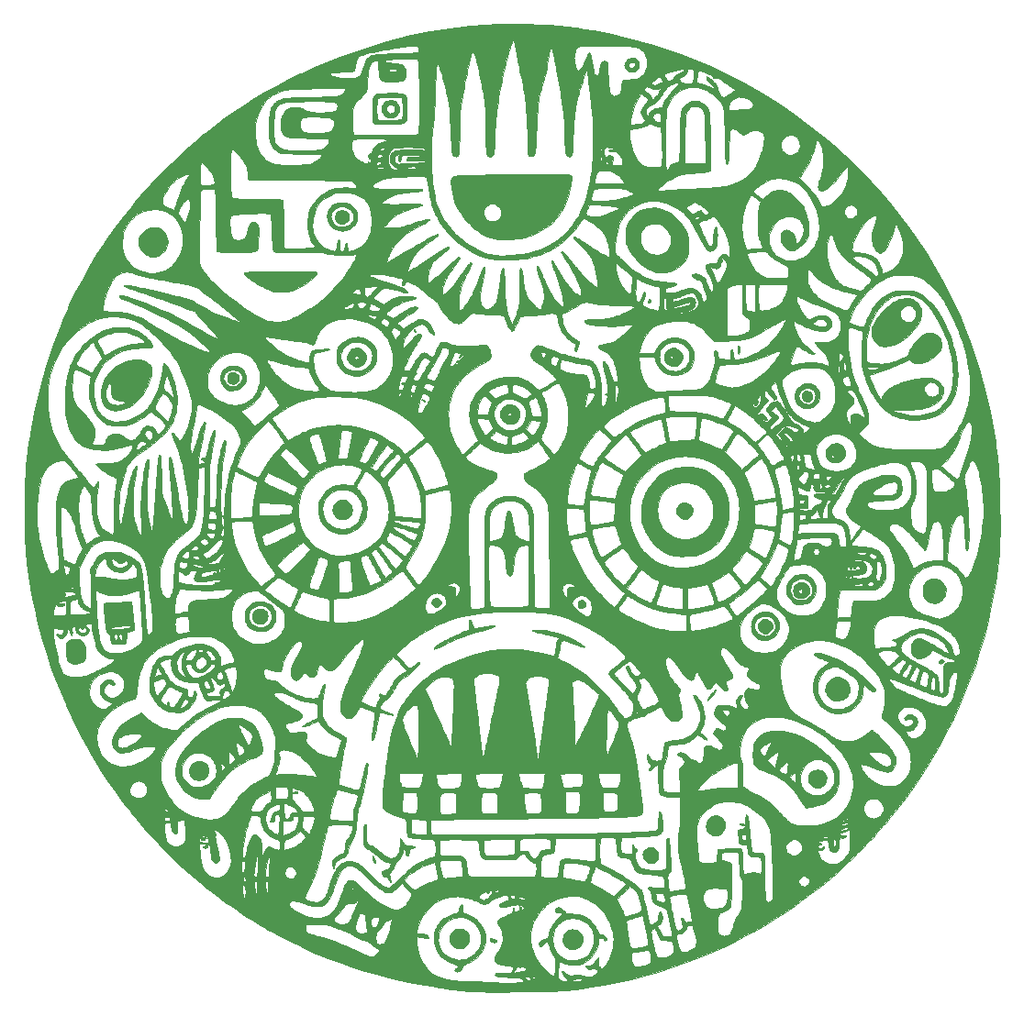
<source format=gbr>
%TF.GenerationSoftware,KiCad,Pcbnew,7.0.1*%
%TF.CreationDate,2023-09-06T22:48:18-07:00*%
%TF.ProjectId,flower_09,666c6f77-6572-45f3-9039-2e6b69636164,rev?*%
%TF.SameCoordinates,Original*%
%TF.FileFunction,Soldermask,Top*%
%TF.FilePolarity,Negative*%
%FSLAX46Y46*%
G04 Gerber Fmt 4.6, Leading zero omitted, Abs format (unit mm)*
G04 Created by KiCad (PCBNEW 7.0.1) date 2023-09-06 22:48:18*
%MOMM*%
%LPD*%
G01*
G04 APERTURE LIST*
%ADD10C,0.010000*%
G04 APERTURE END LIST*
%TO.C,G\u002A\u002A\u002A*%
D10*
X101295517Y-75466476D02*
X101323511Y-75513538D01*
X101326667Y-75542178D01*
X101311834Y-75606755D01*
X101274040Y-75644264D01*
X101223346Y-75649840D01*
X101169809Y-75618617D01*
X101169429Y-75618238D01*
X101138996Y-75564231D01*
X101148786Y-75509999D01*
X101187664Y-75470567D01*
X101246852Y-75450409D01*
X101295517Y-75466476D01*
G36*
X101295517Y-75466476D02*
G01*
X101323511Y-75513538D01*
X101326667Y-75542178D01*
X101311834Y-75606755D01*
X101274040Y-75644264D01*
X101223346Y-75649840D01*
X101169809Y-75618617D01*
X101169429Y-75618238D01*
X101138996Y-75564231D01*
X101148786Y-75509999D01*
X101187664Y-75470567D01*
X101246852Y-75450409D01*
X101295517Y-75466476D01*
G37*
X42592194Y-75927456D02*
X42594471Y-75960611D01*
X42561533Y-76002351D01*
X42546834Y-76014096D01*
X42497318Y-76042107D01*
X42441202Y-76062202D01*
X42391332Y-76071387D01*
X42360554Y-76066667D01*
X42356334Y-76058505D01*
X42373222Y-76025461D01*
X42415046Y-75984142D01*
X42468547Y-75944529D01*
X42520463Y-75916598D01*
X42554225Y-75909595D01*
X42592194Y-75927456D01*
G36*
X42592194Y-75927456D02*
G01*
X42594471Y-75960611D01*
X42561533Y-76002351D01*
X42546834Y-76014096D01*
X42497318Y-76042107D01*
X42441202Y-76062202D01*
X42391332Y-76071387D01*
X42360554Y-76066667D01*
X42356334Y-76058505D01*
X42373222Y-76025461D01*
X42415046Y-75984142D01*
X42468547Y-75944529D01*
X42520463Y-75916598D01*
X42554225Y-75909595D01*
X42592194Y-75927456D01*
G37*
X60979828Y-53529142D02*
X61010670Y-53574105D01*
X61040095Y-53632611D01*
X61061123Y-53691216D01*
X61067202Y-53728125D01*
X61054506Y-53759348D01*
X61022328Y-53760791D01*
X60981267Y-53732458D01*
X60977171Y-53728086D01*
X60936495Y-53668788D01*
X60914304Y-53607300D01*
X60911673Y-53553950D01*
X60929679Y-53519068D01*
X60954550Y-53511167D01*
X60979828Y-53529142D01*
G36*
X60979828Y-53529142D02*
G01*
X61010670Y-53574105D01*
X61040095Y-53632611D01*
X61061123Y-53691216D01*
X61067202Y-53728125D01*
X61054506Y-53759348D01*
X61022328Y-53760791D01*
X60981267Y-53732458D01*
X60977171Y-53728086D01*
X60936495Y-53668788D01*
X60914304Y-53607300D01*
X60911673Y-53553950D01*
X60929679Y-53519068D01*
X60954550Y-53511167D01*
X60979828Y-53529142D01*
G37*
X41497839Y-100590048D02*
X41585943Y-100597716D01*
X41638851Y-100611036D01*
X41652619Y-100622875D01*
X41637675Y-100634553D01*
X41591430Y-100643143D01*
X41524817Y-100648478D01*
X41448767Y-100650391D01*
X41374212Y-100648714D01*
X41312085Y-100643280D01*
X41273316Y-100633921D01*
X41266634Y-100628787D01*
X41272307Y-100608272D01*
X41316583Y-100594692D01*
X41396218Y-100588591D01*
X41497839Y-100590048D01*
G36*
X41497839Y-100590048D02*
G01*
X41585943Y-100597716D01*
X41638851Y-100611036D01*
X41652619Y-100622875D01*
X41637675Y-100634553D01*
X41591430Y-100643143D01*
X41524817Y-100648478D01*
X41448767Y-100650391D01*
X41374212Y-100648714D01*
X41312085Y-100643280D01*
X41273316Y-100633921D01*
X41266634Y-100628787D01*
X41272307Y-100608272D01*
X41316583Y-100594692D01*
X41396218Y-100588591D01*
X41497839Y-100590048D01*
G37*
X61723276Y-59978047D02*
X61791467Y-60004124D01*
X61863126Y-60038399D01*
X61922151Y-60073579D01*
X61940411Y-60087861D01*
X61973092Y-60126810D01*
X61971682Y-60150184D01*
X61941577Y-60157668D01*
X61888173Y-60148945D01*
X61816868Y-60123700D01*
X61763378Y-60098230D01*
X61697509Y-60057556D01*
X61654835Y-60018873D01*
X61639139Y-59987756D01*
X61654204Y-59969780D01*
X61674656Y-59967465D01*
X61723276Y-59978047D01*
G36*
X61723276Y-59978047D02*
G01*
X61791467Y-60004124D01*
X61863126Y-60038399D01*
X61922151Y-60073579D01*
X61940411Y-60087861D01*
X61973092Y-60126810D01*
X61971682Y-60150184D01*
X61941577Y-60157668D01*
X61888173Y-60148945D01*
X61816868Y-60123700D01*
X61763378Y-60098230D01*
X61697509Y-60057556D01*
X61654835Y-60018873D01*
X61639139Y-59987756D01*
X61654204Y-59969780D01*
X61674656Y-59967465D01*
X61723276Y-59978047D01*
G37*
X82726085Y-50708752D02*
X82764539Y-50753086D01*
X82782452Y-50833641D01*
X82783994Y-50871587D01*
X82770764Y-50961035D01*
X82733988Y-51027878D01*
X82680010Y-51066763D01*
X82615169Y-51072338D01*
X82567709Y-51054138D01*
X82538839Y-51016249D01*
X82535545Y-50949671D01*
X82557856Y-50852265D01*
X82571044Y-50812417D01*
X82597159Y-50748069D01*
X82623143Y-50714438D01*
X82657987Y-50700901D01*
X82666456Y-50699712D01*
X82726085Y-50708752D01*
G36*
X82726085Y-50708752D02*
G01*
X82764539Y-50753086D01*
X82782452Y-50833641D01*
X82783994Y-50871587D01*
X82770764Y-50961035D01*
X82733988Y-51027878D01*
X82680010Y-51066763D01*
X82615169Y-51072338D01*
X82567709Y-51054138D01*
X82538839Y-51016249D01*
X82535545Y-50949671D01*
X82557856Y-50852265D01*
X82571044Y-50812417D01*
X82597159Y-50748069D01*
X82623143Y-50714438D01*
X82657987Y-50700901D01*
X82666456Y-50699712D01*
X82726085Y-50708752D01*
G37*
X57180328Y-102162968D02*
X57216838Y-102223391D01*
X57247891Y-102287130D01*
X57296148Y-102401728D01*
X57336244Y-102516420D01*
X57365289Y-102621127D01*
X57380394Y-102705771D01*
X57380763Y-102750550D01*
X57360266Y-102792580D01*
X57323539Y-102802101D01*
X57282942Y-102777829D01*
X57270683Y-102762003D01*
X57189775Y-102603197D01*
X57144726Y-102426978D01*
X57135009Y-102329591D01*
X57132464Y-102226224D01*
X57138758Y-102164153D01*
X57154507Y-102143145D01*
X57180328Y-102162968D01*
G36*
X57180328Y-102162968D02*
G01*
X57216838Y-102223391D01*
X57247891Y-102287130D01*
X57296148Y-102401728D01*
X57336244Y-102516420D01*
X57365289Y-102621127D01*
X57380394Y-102705771D01*
X57380763Y-102750550D01*
X57360266Y-102792580D01*
X57323539Y-102802101D01*
X57282942Y-102777829D01*
X57270683Y-102762003D01*
X57189775Y-102603197D01*
X57144726Y-102426978D01*
X57135009Y-102329591D01*
X57132464Y-102226224D01*
X57138758Y-102164153D01*
X57154507Y-102143145D01*
X57180328Y-102162968D01*
G37*
X109654919Y-84010999D02*
X109748732Y-84029275D01*
X109810094Y-84062738D01*
X109835248Y-84110041D01*
X109835667Y-84117918D01*
X109820089Y-84162775D01*
X109780094Y-84220392D01*
X109725794Y-84279030D01*
X109667297Y-84326955D01*
X109643076Y-84341498D01*
X109551414Y-84370657D01*
X109468161Y-84361526D01*
X109400739Y-84316159D01*
X109361391Y-84253913D01*
X109348834Y-84198114D01*
X109367283Y-84132949D01*
X109414121Y-84070992D01*
X109476583Y-84025374D01*
X109532414Y-84009257D01*
X109654919Y-84010999D01*
G36*
X109654919Y-84010999D02*
G01*
X109748732Y-84029275D01*
X109810094Y-84062738D01*
X109835248Y-84110041D01*
X109835667Y-84117918D01*
X109820089Y-84162775D01*
X109780094Y-84220392D01*
X109725794Y-84279030D01*
X109667297Y-84326955D01*
X109643076Y-84341498D01*
X109551414Y-84370657D01*
X109468161Y-84361526D01*
X109400739Y-84316159D01*
X109361391Y-84253913D01*
X109348834Y-84198114D01*
X109367283Y-84132949D01*
X109414121Y-84070992D01*
X109476583Y-84025374D01*
X109532414Y-84009257D01*
X109654919Y-84010999D01*
G37*
X90924516Y-55046623D02*
X90950635Y-55114405D01*
X90967152Y-55220246D01*
X90973682Y-55362474D01*
X90973777Y-55384417D01*
X90968628Y-55531438D01*
X90953439Y-55642299D01*
X90928597Y-55715328D01*
X90894487Y-55748853D01*
X90889182Y-55750263D01*
X90855683Y-55736227D01*
X90825682Y-55687021D01*
X90809327Y-55620564D01*
X90799402Y-55515837D01*
X90796250Y-55384417D01*
X90801031Y-55234167D01*
X90815245Y-55122736D01*
X90838702Y-55050873D01*
X90871212Y-55019330D01*
X90889182Y-55018570D01*
X90924516Y-55046623D01*
G36*
X90924516Y-55046623D02*
G01*
X90950635Y-55114405D01*
X90967152Y-55220246D01*
X90973682Y-55362474D01*
X90973777Y-55384417D01*
X90968628Y-55531438D01*
X90953439Y-55642299D01*
X90928597Y-55715328D01*
X90894487Y-55748853D01*
X90889182Y-55750263D01*
X90855683Y-55736227D01*
X90825682Y-55687021D01*
X90809327Y-55620564D01*
X90799402Y-55515837D01*
X90796250Y-55384417D01*
X90801031Y-55234167D01*
X90815245Y-55122736D01*
X90838702Y-55050873D01*
X90871212Y-55019330D01*
X90889182Y-55018570D01*
X90924516Y-55046623D01*
G37*
X79280179Y-36897371D02*
X79337656Y-36904471D01*
X79375198Y-36919213D01*
X79398000Y-36937667D01*
X79433110Y-36991434D01*
X79436120Y-37042897D01*
X79406600Y-37080355D01*
X79403292Y-37082156D01*
X79349387Y-37098566D01*
X79269815Y-37110244D01*
X79181131Y-37115504D01*
X79101667Y-37112843D01*
X79000843Y-37095021D01*
X78939226Y-37064979D01*
X78915220Y-37021785D01*
X78915345Y-37003920D01*
X78934792Y-36955084D01*
X78982489Y-36921847D01*
X79062554Y-36902595D01*
X79179108Y-36895713D01*
X79191625Y-36895646D01*
X79280179Y-36897371D01*
G36*
X79280179Y-36897371D02*
G01*
X79337656Y-36904471D01*
X79375198Y-36919213D01*
X79398000Y-36937667D01*
X79433110Y-36991434D01*
X79436120Y-37042897D01*
X79406600Y-37080355D01*
X79403292Y-37082156D01*
X79349387Y-37098566D01*
X79269815Y-37110244D01*
X79181131Y-37115504D01*
X79101667Y-37112843D01*
X79000843Y-37095021D01*
X78939226Y-37064979D01*
X78915220Y-37021785D01*
X78915345Y-37003920D01*
X78934792Y-36955084D01*
X78982489Y-36921847D01*
X79062554Y-36902595D01*
X79179108Y-36895713D01*
X79191625Y-36895646D01*
X79280179Y-36897371D01*
G37*
X41842267Y-101130235D02*
X41891870Y-101174284D01*
X41909067Y-101244661D01*
X41908031Y-101265996D01*
X41888590Y-101328949D01*
X41848334Y-101362914D01*
X41788386Y-101379648D01*
X41705355Y-101387189D01*
X41617506Y-101385427D01*
X41543103Y-101374253D01*
X41516193Y-101364884D01*
X41465866Y-101323991D01*
X41454998Y-101270662D01*
X41460663Y-101250020D01*
X41477145Y-101229787D01*
X41512705Y-101223168D01*
X41578387Y-101228089D01*
X41640353Y-101233463D01*
X41668973Y-101229204D01*
X41672475Y-101213662D01*
X41671053Y-101209486D01*
X41666554Y-101157708D01*
X41698653Y-101125593D01*
X41762651Y-101115000D01*
X41842267Y-101130235D01*
G36*
X41842267Y-101130235D02*
G01*
X41891870Y-101174284D01*
X41909067Y-101244661D01*
X41908031Y-101265996D01*
X41888590Y-101328949D01*
X41848334Y-101362914D01*
X41788386Y-101379648D01*
X41705355Y-101387189D01*
X41617506Y-101385427D01*
X41543103Y-101374253D01*
X41516193Y-101364884D01*
X41465866Y-101323991D01*
X41454998Y-101270662D01*
X41460663Y-101250020D01*
X41477145Y-101229787D01*
X41512705Y-101223168D01*
X41578387Y-101228089D01*
X41640353Y-101233463D01*
X41668973Y-101229204D01*
X41672475Y-101213662D01*
X41671053Y-101209486D01*
X41666554Y-101157708D01*
X41698653Y-101125593D01*
X41762651Y-101115000D01*
X41842267Y-101130235D01*
G37*
X63119307Y-78350951D02*
X63234358Y-78386385D01*
X63322206Y-78448344D01*
X63387404Y-78539201D01*
X63398525Y-78561917D01*
X63433093Y-78682259D01*
X63431717Y-78804072D01*
X63397869Y-78919343D01*
X63335021Y-79020062D01*
X63246646Y-79098217D01*
X63146635Y-79143069D01*
X63060423Y-79161178D01*
X62988034Y-79158932D01*
X62906734Y-79135965D01*
X62781427Y-79070872D01*
X62680839Y-78977401D01*
X62610066Y-78862495D01*
X62574206Y-78733096D01*
X62570778Y-78678334D01*
X62586826Y-78556083D01*
X62635252Y-78461097D01*
X62716063Y-78393369D01*
X62829264Y-78352895D01*
X62972503Y-78339667D01*
X63119307Y-78350951D01*
G36*
X63119307Y-78350951D02*
G01*
X63234358Y-78386385D01*
X63322206Y-78448344D01*
X63387404Y-78539201D01*
X63398525Y-78561917D01*
X63433093Y-78682259D01*
X63431717Y-78804072D01*
X63397869Y-78919343D01*
X63335021Y-79020062D01*
X63246646Y-79098217D01*
X63146635Y-79143069D01*
X63060423Y-79161178D01*
X62988034Y-79158932D01*
X62906734Y-79135965D01*
X62781427Y-79070872D01*
X62680839Y-78977401D01*
X62610066Y-78862495D01*
X62574206Y-78733096D01*
X62570778Y-78678334D01*
X62586826Y-78556083D01*
X62635252Y-78461097D01*
X62716063Y-78393369D01*
X62829264Y-78352895D01*
X62972503Y-78339667D01*
X63119307Y-78350951D01*
G37*
X76466372Y-78518501D02*
X76568348Y-78562256D01*
X76618189Y-78599672D01*
X76694074Y-78684888D01*
X76737196Y-78783014D01*
X76752061Y-78904751D01*
X76752167Y-78917940D01*
X76737614Y-79033588D01*
X76692357Y-79121253D01*
X76614001Y-79184429D01*
X76550594Y-79211865D01*
X76417576Y-79243459D01*
X76297628Y-79244345D01*
X76198289Y-79214624D01*
X76184685Y-79206958D01*
X76112996Y-79138837D01*
X76068120Y-79039094D01*
X76050826Y-78909476D01*
X76050693Y-78901774D01*
X76066014Y-78777306D01*
X76111079Y-78672729D01*
X76179768Y-78591302D01*
X76265961Y-78536282D01*
X76363536Y-78510929D01*
X76466372Y-78518501D01*
G36*
X76466372Y-78518501D02*
G01*
X76568348Y-78562256D01*
X76618189Y-78599672D01*
X76694074Y-78684888D01*
X76737196Y-78783014D01*
X76752061Y-78904751D01*
X76752167Y-78917940D01*
X76737614Y-79033588D01*
X76692357Y-79121253D01*
X76614001Y-79184429D01*
X76550594Y-79211865D01*
X76417576Y-79243459D01*
X76297628Y-79244345D01*
X76198289Y-79214624D01*
X76184685Y-79206958D01*
X76112996Y-79138837D01*
X76068120Y-79039094D01*
X76050826Y-78909476D01*
X76050693Y-78901774D01*
X76066014Y-78777306D01*
X76111079Y-78672729D01*
X76179768Y-78591302D01*
X76265961Y-78536282D01*
X76363536Y-78510929D01*
X76466372Y-78518501D01*
G37*
X68027943Y-109699254D02*
X68108140Y-109726865D01*
X68221535Y-109772001D01*
X68253750Y-109785421D01*
X68387818Y-109843384D01*
X68485365Y-109890204D01*
X68549949Y-109928379D01*
X68585124Y-109960408D01*
X68594446Y-109988789D01*
X68581633Y-110015825D01*
X68518376Y-110066886D01*
X68437152Y-110100820D01*
X68376510Y-110108708D01*
X68324605Y-110103145D01*
X68249247Y-110090817D01*
X68179667Y-110077076D01*
X68064463Y-110041453D01*
X67986167Y-109989947D01*
X67941138Y-109918823D01*
X67925730Y-109824347D01*
X67925667Y-109816758D01*
X67930778Y-109751910D01*
X67943750Y-109704196D01*
X67952125Y-109691947D01*
X67977191Y-109688002D01*
X68027943Y-109699254D01*
G36*
X68027943Y-109699254D02*
G01*
X68108140Y-109726865D01*
X68221535Y-109772001D01*
X68253750Y-109785421D01*
X68387818Y-109843384D01*
X68485365Y-109890204D01*
X68549949Y-109928379D01*
X68585124Y-109960408D01*
X68594446Y-109988789D01*
X68581633Y-110015825D01*
X68518376Y-110066886D01*
X68437152Y-110100820D01*
X68376510Y-110108708D01*
X68324605Y-110103145D01*
X68249247Y-110090817D01*
X68179667Y-110077076D01*
X68064463Y-110041453D01*
X67986167Y-109989947D01*
X67941138Y-109918823D01*
X67925730Y-109824347D01*
X67925667Y-109816758D01*
X67930778Y-109751910D01*
X67943750Y-109704196D01*
X67952125Y-109691947D01*
X67977191Y-109688002D01*
X68027943Y-109699254D01*
G37*
X97216231Y-59188273D02*
X97362307Y-59221973D01*
X97487545Y-59290288D01*
X97587974Y-59389007D01*
X97659626Y-59513918D01*
X97698533Y-59660810D01*
X97702984Y-59704793D01*
X97694245Y-59843003D01*
X97651054Y-59961375D01*
X97577784Y-60056951D01*
X97478806Y-60126771D01*
X97358492Y-60167877D01*
X97221213Y-60177310D01*
X97071342Y-60152111D01*
X97051000Y-60146086D01*
X96934055Y-60091194D01*
X96846977Y-60007985D01*
X96789108Y-59895377D01*
X96759790Y-59752290D01*
X96755597Y-59660084D01*
X96769344Y-59500842D01*
X96810401Y-59373661D01*
X96878491Y-59278822D01*
X96973339Y-59216610D01*
X97094667Y-59187307D01*
X97216231Y-59188273D01*
G36*
X97216231Y-59188273D02*
G01*
X97362307Y-59221973D01*
X97487545Y-59290288D01*
X97587974Y-59389007D01*
X97659626Y-59513918D01*
X97698533Y-59660810D01*
X97702984Y-59704793D01*
X97694245Y-59843003D01*
X97651054Y-59961375D01*
X97577784Y-60056951D01*
X97478806Y-60126771D01*
X97358492Y-60167877D01*
X97221213Y-60177310D01*
X97071342Y-60152111D01*
X97051000Y-60146086D01*
X96934055Y-60091194D01*
X96846977Y-60007985D01*
X96789108Y-59895377D01*
X96759790Y-59752290D01*
X96755597Y-59660084D01*
X96769344Y-59500842D01*
X96810401Y-59373661D01*
X96878491Y-59278822D01*
X96973339Y-59216610D01*
X97094667Y-59187307D01*
X97216231Y-59188273D01*
G37*
X88762528Y-86792161D02*
X88791581Y-86817187D01*
X88795802Y-86832128D01*
X88782281Y-86875925D01*
X88745029Y-86944238D01*
X88688357Y-87031727D01*
X88616578Y-87133052D01*
X88534003Y-87242874D01*
X88444944Y-87355852D01*
X88353713Y-87466647D01*
X88264622Y-87569919D01*
X88181983Y-87660329D01*
X88110107Y-87732535D01*
X88053306Y-87781200D01*
X88015893Y-87800982D01*
X88013306Y-87801167D01*
X87994228Y-87783981D01*
X87991667Y-87768713D01*
X88005747Y-87713479D01*
X88046788Y-87630175D01*
X88112994Y-87521798D01*
X88202566Y-87391342D01*
X88286190Y-87277915D01*
X88392534Y-87141916D01*
X88492089Y-87023398D01*
X88581576Y-86925705D01*
X88657715Y-86852183D01*
X88717226Y-86806175D01*
X88756829Y-86791026D01*
X88762528Y-86792161D01*
G36*
X88762528Y-86792161D02*
G01*
X88791581Y-86817187D01*
X88795802Y-86832128D01*
X88782281Y-86875925D01*
X88745029Y-86944238D01*
X88688357Y-87031727D01*
X88616578Y-87133052D01*
X88534003Y-87242874D01*
X88444944Y-87355852D01*
X88353713Y-87466647D01*
X88264622Y-87569919D01*
X88181983Y-87660329D01*
X88110107Y-87732535D01*
X88053306Y-87781200D01*
X88015893Y-87800982D01*
X88013306Y-87801167D01*
X87994228Y-87783981D01*
X87991667Y-87768713D01*
X88005747Y-87713479D01*
X88046788Y-87630175D01*
X88112994Y-87521798D01*
X88202566Y-87391342D01*
X88286190Y-87277915D01*
X88392534Y-87141916D01*
X88492089Y-87023398D01*
X88581576Y-86925705D01*
X88657715Y-86852183D01*
X88717226Y-86806175D01*
X88756829Y-86791026D01*
X88762528Y-86792161D01*
G37*
X44356695Y-57477063D02*
X44493418Y-57529773D01*
X44611035Y-57619144D01*
X44641732Y-57651799D01*
X44727753Y-57777758D01*
X44775015Y-57910443D01*
X44785221Y-58044141D01*
X44760077Y-58173143D01*
X44701287Y-58291735D01*
X44610558Y-58394209D01*
X44489594Y-58474851D01*
X44383558Y-58516541D01*
X44271176Y-58541910D01*
X44169756Y-58543717D01*
X44056821Y-58522190D01*
X44048385Y-58519945D01*
X43924231Y-58475992D01*
X43833250Y-58416881D01*
X43771060Y-58336702D01*
X43733281Y-58229540D01*
X43715531Y-58089483D01*
X43714500Y-58069312D01*
X43719583Y-57892060D01*
X43752076Y-57746885D01*
X43812045Y-57633549D01*
X43841184Y-57599664D01*
X43919061Y-57529766D01*
X43995477Y-57486879D01*
X44084720Y-57465395D01*
X44197834Y-57459704D01*
X44356695Y-57477063D01*
G36*
X44356695Y-57477063D02*
G01*
X44493418Y-57529773D01*
X44611035Y-57619144D01*
X44641732Y-57651799D01*
X44727753Y-57777758D01*
X44775015Y-57910443D01*
X44785221Y-58044141D01*
X44760077Y-58173143D01*
X44701287Y-58291735D01*
X44610558Y-58394209D01*
X44489594Y-58474851D01*
X44383558Y-58516541D01*
X44271176Y-58541910D01*
X44169756Y-58543717D01*
X44056821Y-58522190D01*
X44048385Y-58519945D01*
X43924231Y-58475992D01*
X43833250Y-58416881D01*
X43771060Y-58336702D01*
X43733281Y-58229540D01*
X43715531Y-58089483D01*
X43714500Y-58069312D01*
X43719583Y-57892060D01*
X43752076Y-57746885D01*
X43812045Y-57633549D01*
X43841184Y-57599664D01*
X43919061Y-57529766D01*
X43995477Y-57486879D01*
X44084720Y-57465395D01*
X44197834Y-57459704D01*
X44356695Y-57477063D01*
G37*
X93436077Y-80280728D02*
X93586555Y-80333989D01*
X93733948Y-80427780D01*
X93830755Y-80514356D01*
X93926839Y-80621474D01*
X93989718Y-80719018D01*
X94024059Y-80816325D01*
X94034530Y-80922000D01*
X94016457Y-81054366D01*
X93960529Y-81182759D01*
X93864947Y-81310848D01*
X93822002Y-81356078D01*
X93702873Y-81456526D01*
X93575781Y-81530673D01*
X93448547Y-81575347D01*
X93328993Y-81587374D01*
X93271488Y-81579443D01*
X93133462Y-81528135D01*
X92998513Y-81445023D01*
X92877639Y-81339074D01*
X92781837Y-81219254D01*
X92742691Y-81148247D01*
X92688358Y-80990597D01*
X92674958Y-80843263D01*
X92702705Y-80704983D01*
X92771813Y-80574496D01*
X92856759Y-80475130D01*
X92992856Y-80365197D01*
X93136556Y-80296225D01*
X93285187Y-80268104D01*
X93436077Y-80280728D01*
G36*
X93436077Y-80280728D02*
G01*
X93586555Y-80333989D01*
X93733948Y-80427780D01*
X93830755Y-80514356D01*
X93926839Y-80621474D01*
X93989718Y-80719018D01*
X94024059Y-80816325D01*
X94034530Y-80922000D01*
X94016457Y-81054366D01*
X93960529Y-81182759D01*
X93864947Y-81310848D01*
X93822002Y-81356078D01*
X93702873Y-81456526D01*
X93575781Y-81530673D01*
X93448547Y-81575347D01*
X93328993Y-81587374D01*
X93271488Y-81579443D01*
X93133462Y-81528135D01*
X92998513Y-81445023D01*
X92877639Y-81339074D01*
X92781837Y-81219254D01*
X92742691Y-81148247D01*
X92688358Y-80990597D01*
X92674958Y-80843263D01*
X92702705Y-80704983D01*
X92771813Y-80574496D01*
X92856759Y-80475130D01*
X92992856Y-80365197D01*
X93136556Y-80296225D01*
X93285187Y-80268104D01*
X93436077Y-80280728D01*
G37*
X54384776Y-42511808D02*
X54536296Y-42550818D01*
X54674511Y-42621492D01*
X54792192Y-42721027D01*
X54882112Y-42846624D01*
X54887200Y-42856359D01*
X54922299Y-42957032D01*
X54940602Y-43078799D01*
X54941794Y-43206183D01*
X54925562Y-43323708D01*
X54898285Y-43403382D01*
X54816295Y-43525468D01*
X54706036Y-43626746D01*
X54575736Y-43703723D01*
X54433622Y-43752907D01*
X54287922Y-43770805D01*
X54146864Y-43753924D01*
X54103948Y-43740570D01*
X53948570Y-43664582D01*
X53824406Y-43563505D01*
X53733474Y-43441523D01*
X53677793Y-43302823D01*
X53659382Y-43151587D01*
X53680259Y-42992000D01*
X53704922Y-42913409D01*
X53765563Y-42796776D01*
X53852578Y-42688892D01*
X53955385Y-42600559D01*
X54063405Y-42542575D01*
X54070742Y-42539982D01*
X54227182Y-42507262D01*
X54384776Y-42511808D01*
G36*
X54384776Y-42511808D02*
G01*
X54536296Y-42550818D01*
X54674511Y-42621492D01*
X54792192Y-42721027D01*
X54882112Y-42846624D01*
X54887200Y-42856359D01*
X54922299Y-42957032D01*
X54940602Y-43078799D01*
X54941794Y-43206183D01*
X54925562Y-43323708D01*
X54898285Y-43403382D01*
X54816295Y-43525468D01*
X54706036Y-43626746D01*
X54575736Y-43703723D01*
X54433622Y-43752907D01*
X54287922Y-43770805D01*
X54146864Y-43753924D01*
X54103948Y-43740570D01*
X53948570Y-43664582D01*
X53824406Y-43563505D01*
X53733474Y-43441523D01*
X53677793Y-43302823D01*
X53659382Y-43151587D01*
X53680259Y-42992000D01*
X53704922Y-42913409D01*
X53765563Y-42796776D01*
X53852578Y-42688892D01*
X53955385Y-42600559D01*
X54063405Y-42542575D01*
X54070742Y-42539982D01*
X54227182Y-42507262D01*
X54384776Y-42511808D01*
G37*
X46835628Y-79328353D02*
X46989479Y-79366711D01*
X47131172Y-79429232D01*
X47253285Y-79514410D01*
X47348395Y-79620740D01*
X47381141Y-79676554D01*
X47424242Y-79806478D01*
X47437511Y-79957724D01*
X47420751Y-80121383D01*
X47393425Y-80230963D01*
X47327791Y-80387624D01*
X47237705Y-80509948D01*
X47122050Y-80598788D01*
X46979713Y-80654999D01*
X46809577Y-80679435D01*
X46808156Y-80679502D01*
X46714177Y-80680806D01*
X46623743Y-80676940D01*
X46555677Y-80668739D01*
X46553042Y-80668197D01*
X46406874Y-80622882D01*
X46274570Y-80554779D01*
X46182072Y-80482610D01*
X46096862Y-80371512D01*
X46040187Y-80237942D01*
X46011527Y-80090216D01*
X46010359Y-79936646D01*
X46036162Y-79785548D01*
X46088413Y-79645235D01*
X46166591Y-79524021D01*
X46247115Y-79446642D01*
X46375363Y-79373301D01*
X46521147Y-79330143D01*
X46677043Y-79315662D01*
X46835628Y-79328353D01*
G36*
X46835628Y-79328353D02*
G01*
X46989479Y-79366711D01*
X47131172Y-79429232D01*
X47253285Y-79514410D01*
X47348395Y-79620740D01*
X47381141Y-79676554D01*
X47424242Y-79806478D01*
X47437511Y-79957724D01*
X47420751Y-80121383D01*
X47393425Y-80230963D01*
X47327791Y-80387624D01*
X47237705Y-80509948D01*
X47122050Y-80598788D01*
X46979713Y-80654999D01*
X46809577Y-80679435D01*
X46808156Y-80679502D01*
X46714177Y-80680806D01*
X46623743Y-80676940D01*
X46555677Y-80668739D01*
X46553042Y-80668197D01*
X46406874Y-80622882D01*
X46274570Y-80554779D01*
X46182072Y-80482610D01*
X46096862Y-80371512D01*
X46040187Y-80237942D01*
X46011527Y-80090216D01*
X46010359Y-79936646D01*
X46036162Y-79785548D01*
X46088413Y-79645235D01*
X46166591Y-79524021D01*
X46247115Y-79446642D01*
X46375363Y-79373301D01*
X46521147Y-79330143D01*
X46677043Y-79315662D01*
X46835628Y-79328353D01*
G37*
X54609310Y-69288711D02*
X54777590Y-69359197D01*
X54926843Y-69467084D01*
X54957478Y-69496298D01*
X55077201Y-69644615D01*
X55161954Y-69811113D01*
X55211260Y-69989548D01*
X55224646Y-70173681D01*
X55201636Y-70357270D01*
X55141754Y-70534074D01*
X55048573Y-70692397D01*
X54921533Y-70830643D01*
X54770430Y-70936772D01*
X54601335Y-71008313D01*
X54420320Y-71042791D01*
X54233454Y-71037733D01*
X54209667Y-71034145D01*
X54054642Y-70991143D01*
X53900614Y-70917045D01*
X53757224Y-70818764D01*
X53634112Y-70703212D01*
X53540919Y-70577301D01*
X53521179Y-70540478D01*
X53461020Y-70372249D01*
X53439057Y-70198937D01*
X53452426Y-70025768D01*
X53498263Y-69857964D01*
X53573706Y-69700753D01*
X53675889Y-69559358D01*
X53801950Y-69439004D01*
X53949026Y-69344917D01*
X54114251Y-69282321D01*
X54221906Y-69261932D01*
X54423561Y-69256124D01*
X54609310Y-69288711D01*
G36*
X54609310Y-69288711D02*
G01*
X54777590Y-69359197D01*
X54926843Y-69467084D01*
X54957478Y-69496298D01*
X55077201Y-69644615D01*
X55161954Y-69811113D01*
X55211260Y-69989548D01*
X55224646Y-70173681D01*
X55201636Y-70357270D01*
X55141754Y-70534074D01*
X55048573Y-70692397D01*
X54921533Y-70830643D01*
X54770430Y-70936772D01*
X54601335Y-71008313D01*
X54420320Y-71042791D01*
X54233454Y-71037733D01*
X54209667Y-71034145D01*
X54054642Y-70991143D01*
X53900614Y-70917045D01*
X53757224Y-70818764D01*
X53634112Y-70703212D01*
X53540919Y-70577301D01*
X53521179Y-70540478D01*
X53461020Y-70372249D01*
X53439057Y-70198937D01*
X53452426Y-70025768D01*
X53498263Y-69857964D01*
X53573706Y-69700753D01*
X53675889Y-69559358D01*
X53801950Y-69439004D01*
X53949026Y-69344917D01*
X54114251Y-69282321D01*
X54221906Y-69261932D01*
X54423561Y-69256124D01*
X54609310Y-69288711D01*
G37*
X98351603Y-94191747D02*
X98535372Y-94240983D01*
X98688386Y-94319307D01*
X98810608Y-94426677D01*
X98902001Y-94563052D01*
X98962529Y-94728390D01*
X98991318Y-94911106D01*
X98986672Y-95101180D01*
X98945244Y-95276316D01*
X98870976Y-95433140D01*
X98767810Y-95568277D01*
X98639689Y-95678355D01*
X98490553Y-95759998D01*
X98324345Y-95809833D01*
X98145007Y-95824486D01*
X97956480Y-95800583D01*
X97953076Y-95799790D01*
X97827281Y-95756106D01*
X97700067Y-95687177D01*
X97580295Y-95600171D01*
X97476825Y-95502257D01*
X97398516Y-95400601D01*
X97359261Y-95319382D01*
X97334145Y-95204153D01*
X97323677Y-95064272D01*
X97327622Y-94914717D01*
X97345742Y-94770465D01*
X97369533Y-94671361D01*
X97435969Y-94524451D01*
X97535044Y-94400380D01*
X97662506Y-94301225D01*
X97814101Y-94229064D01*
X97985577Y-94185974D01*
X98172681Y-94174030D01*
X98351603Y-94191747D01*
G36*
X98351603Y-94191747D02*
G01*
X98535372Y-94240983D01*
X98688386Y-94319307D01*
X98810608Y-94426677D01*
X98902001Y-94563052D01*
X98962529Y-94728390D01*
X98991318Y-94911106D01*
X98986672Y-95101180D01*
X98945244Y-95276316D01*
X98870976Y-95433140D01*
X98767810Y-95568277D01*
X98639689Y-95678355D01*
X98490553Y-95759998D01*
X98324345Y-95809833D01*
X98145007Y-95824486D01*
X97956480Y-95800583D01*
X97953076Y-95799790D01*
X97827281Y-95756106D01*
X97700067Y-95687177D01*
X97580295Y-95600171D01*
X97476825Y-95502257D01*
X97398516Y-95400601D01*
X97359261Y-95319382D01*
X97334145Y-95204153D01*
X97323677Y-95064272D01*
X97327622Y-94914717D01*
X97345742Y-94770465D01*
X97369533Y-94671361D01*
X97435969Y-94524451D01*
X97535044Y-94400380D01*
X97662506Y-94301225D01*
X97814101Y-94229064D01*
X97985577Y-94185974D01*
X98172681Y-94174030D01*
X98351603Y-94191747D01*
G37*
X88887408Y-98415449D02*
X89058258Y-98458182D01*
X89216419Y-98535952D01*
X89356616Y-98646366D01*
X89473574Y-98787030D01*
X89539203Y-98903084D01*
X89603826Y-99085461D01*
X89629734Y-99270231D01*
X89619258Y-99452437D01*
X89574730Y-99627118D01*
X89498482Y-99789318D01*
X89392845Y-99934078D01*
X89260150Y-100056440D01*
X89102729Y-100151445D01*
X88922913Y-100214135D01*
X88922714Y-100214182D01*
X88776679Y-100239994D01*
X88649738Y-100241737D01*
X88526266Y-100219564D01*
X88520834Y-100218087D01*
X88374408Y-100166078D01*
X88251937Y-100093857D01*
X88149117Y-100004503D01*
X88034412Y-99862654D01*
X87954372Y-99704319D01*
X87907679Y-99534917D01*
X87893014Y-99359868D01*
X87909057Y-99184589D01*
X87954491Y-99014499D01*
X88027996Y-98855017D01*
X88128253Y-98711562D01*
X88253944Y-98589552D01*
X88403751Y-98494405D01*
X88528744Y-98444667D01*
X88709145Y-98410146D01*
X88887408Y-98415449D01*
G36*
X88887408Y-98415449D02*
G01*
X89058258Y-98458182D01*
X89216419Y-98535952D01*
X89356616Y-98646366D01*
X89473574Y-98787030D01*
X89539203Y-98903084D01*
X89603826Y-99085461D01*
X89629734Y-99270231D01*
X89619258Y-99452437D01*
X89574730Y-99627118D01*
X89498482Y-99789318D01*
X89392845Y-99934078D01*
X89260150Y-100056440D01*
X89102729Y-100151445D01*
X88922913Y-100214135D01*
X88922714Y-100214182D01*
X88776679Y-100239994D01*
X88649738Y-100241737D01*
X88526266Y-100219564D01*
X88520834Y-100218087D01*
X88374408Y-100166078D01*
X88251937Y-100093857D01*
X88149117Y-100004503D01*
X88034412Y-99862654D01*
X87954372Y-99704319D01*
X87907679Y-99534917D01*
X87893014Y-99359868D01*
X87909057Y-99184589D01*
X87954491Y-99014499D01*
X88027996Y-98855017D01*
X88128253Y-98711562D01*
X88253944Y-98589552D01*
X88403751Y-98494405D01*
X88528744Y-98444667D01*
X88709145Y-98410146D01*
X88887408Y-98415449D01*
G37*
X86045823Y-69529396D02*
X86156849Y-69549459D01*
X86252981Y-69588624D01*
X86347373Y-69651576D01*
X86408317Y-69702426D01*
X86518836Y-69825946D01*
X86594237Y-69967117D01*
X86634718Y-70120255D01*
X86640481Y-70279671D01*
X86611725Y-70439681D01*
X86548650Y-70594598D01*
X86451457Y-70738735D01*
X86368803Y-70825120D01*
X86227291Y-70927100D01*
X86070119Y-70991118D01*
X85902559Y-71016008D01*
X85729881Y-71000606D01*
X85658172Y-70982173D01*
X85576408Y-70943159D01*
X85483503Y-70877124D01*
X85389863Y-70793489D01*
X85305892Y-70701676D01*
X85241995Y-70611104D01*
X85235442Y-70599425D01*
X85177988Y-70461604D01*
X85147103Y-70316065D01*
X85145337Y-70177348D01*
X85152932Y-70128976D01*
X85210625Y-69957644D01*
X85304490Y-69806170D01*
X85431494Y-69678441D01*
X85578667Y-69583354D01*
X85637669Y-69555323D01*
X85690410Y-69537719D01*
X85749922Y-69528176D01*
X85829235Y-69524326D01*
X85906750Y-69523750D01*
X86045823Y-69529396D01*
G36*
X86045823Y-69529396D02*
G01*
X86156849Y-69549459D01*
X86252981Y-69588624D01*
X86347373Y-69651576D01*
X86408317Y-69702426D01*
X86518836Y-69825946D01*
X86594237Y-69967117D01*
X86634718Y-70120255D01*
X86640481Y-70279671D01*
X86611725Y-70439681D01*
X86548650Y-70594598D01*
X86451457Y-70738735D01*
X86368803Y-70825120D01*
X86227291Y-70927100D01*
X86070119Y-70991118D01*
X85902559Y-71016008D01*
X85729881Y-71000606D01*
X85658172Y-70982173D01*
X85576408Y-70943159D01*
X85483503Y-70877124D01*
X85389863Y-70793489D01*
X85305892Y-70701676D01*
X85241995Y-70611104D01*
X85235442Y-70599425D01*
X85177988Y-70461604D01*
X85147103Y-70316065D01*
X85145337Y-70177348D01*
X85152932Y-70128976D01*
X85210625Y-69957644D01*
X85304490Y-69806170D01*
X85431494Y-69678441D01*
X85578667Y-69583354D01*
X85637669Y-69555323D01*
X85690410Y-69537719D01*
X85749922Y-69528176D01*
X85829235Y-69524326D01*
X85906750Y-69523750D01*
X86045823Y-69529396D01*
G37*
X65262746Y-108860215D02*
X65441338Y-108892938D01*
X65589841Y-108950223D01*
X65714054Y-109036248D01*
X65819776Y-109155192D01*
X65912806Y-109311233D01*
X65926038Y-109338125D01*
X65994010Y-109504271D01*
X66030705Y-109660674D01*
X66039245Y-109822269D01*
X66037080Y-109869477D01*
X66010981Y-110028630D01*
X65951965Y-110174137D01*
X65856541Y-110313138D01*
X65778707Y-110398041D01*
X65622214Y-110528184D01*
X65453834Y-110617993D01*
X65274621Y-110667130D01*
X65085629Y-110675257D01*
X64962334Y-110659231D01*
X64854052Y-110626865D01*
X64732083Y-110572652D01*
X64612339Y-110505011D01*
X64510732Y-110432361D01*
X64477771Y-110402847D01*
X64366574Y-110277740D01*
X64289592Y-110149507D01*
X64243380Y-110008991D01*
X64224494Y-109847032D01*
X64225043Y-109730707D01*
X64230618Y-109628465D01*
X64240105Y-109552947D01*
X64257204Y-109488542D01*
X64285616Y-109419641D01*
X64311560Y-109365745D01*
X64418000Y-109189872D01*
X64545368Y-109050766D01*
X64693792Y-108948360D01*
X64863400Y-108882585D01*
X65054319Y-108853374D01*
X65262746Y-108860215D01*
G36*
X65262746Y-108860215D02*
G01*
X65441338Y-108892938D01*
X65589841Y-108950223D01*
X65714054Y-109036248D01*
X65819776Y-109155192D01*
X65912806Y-109311233D01*
X65926038Y-109338125D01*
X65994010Y-109504271D01*
X66030705Y-109660674D01*
X66039245Y-109822269D01*
X66037080Y-109869477D01*
X66010981Y-110028630D01*
X65951965Y-110174137D01*
X65856541Y-110313138D01*
X65778707Y-110398041D01*
X65622214Y-110528184D01*
X65453834Y-110617993D01*
X65274621Y-110667130D01*
X65085629Y-110675257D01*
X64962334Y-110659231D01*
X64854052Y-110626865D01*
X64732083Y-110572652D01*
X64612339Y-110505011D01*
X64510732Y-110432361D01*
X64477771Y-110402847D01*
X64366574Y-110277740D01*
X64289592Y-110149507D01*
X64243380Y-110008991D01*
X64224494Y-109847032D01*
X64225043Y-109730707D01*
X64230618Y-109628465D01*
X64240105Y-109552947D01*
X64257204Y-109488542D01*
X64285616Y-109419641D01*
X64311560Y-109365745D01*
X64418000Y-109189872D01*
X64545368Y-109050766D01*
X64693792Y-108948360D01*
X64863400Y-108882585D01*
X65054319Y-108853374D01*
X65262746Y-108860215D01*
G37*
X109124661Y-76559398D02*
X109322074Y-76617199D01*
X109511651Y-76715594D01*
X109690566Y-76854333D01*
X109698647Y-76861825D01*
X109821420Y-76997243D01*
X109910902Y-77145467D01*
X109969407Y-77312396D01*
X109999249Y-77503928D01*
X110004374Y-77641167D01*
X109987189Y-77871722D01*
X109935190Y-78078967D01*
X109847714Y-78264610D01*
X109724096Y-78430358D01*
X109679595Y-78476724D01*
X109531893Y-78602691D01*
X109377954Y-78692599D01*
X109210510Y-78751720D01*
X109066629Y-78775845D01*
X108907022Y-78781005D01*
X108752515Y-78767236D01*
X108674120Y-78750774D01*
X108535725Y-78701205D01*
X108388606Y-78627783D01*
X108250161Y-78539965D01*
X108169246Y-78476324D01*
X108061121Y-78358152D01*
X107980054Y-78215179D01*
X107925067Y-78044605D01*
X107895182Y-77843632D01*
X107888653Y-77672917D01*
X107900722Y-77443773D01*
X107937972Y-77246320D01*
X108001969Y-77077111D01*
X108094280Y-76932704D01*
X108216471Y-76809652D01*
X108313193Y-76739144D01*
X108513678Y-76632064D01*
X108717636Y-76566581D01*
X108922239Y-76542442D01*
X109124661Y-76559398D01*
G36*
X109124661Y-76559398D02*
G01*
X109322074Y-76617199D01*
X109511651Y-76715594D01*
X109690566Y-76854333D01*
X109698647Y-76861825D01*
X109821420Y-76997243D01*
X109910902Y-77145467D01*
X109969407Y-77312396D01*
X109999249Y-77503928D01*
X110004374Y-77641167D01*
X109987189Y-77871722D01*
X109935190Y-78078967D01*
X109847714Y-78264610D01*
X109724096Y-78430358D01*
X109679595Y-78476724D01*
X109531893Y-78602691D01*
X109377954Y-78692599D01*
X109210510Y-78751720D01*
X109066629Y-78775845D01*
X108907022Y-78781005D01*
X108752515Y-78767236D01*
X108674120Y-78750774D01*
X108535725Y-78701205D01*
X108388606Y-78627783D01*
X108250161Y-78539965D01*
X108169246Y-78476324D01*
X108061121Y-78358152D01*
X107980054Y-78215179D01*
X107925067Y-78044605D01*
X107895182Y-77843632D01*
X107888653Y-77672917D01*
X107900722Y-77443773D01*
X107937972Y-77246320D01*
X108001969Y-77077111D01*
X108094280Y-76932704D01*
X108216471Y-76809652D01*
X108313193Y-76739144D01*
X108513678Y-76632064D01*
X108717636Y-76566581D01*
X108922239Y-76542442D01*
X109124661Y-76559398D01*
G37*
X41201686Y-93379427D02*
X41277829Y-93383451D01*
X41336734Y-93392898D01*
X41390944Y-93410011D01*
X41453000Y-93437033D01*
X41471582Y-93445775D01*
X41631283Y-93543654D01*
X41763215Y-93671326D01*
X41863050Y-93824491D01*
X41872325Y-93843647D01*
X41938927Y-94029295D01*
X41966921Y-94212387D01*
X41959294Y-94389255D01*
X41919034Y-94556235D01*
X41849126Y-94709661D01*
X41752559Y-94845867D01*
X41632320Y-94961188D01*
X41491395Y-95051958D01*
X41332773Y-95114513D01*
X41159440Y-95145185D01*
X40974383Y-95140311D01*
X40837639Y-95113295D01*
X40657003Y-95045828D01*
X40505557Y-94948004D01*
X40381731Y-94818552D01*
X40290841Y-94670398D01*
X40248351Y-94577018D01*
X40222781Y-94496572D01*
X40208624Y-94408179D01*
X40202979Y-94337310D01*
X40209361Y-94134675D01*
X40253672Y-93948506D01*
X40334361Y-93781540D01*
X40449878Y-93636516D01*
X40598674Y-93516170D01*
X40700547Y-93458295D01*
X40773224Y-93423278D01*
X40830115Y-93400386D01*
X40883982Y-93387045D01*
X40947586Y-93380680D01*
X41033689Y-93378718D01*
X41095763Y-93378584D01*
X41201686Y-93379427D01*
G36*
X41201686Y-93379427D02*
G01*
X41277829Y-93383451D01*
X41336734Y-93392898D01*
X41390944Y-93410011D01*
X41453000Y-93437033D01*
X41471582Y-93445775D01*
X41631283Y-93543654D01*
X41763215Y-93671326D01*
X41863050Y-93824491D01*
X41872325Y-93843647D01*
X41938927Y-94029295D01*
X41966921Y-94212387D01*
X41959294Y-94389255D01*
X41919034Y-94556235D01*
X41849126Y-94709661D01*
X41752559Y-94845867D01*
X41632320Y-94961188D01*
X41491395Y-95051958D01*
X41332773Y-95114513D01*
X41159440Y-95145185D01*
X40974383Y-95140311D01*
X40837639Y-95113295D01*
X40657003Y-95045828D01*
X40505557Y-94948004D01*
X40381731Y-94818552D01*
X40290841Y-94670398D01*
X40248351Y-94577018D01*
X40222781Y-94496572D01*
X40208624Y-94408179D01*
X40202979Y-94337310D01*
X40209361Y-94134675D01*
X40253672Y-93948506D01*
X40334361Y-93781540D01*
X40449878Y-93636516D01*
X40598674Y-93516170D01*
X40700547Y-93458295D01*
X40773224Y-93423278D01*
X40830115Y-93400386D01*
X40883982Y-93387045D01*
X40947586Y-93380680D01*
X41033689Y-93378718D01*
X41095763Y-93378584D01*
X41201686Y-93379427D01*
G37*
X75706600Y-108919108D02*
X75824843Y-108931341D01*
X75920919Y-108956108D01*
X76004770Y-108997219D01*
X76086335Y-109058483D01*
X76175554Y-109143711D01*
X76189904Y-109158478D01*
X76320660Y-109318666D01*
X76415509Y-109489271D01*
X76472835Y-109665795D01*
X76491023Y-109843738D01*
X76479754Y-109965879D01*
X76426718Y-110155939D01*
X76340919Y-110324498D01*
X76226719Y-110468627D01*
X76088479Y-110585399D01*
X75930561Y-110671887D01*
X75757325Y-110725163D01*
X75573135Y-110742299D01*
X75382351Y-110720368D01*
X75362530Y-110715781D01*
X75190486Y-110656470D01*
X75030790Y-110567905D01*
X74912369Y-110472325D01*
X74795782Y-110330578D01*
X74715125Y-110170271D01*
X74671087Y-109996297D01*
X74664357Y-109813549D01*
X74695624Y-109626921D01*
X74765575Y-109441306D01*
X74766922Y-109438554D01*
X74830446Y-109331853D01*
X74915898Y-109219313D01*
X75012857Y-109112609D01*
X75110901Y-109023414D01*
X75182826Y-108972679D01*
X75225526Y-108948925D01*
X75264500Y-108932791D01*
X75309171Y-108922836D01*
X75368965Y-108917619D01*
X75453304Y-108915699D01*
X75556250Y-108915597D01*
X75706600Y-108919108D01*
G36*
X75706600Y-108919108D02*
G01*
X75824843Y-108931341D01*
X75920919Y-108956108D01*
X76004770Y-108997219D01*
X76086335Y-109058483D01*
X76175554Y-109143711D01*
X76189904Y-109158478D01*
X76320660Y-109318666D01*
X76415509Y-109489271D01*
X76472835Y-109665795D01*
X76491023Y-109843738D01*
X76479754Y-109965879D01*
X76426718Y-110155939D01*
X76340919Y-110324498D01*
X76226719Y-110468627D01*
X76088479Y-110585399D01*
X75930561Y-110671887D01*
X75757325Y-110725163D01*
X75573135Y-110742299D01*
X75382351Y-110720368D01*
X75362530Y-110715781D01*
X75190486Y-110656470D01*
X75030790Y-110567905D01*
X74912369Y-110472325D01*
X74795782Y-110330578D01*
X74715125Y-110170271D01*
X74671087Y-109996297D01*
X74664357Y-109813549D01*
X74695624Y-109626921D01*
X74765575Y-109441306D01*
X74766922Y-109438554D01*
X74830446Y-109331853D01*
X74915898Y-109219313D01*
X75012857Y-109112609D01*
X75110901Y-109023414D01*
X75182826Y-108972679D01*
X75225526Y-108948925D01*
X75264500Y-108932791D01*
X75309171Y-108922836D01*
X75368965Y-108917619D01*
X75453304Y-108915699D01*
X75556250Y-108915597D01*
X75706600Y-108919108D01*
G37*
X100314310Y-85658407D02*
X100509317Y-85726448D01*
X100687640Y-85827964D01*
X100816872Y-85935344D01*
X100916443Y-86050838D01*
X101002181Y-86190627D01*
X101078430Y-86362251D01*
X101105311Y-86435917D01*
X101135905Y-86577213D01*
X101140416Y-86739237D01*
X101120551Y-86910784D01*
X101078020Y-87080651D01*
X101014530Y-87237631D01*
X100971351Y-87314334D01*
X100856007Y-87457977D01*
X100709639Y-87579613D01*
X100538671Y-87676969D01*
X100349530Y-87747774D01*
X100148640Y-87789757D01*
X99942429Y-87800646D01*
X99737321Y-87778170D01*
X99689088Y-87767587D01*
X99524820Y-87713448D01*
X99381145Y-87633628D01*
X99253707Y-87524211D01*
X99138154Y-87381277D01*
X99030131Y-87200911D01*
X99005150Y-87152235D01*
X98939323Y-87000564D01*
X98901898Y-86860028D01*
X98893296Y-86722690D01*
X98913935Y-86580610D01*
X98964238Y-86425850D01*
X99044623Y-86250471D01*
X99053851Y-86232428D01*
X99145692Y-86077075D01*
X99249800Y-85940197D01*
X99359796Y-85828990D01*
X99469299Y-85750648D01*
X99491117Y-85739296D01*
X99691023Y-85664287D01*
X99898979Y-85626412D01*
X100108803Y-85624757D01*
X100314310Y-85658407D01*
G36*
X100314310Y-85658407D02*
G01*
X100509317Y-85726448D01*
X100687640Y-85827964D01*
X100816872Y-85935344D01*
X100916443Y-86050838D01*
X101002181Y-86190627D01*
X101078430Y-86362251D01*
X101105311Y-86435917D01*
X101135905Y-86577213D01*
X101140416Y-86739237D01*
X101120551Y-86910784D01*
X101078020Y-87080651D01*
X101014530Y-87237631D01*
X100971351Y-87314334D01*
X100856007Y-87457977D01*
X100709639Y-87579613D01*
X100538671Y-87676969D01*
X100349530Y-87747774D01*
X100148640Y-87789757D01*
X99942429Y-87800646D01*
X99737321Y-87778170D01*
X99689088Y-87767587D01*
X99524820Y-87713448D01*
X99381145Y-87633628D01*
X99253707Y-87524211D01*
X99138154Y-87381277D01*
X99030131Y-87200911D01*
X99005150Y-87152235D01*
X98939323Y-87000564D01*
X98901898Y-86860028D01*
X98893296Y-86722690D01*
X98913935Y-86580610D01*
X98964238Y-86425850D01*
X99044623Y-86250471D01*
X99053851Y-86232428D01*
X99145692Y-86077075D01*
X99249800Y-85940197D01*
X99359796Y-85828990D01*
X99469299Y-85750648D01*
X99491117Y-85739296D01*
X99691023Y-85664287D01*
X99898979Y-85626412D01*
X100108803Y-85624757D01*
X100314310Y-85658407D01*
G37*
X82874495Y-101359453D02*
X82945201Y-101364173D01*
X82998811Y-101374992D01*
X83047933Y-101394327D01*
X83097688Y-101420432D01*
X83237102Y-101520480D01*
X83355595Y-101651371D01*
X83437438Y-101788626D01*
X83466143Y-101856630D01*
X83483230Y-101919704D01*
X83491498Y-101993288D01*
X83493746Y-102092818D01*
X83493750Y-102099250D01*
X83491962Y-102198616D01*
X83484683Y-102270867D01*
X83469044Y-102331143D01*
X83442173Y-102394580D01*
X83434911Y-102409565D01*
X83343113Y-102550543D01*
X83221975Y-102662611D01*
X83074932Y-102743653D01*
X82905418Y-102791556D01*
X82795250Y-102803467D01*
X82707964Y-102806477D01*
X82648665Y-102803255D01*
X82603141Y-102790914D01*
X82557177Y-102766562D01*
X82530667Y-102749683D01*
X82415415Y-102659548D01*
X82301534Y-102544104D01*
X82201201Y-102417226D01*
X82126594Y-102292788D01*
X82122992Y-102285254D01*
X82085176Y-102197310D01*
X82064721Y-102123626D01*
X82056801Y-102042411D01*
X82056051Y-101982834D01*
X82074489Y-101822686D01*
X82128970Y-101683995D01*
X82220147Y-101565766D01*
X82348676Y-101467004D01*
X82421682Y-101427268D01*
X82490705Y-101395145D01*
X82547708Y-101374917D01*
X82606608Y-101363867D01*
X82681321Y-101359275D01*
X82774084Y-101358417D01*
X82874495Y-101359453D01*
G36*
X82874495Y-101359453D02*
G01*
X82945201Y-101364173D01*
X82998811Y-101374992D01*
X83047933Y-101394327D01*
X83097688Y-101420432D01*
X83237102Y-101520480D01*
X83355595Y-101651371D01*
X83437438Y-101788626D01*
X83466143Y-101856630D01*
X83483230Y-101919704D01*
X83491498Y-101993288D01*
X83493746Y-102092818D01*
X83493750Y-102099250D01*
X83491962Y-102198616D01*
X83484683Y-102270867D01*
X83469044Y-102331143D01*
X83442173Y-102394580D01*
X83434911Y-102409565D01*
X83343113Y-102550543D01*
X83221975Y-102662611D01*
X83074932Y-102743653D01*
X82905418Y-102791556D01*
X82795250Y-102803467D01*
X82707964Y-102806477D01*
X82648665Y-102803255D01*
X82603141Y-102790914D01*
X82557177Y-102766562D01*
X82530667Y-102749683D01*
X82415415Y-102659548D01*
X82301534Y-102544104D01*
X82201201Y-102417226D01*
X82126594Y-102292788D01*
X82122992Y-102285254D01*
X82085176Y-102197310D01*
X82064721Y-102123626D01*
X82056801Y-102042411D01*
X82056051Y-101982834D01*
X82074489Y-101822686D01*
X82128970Y-101683995D01*
X82220147Y-101565766D01*
X82348676Y-101467004D01*
X82421682Y-101427268D01*
X82490705Y-101395145D01*
X82547708Y-101374917D01*
X82606608Y-101363867D01*
X82681321Y-101359275D01*
X82774084Y-101358417D01*
X82874495Y-101359453D01*
G37*
X29801005Y-82115112D02*
X29891352Y-82123713D01*
X30055222Y-82158651D01*
X30194508Y-82213837D01*
X30311192Y-82292143D01*
X30407257Y-82396444D01*
X30484685Y-82529613D01*
X30545458Y-82694523D01*
X30591558Y-82894048D01*
X30624967Y-83131062D01*
X30631597Y-83196809D01*
X30644578Y-83448737D01*
X30632670Y-83667216D01*
X30595473Y-83853325D01*
X30532588Y-84008146D01*
X30443615Y-84132758D01*
X30328156Y-84228243D01*
X30232066Y-84278035D01*
X30115181Y-84315697D01*
X29969474Y-84344869D01*
X29807958Y-84363568D01*
X29643640Y-84369810D01*
X29630768Y-84369711D01*
X29534679Y-84367779D01*
X29451097Y-84364548D01*
X29391293Y-84360536D01*
X29370584Y-84357771D01*
X29244562Y-84321830D01*
X29141605Y-84273036D01*
X29058543Y-84206769D01*
X28992204Y-84118408D01*
X28939418Y-84003331D01*
X28897014Y-83856918D01*
X28861823Y-83674548D01*
X28850364Y-83599584D01*
X28824365Y-83372492D01*
X28812222Y-83151661D01*
X28813766Y-82944746D01*
X28828823Y-82759406D01*
X28857225Y-82603299D01*
X28873887Y-82545899D01*
X28934344Y-82410827D01*
X29015468Y-82297956D01*
X29110959Y-82214952D01*
X29172268Y-82182779D01*
X29265032Y-82155730D01*
X29387080Y-82134388D01*
X29525619Y-82119804D01*
X29667859Y-82113029D01*
X29801005Y-82115112D01*
G36*
X29801005Y-82115112D02*
G01*
X29891352Y-82123713D01*
X30055222Y-82158651D01*
X30194508Y-82213837D01*
X30311192Y-82292143D01*
X30407257Y-82396444D01*
X30484685Y-82529613D01*
X30545458Y-82694523D01*
X30591558Y-82894048D01*
X30624967Y-83131062D01*
X30631597Y-83196809D01*
X30644578Y-83448737D01*
X30632670Y-83667216D01*
X30595473Y-83853325D01*
X30532588Y-84008146D01*
X30443615Y-84132758D01*
X30328156Y-84228243D01*
X30232066Y-84278035D01*
X30115181Y-84315697D01*
X29969474Y-84344869D01*
X29807958Y-84363568D01*
X29643640Y-84369810D01*
X29630768Y-84369711D01*
X29534679Y-84367779D01*
X29451097Y-84364548D01*
X29391293Y-84360536D01*
X29370584Y-84357771D01*
X29244562Y-84321830D01*
X29141605Y-84273036D01*
X29058543Y-84206769D01*
X28992204Y-84118408D01*
X28939418Y-84003331D01*
X28897014Y-83856918D01*
X28861823Y-83674548D01*
X28850364Y-83599584D01*
X28824365Y-83372492D01*
X28812222Y-83151661D01*
X28813766Y-82944746D01*
X28828823Y-82759406D01*
X28857225Y-82603299D01*
X28873887Y-82545899D01*
X28934344Y-82410827D01*
X29015468Y-82297956D01*
X29110959Y-82214952D01*
X29172268Y-82182779D01*
X29265032Y-82155730D01*
X29387080Y-82134388D01*
X29525619Y-82119804D01*
X29667859Y-82113029D01*
X29801005Y-82115112D01*
G37*
X37056354Y-44083652D02*
X37146133Y-44089138D01*
X37220333Y-44100779D01*
X37292286Y-44120237D01*
X37324302Y-44130885D01*
X37523607Y-44221581D01*
X37703682Y-44347381D01*
X37861271Y-44504184D01*
X37993120Y-44687890D01*
X38095972Y-44894400D01*
X38166573Y-45119613D01*
X38185249Y-45215217D01*
X38202717Y-45353197D01*
X38205106Y-45474697D01*
X38191949Y-45600596D01*
X38174517Y-45696268D01*
X38107153Y-45926317D01*
X38002954Y-46135757D01*
X37862367Y-46324036D01*
X37685839Y-46490601D01*
X37473818Y-46634898D01*
X37371584Y-46690094D01*
X37228520Y-46757551D01*
X37108290Y-46801599D01*
X36999433Y-46823653D01*
X36890492Y-46825125D01*
X36770007Y-46807431D01*
X36651917Y-46778903D01*
X36486564Y-46730811D01*
X36352734Y-46681778D01*
X36239900Y-46625959D01*
X36137538Y-46557510D01*
X36035120Y-46470585D01*
X35952954Y-46390775D01*
X35798736Y-46217429D01*
X35683306Y-46045380D01*
X35603831Y-45868203D01*
X35557478Y-45679469D01*
X35541411Y-45472752D01*
X35541347Y-45457250D01*
X35561149Y-45215303D01*
X35619292Y-44989446D01*
X35714127Y-44781886D01*
X35844005Y-44594828D01*
X36007275Y-44430478D01*
X36202289Y-44291042D01*
X36427397Y-44178726D01*
X36524917Y-44142087D01*
X36609793Y-44115087D01*
X36684877Y-44097716D01*
X36764650Y-44087890D01*
X36863589Y-44083523D01*
X36937667Y-44082659D01*
X37056354Y-44083652D01*
G36*
X37056354Y-44083652D02*
G01*
X37146133Y-44089138D01*
X37220333Y-44100779D01*
X37292286Y-44120237D01*
X37324302Y-44130885D01*
X37523607Y-44221581D01*
X37703682Y-44347381D01*
X37861271Y-44504184D01*
X37993120Y-44687890D01*
X38095972Y-44894400D01*
X38166573Y-45119613D01*
X38185249Y-45215217D01*
X38202717Y-45353197D01*
X38205106Y-45474697D01*
X38191949Y-45600596D01*
X38174517Y-45696268D01*
X38107153Y-45926317D01*
X38002954Y-46135757D01*
X37862367Y-46324036D01*
X37685839Y-46490601D01*
X37473818Y-46634898D01*
X37371584Y-46690094D01*
X37228520Y-46757551D01*
X37108290Y-46801599D01*
X36999433Y-46823653D01*
X36890492Y-46825125D01*
X36770007Y-46807431D01*
X36651917Y-46778903D01*
X36486564Y-46730811D01*
X36352734Y-46681778D01*
X36239900Y-46625959D01*
X36137538Y-46557510D01*
X36035120Y-46470585D01*
X35952954Y-46390775D01*
X35798736Y-46217429D01*
X35683306Y-46045380D01*
X35603831Y-45868203D01*
X35557478Y-45679469D01*
X35541411Y-45472752D01*
X35541347Y-45457250D01*
X35561149Y-45215303D01*
X35619292Y-44989446D01*
X35714127Y-44781886D01*
X35844005Y-44594828D01*
X36007275Y-44430478D01*
X36202289Y-44291042D01*
X36427397Y-44178726D01*
X36524917Y-44142087D01*
X36609793Y-44115087D01*
X36684877Y-44097716D01*
X36764650Y-44087890D01*
X36863589Y-44083523D01*
X36937667Y-44082659D01*
X37056354Y-44083652D01*
G37*
X54788998Y-56102886D02*
X55457226Y-56102886D01*
X55463046Y-56168015D01*
X55474699Y-56190559D01*
X55532304Y-56240981D01*
X55609642Y-56257866D01*
X55699104Y-56239995D01*
X55722112Y-56230126D01*
X55785252Y-56186858D01*
X55824945Y-56133128D01*
X55834936Y-56079437D01*
X55826354Y-56055081D01*
X55777990Y-56007807D01*
X55706592Y-55971249D01*
X55631389Y-55953754D01*
X55596084Y-55955150D01*
X55529972Y-55984377D01*
X55481611Y-56037648D01*
X55457226Y-56102886D01*
X54788998Y-56102886D01*
X54790716Y-56015048D01*
X54827614Y-55851992D01*
X54893503Y-55691566D01*
X54983535Y-55543057D01*
X55092860Y-55415755D01*
X55216631Y-55318945D01*
X55239623Y-55305718D01*
X55405300Y-55237987D01*
X55575588Y-55209891D01*
X55746127Y-55219692D01*
X55912554Y-55265654D01*
X56070511Y-55346039D01*
X56215636Y-55459111D01*
X56343568Y-55603131D01*
X56449948Y-55776363D01*
X56457042Y-55790703D01*
X56516019Y-55929866D01*
X56545390Y-56051443D01*
X56545751Y-56167514D01*
X56517696Y-56290157D01*
X56485846Y-56375877D01*
X56392668Y-56552987D01*
X56273964Y-56699048D01*
X56133414Y-56812160D01*
X55974704Y-56890420D01*
X55801514Y-56931929D01*
X55617527Y-56934784D01*
X55458500Y-56906233D01*
X55298107Y-56844513D01*
X55149495Y-56751585D01*
X55018565Y-56633916D01*
X54911220Y-56497969D01*
X54833360Y-56350209D01*
X54790889Y-56197100D01*
X54787658Y-56171447D01*
X54788998Y-56102886D01*
G36*
X54788998Y-56102886D02*
G01*
X55457226Y-56102886D01*
X55463046Y-56168015D01*
X55474699Y-56190559D01*
X55532304Y-56240981D01*
X55609642Y-56257866D01*
X55699104Y-56239995D01*
X55722112Y-56230126D01*
X55785252Y-56186858D01*
X55824945Y-56133128D01*
X55834936Y-56079437D01*
X55826354Y-56055081D01*
X55777990Y-56007807D01*
X55706592Y-55971249D01*
X55631389Y-55953754D01*
X55596084Y-55955150D01*
X55529972Y-55984377D01*
X55481611Y-56037648D01*
X55457226Y-56102886D01*
X54788998Y-56102886D01*
X54790716Y-56015048D01*
X54827614Y-55851992D01*
X54893503Y-55691566D01*
X54983535Y-55543057D01*
X55092860Y-55415755D01*
X55216631Y-55318945D01*
X55239623Y-55305718D01*
X55405300Y-55237987D01*
X55575588Y-55209891D01*
X55746127Y-55219692D01*
X55912554Y-55265654D01*
X56070511Y-55346039D01*
X56215636Y-55459111D01*
X56343568Y-55603131D01*
X56449948Y-55776363D01*
X56457042Y-55790703D01*
X56516019Y-55929866D01*
X56545390Y-56051443D01*
X56545751Y-56167514D01*
X56517696Y-56290157D01*
X56485846Y-56375877D01*
X56392668Y-56552987D01*
X56273964Y-56699048D01*
X56133414Y-56812160D01*
X55974704Y-56890420D01*
X55801514Y-56931929D01*
X55617527Y-56934784D01*
X55458500Y-56906233D01*
X55298107Y-56844513D01*
X55149495Y-56751585D01*
X55018565Y-56633916D01*
X54911220Y-56497969D01*
X54833360Y-56350209D01*
X54790889Y-56197100D01*
X54787658Y-56171447D01*
X54788998Y-56102886D01*
G37*
X98965815Y-65190007D02*
X99470300Y-65190007D01*
X99472506Y-65226177D01*
X99497606Y-65278693D01*
X99539160Y-65327806D01*
X99583860Y-65359525D01*
X99604063Y-65364500D01*
X99638598Y-65350710D01*
X99665743Y-65329067D01*
X99690295Y-65278553D01*
X99688983Y-65214117D01*
X99666804Y-65148965D01*
X99628755Y-65096305D01*
X99579831Y-65069346D01*
X99567041Y-65068167D01*
X99523255Y-65086789D01*
X99487966Y-65132487D01*
X99470300Y-65190007D01*
X98965815Y-65190007D01*
X98955869Y-65161536D01*
X98926898Y-64959445D01*
X98925134Y-64898457D01*
X98926464Y-64803251D01*
X98933977Y-64733287D01*
X98951291Y-64671547D01*
X98982023Y-64601018D01*
X98993286Y-64577864D01*
X99086031Y-64430239D01*
X99207364Y-64299207D01*
X99350153Y-64188720D01*
X99507267Y-64102727D01*
X99671575Y-64045178D01*
X99835946Y-64020025D01*
X99983470Y-64029325D01*
X100163420Y-64082743D01*
X100322663Y-64170249D01*
X100458232Y-64287492D01*
X100567159Y-64430121D01*
X100646478Y-64593788D01*
X100693220Y-64774142D01*
X100704419Y-64966834D01*
X100694947Y-65072349D01*
X100653959Y-65255129D01*
X100584938Y-65408238D01*
X100484479Y-65536439D01*
X100349175Y-65644492D01*
X100242092Y-65705591D01*
X100050130Y-65783084D01*
X99861008Y-65820615D01*
X99677687Y-65817776D01*
X99575433Y-65797536D01*
X99394282Y-65728636D01*
X99239933Y-65628074D01*
X99114204Y-65498362D01*
X99018910Y-65342012D01*
X98965815Y-65190007D01*
G36*
X98965815Y-65190007D02*
G01*
X99470300Y-65190007D01*
X99472506Y-65226177D01*
X99497606Y-65278693D01*
X99539160Y-65327806D01*
X99583860Y-65359525D01*
X99604063Y-65364500D01*
X99638598Y-65350710D01*
X99665743Y-65329067D01*
X99690295Y-65278553D01*
X99688983Y-65214117D01*
X99666804Y-65148965D01*
X99628755Y-65096305D01*
X99579831Y-65069346D01*
X99567041Y-65068167D01*
X99523255Y-65086789D01*
X99487966Y-65132487D01*
X99470300Y-65190007D01*
X98965815Y-65190007D01*
X98955869Y-65161536D01*
X98926898Y-64959445D01*
X98925134Y-64898457D01*
X98926464Y-64803251D01*
X98933977Y-64733287D01*
X98951291Y-64671547D01*
X98982023Y-64601018D01*
X98993286Y-64577864D01*
X99086031Y-64430239D01*
X99207364Y-64299207D01*
X99350153Y-64188720D01*
X99507267Y-64102727D01*
X99671575Y-64045178D01*
X99835946Y-64020025D01*
X99983470Y-64029325D01*
X100163420Y-64082743D01*
X100322663Y-64170249D01*
X100458232Y-64287492D01*
X100567159Y-64430121D01*
X100646478Y-64593788D01*
X100693220Y-64774142D01*
X100704419Y-64966834D01*
X100694947Y-65072349D01*
X100653959Y-65255129D01*
X100584938Y-65408238D01*
X100484479Y-65536439D01*
X100349175Y-65644492D01*
X100242092Y-65705591D01*
X100050130Y-65783084D01*
X99861008Y-65820615D01*
X99677687Y-65817776D01*
X99575433Y-65797536D01*
X99394282Y-65728636D01*
X99239933Y-65628074D01*
X99114204Y-65498362D01*
X99018910Y-65342012D01*
X98965815Y-65190007D01*
G37*
X68916399Y-61398696D02*
X69576667Y-61398696D01*
X69592126Y-61456990D01*
X69636159Y-61487056D01*
X69705251Y-61488279D01*
X69795887Y-61460042D01*
X69831474Y-61443375D01*
X69888616Y-61411237D01*
X69916576Y-61381909D01*
X69925449Y-61342413D01*
X69925917Y-61321952D01*
X69909741Y-61254475D01*
X69863452Y-61214707D01*
X69790403Y-61204435D01*
X69726061Y-61215503D01*
X69641616Y-61255211D01*
X69591650Y-61319178D01*
X69576667Y-61398696D01*
X68916399Y-61398696D01*
X68910373Y-61347033D01*
X68926995Y-61163969D01*
X68980832Y-60989024D01*
X69070883Y-60828266D01*
X69155226Y-60727123D01*
X69274086Y-60626813D01*
X69417607Y-60547139D01*
X69592928Y-60484322D01*
X69636905Y-60472277D01*
X69765184Y-60445832D01*
X69873827Y-60442477D01*
X69978175Y-60464044D01*
X70093572Y-60512363D01*
X70130438Y-60531191D01*
X70318391Y-60649353D01*
X70469406Y-60786502D01*
X70582883Y-60941732D01*
X70658222Y-61114135D01*
X70694822Y-61302805D01*
X70698500Y-61389009D01*
X70678823Y-61578682D01*
X70621572Y-61752046D01*
X70529412Y-61905262D01*
X70405012Y-62034494D01*
X70251039Y-62135902D01*
X70148167Y-62180850D01*
X70068253Y-62200926D01*
X69961766Y-62215300D01*
X69841841Y-62223503D01*
X69721612Y-62225070D01*
X69614215Y-62219534D01*
X69532786Y-62206427D01*
X69521555Y-62203115D01*
X69401827Y-62147071D01*
X69278770Y-62060486D01*
X69162682Y-61952899D01*
X69063859Y-61833851D01*
X68992769Y-61713250D01*
X68931964Y-61532149D01*
X68916399Y-61398696D01*
G36*
X68916399Y-61398696D02*
G01*
X69576667Y-61398696D01*
X69592126Y-61456990D01*
X69636159Y-61487056D01*
X69705251Y-61488279D01*
X69795887Y-61460042D01*
X69831474Y-61443375D01*
X69888616Y-61411237D01*
X69916576Y-61381909D01*
X69925449Y-61342413D01*
X69925917Y-61321952D01*
X69909741Y-61254475D01*
X69863452Y-61214707D01*
X69790403Y-61204435D01*
X69726061Y-61215503D01*
X69641616Y-61255211D01*
X69591650Y-61319178D01*
X69576667Y-61398696D01*
X68916399Y-61398696D01*
X68910373Y-61347033D01*
X68926995Y-61163969D01*
X68980832Y-60989024D01*
X69070883Y-60828266D01*
X69155226Y-60727123D01*
X69274086Y-60626813D01*
X69417607Y-60547139D01*
X69592928Y-60484322D01*
X69636905Y-60472277D01*
X69765184Y-60445832D01*
X69873827Y-60442477D01*
X69978175Y-60464044D01*
X70093572Y-60512363D01*
X70130438Y-60531191D01*
X70318391Y-60649353D01*
X70469406Y-60786502D01*
X70582883Y-60941732D01*
X70658222Y-61114135D01*
X70694822Y-61302805D01*
X70698500Y-61389009D01*
X70678823Y-61578682D01*
X70621572Y-61752046D01*
X70529412Y-61905262D01*
X70405012Y-62034494D01*
X70251039Y-62135902D01*
X70148167Y-62180850D01*
X70068253Y-62200926D01*
X69961766Y-62215300D01*
X69841841Y-62223503D01*
X69721612Y-62225070D01*
X69614215Y-62219534D01*
X69532786Y-62206427D01*
X69521555Y-62203115D01*
X69401827Y-62147071D01*
X69278770Y-62060486D01*
X69162682Y-61952899D01*
X69063859Y-61833851D01*
X68992769Y-61713250D01*
X68931964Y-61532149D01*
X68916399Y-61398696D01*
G37*
X80351465Y-29097086D02*
X80728647Y-29097086D01*
X80743067Y-29183931D01*
X80784403Y-29260805D01*
X80849882Y-29316892D01*
X80893685Y-29334562D01*
X81005337Y-29347869D01*
X81119728Y-29333272D01*
X81205538Y-29299737D01*
X81292286Y-29227475D01*
X81345406Y-29130071D01*
X81360565Y-29059336D01*
X81364021Y-28997226D01*
X81351707Y-28957141D01*
X81316515Y-28919668D01*
X81306201Y-28910858D01*
X81216526Y-28860897D01*
X81108090Y-28838556D01*
X80993651Y-28843192D01*
X80885964Y-28874164D01*
X80797787Y-28930829D01*
X80791655Y-28936755D01*
X80743918Y-29011088D01*
X80728647Y-29097086D01*
X80351465Y-29097086D01*
X80350969Y-29094095D01*
X80350965Y-29093506D01*
X80367931Y-28992698D01*
X80415496Y-28880355D01*
X80487173Y-28765360D01*
X80576478Y-28656595D01*
X80676925Y-28562944D01*
X80782028Y-28493291D01*
X80793308Y-28487615D01*
X80912268Y-28448114D01*
X81049572Y-28431318D01*
X81187188Y-28438282D01*
X81278382Y-28459271D01*
X81394803Y-28516551D01*
X81505319Y-28604436D01*
X81597286Y-28711735D01*
X81635551Y-28775306D01*
X81679937Y-28898723D01*
X81701996Y-29041502D01*
X81700461Y-29186283D01*
X81674843Y-29313373D01*
X81609852Y-29445206D01*
X81513211Y-29556632D01*
X81391960Y-29644429D01*
X81253136Y-29705378D01*
X81103778Y-29736256D01*
X80950924Y-29733843D01*
X80823204Y-29703103D01*
X80743440Y-29668600D01*
X80666750Y-29625995D01*
X80638576Y-29606626D01*
X80553472Y-29525424D01*
X80475457Y-29421613D01*
X80411234Y-29307149D01*
X80367503Y-29193991D01*
X80351465Y-29097086D01*
G36*
X80351465Y-29097086D02*
G01*
X80728647Y-29097086D01*
X80743067Y-29183931D01*
X80784403Y-29260805D01*
X80849882Y-29316892D01*
X80893685Y-29334562D01*
X81005337Y-29347869D01*
X81119728Y-29333272D01*
X81205538Y-29299737D01*
X81292286Y-29227475D01*
X81345406Y-29130071D01*
X81360565Y-29059336D01*
X81364021Y-28997226D01*
X81351707Y-28957141D01*
X81316515Y-28919668D01*
X81306201Y-28910858D01*
X81216526Y-28860897D01*
X81108090Y-28838556D01*
X80993651Y-28843192D01*
X80885964Y-28874164D01*
X80797787Y-28930829D01*
X80791655Y-28936755D01*
X80743918Y-29011088D01*
X80728647Y-29097086D01*
X80351465Y-29097086D01*
X80350969Y-29094095D01*
X80350965Y-29093506D01*
X80367931Y-28992698D01*
X80415496Y-28880355D01*
X80487173Y-28765360D01*
X80576478Y-28656595D01*
X80676925Y-28562944D01*
X80782028Y-28493291D01*
X80793308Y-28487615D01*
X80912268Y-28448114D01*
X81049572Y-28431318D01*
X81187188Y-28438282D01*
X81278382Y-28459271D01*
X81394803Y-28516551D01*
X81505319Y-28604436D01*
X81597286Y-28711735D01*
X81635551Y-28775306D01*
X81679937Y-28898723D01*
X81701996Y-29041502D01*
X81700461Y-29186283D01*
X81674843Y-29313373D01*
X81609852Y-29445206D01*
X81513211Y-29556632D01*
X81391960Y-29644429D01*
X81253136Y-29705378D01*
X81103778Y-29736256D01*
X80950924Y-29733843D01*
X80823204Y-29703103D01*
X80743440Y-29668600D01*
X80666750Y-29625995D01*
X80638576Y-29606626D01*
X80553472Y-29525424D01*
X80475457Y-29421613D01*
X80411234Y-29307149D01*
X80367503Y-29193991D01*
X80351465Y-29097086D01*
G37*
X84045304Y-56065307D02*
X84541500Y-56065307D01*
X84560387Y-56110245D01*
X84608309Y-56146959D01*
X84672155Y-56171217D01*
X84738815Y-56178787D01*
X84795178Y-56165436D01*
X84812434Y-56152767D01*
X84835172Y-56106025D01*
X84824390Y-56055223D01*
X84786885Y-56009193D01*
X84729458Y-55976768D01*
X84669044Y-55966500D01*
X84593993Y-55977980D01*
X84552409Y-56013716D01*
X84541500Y-56065307D01*
X84045304Y-56065307D01*
X84053233Y-55914355D01*
X84079916Y-55784255D01*
X84129719Y-55670715D01*
X84207399Y-55561969D01*
X84285564Y-55477731D01*
X84376330Y-55393624D01*
X84456835Y-55335665D01*
X84540127Y-55294664D01*
X84552084Y-55290008D01*
X84673458Y-55252146D01*
X84802241Y-55225741D01*
X84925690Y-55212417D01*
X85031066Y-55213796D01*
X85081250Y-55222612D01*
X85169286Y-55262053D01*
X85270268Y-55331866D01*
X85377248Y-55425057D01*
X85483277Y-55534633D01*
X85581408Y-55653598D01*
X85664690Y-55774959D01*
X85708796Y-55854276D01*
X85742811Y-55925475D01*
X85760181Y-55976830D01*
X85763509Y-56026202D01*
X85755401Y-56091447D01*
X85748942Y-56129442D01*
X85695021Y-56325212D01*
X85606495Y-56498582D01*
X85486131Y-56646527D01*
X85336696Y-56766018D01*
X85160958Y-56854028D01*
X85055992Y-56887427D01*
X84959285Y-56909188D01*
X84881290Y-56915666D01*
X84801979Y-56906750D01*
X84713048Y-56885504D01*
X84533125Y-56817998D01*
X84371928Y-56719528D01*
X84235989Y-56595220D01*
X84131845Y-56450197D01*
X84113522Y-56415357D01*
X84080401Y-56344524D01*
X84059937Y-56286484D01*
X84049189Y-56226549D01*
X84045216Y-56150034D01*
X84044912Y-56072779D01*
X84045304Y-56065307D01*
G36*
X84045304Y-56065307D02*
G01*
X84541500Y-56065307D01*
X84560387Y-56110245D01*
X84608309Y-56146959D01*
X84672155Y-56171217D01*
X84738815Y-56178787D01*
X84795178Y-56165436D01*
X84812434Y-56152767D01*
X84835172Y-56106025D01*
X84824390Y-56055223D01*
X84786885Y-56009193D01*
X84729458Y-55976768D01*
X84669044Y-55966500D01*
X84593993Y-55977980D01*
X84552409Y-56013716D01*
X84541500Y-56065307D01*
X84045304Y-56065307D01*
X84053233Y-55914355D01*
X84079916Y-55784255D01*
X84129719Y-55670715D01*
X84207399Y-55561969D01*
X84285564Y-55477731D01*
X84376330Y-55393624D01*
X84456835Y-55335665D01*
X84540127Y-55294664D01*
X84552084Y-55290008D01*
X84673458Y-55252146D01*
X84802241Y-55225741D01*
X84925690Y-55212417D01*
X85031066Y-55213796D01*
X85081250Y-55222612D01*
X85169286Y-55262053D01*
X85270268Y-55331866D01*
X85377248Y-55425057D01*
X85483277Y-55534633D01*
X85581408Y-55653598D01*
X85664690Y-55774959D01*
X85708796Y-55854276D01*
X85742811Y-55925475D01*
X85760181Y-55976830D01*
X85763509Y-56026202D01*
X85755401Y-56091447D01*
X85748942Y-56129442D01*
X85695021Y-56325212D01*
X85606495Y-56498582D01*
X85486131Y-56646527D01*
X85336696Y-56766018D01*
X85160958Y-56854028D01*
X85055992Y-56887427D01*
X84959285Y-56909188D01*
X84881290Y-56915666D01*
X84801979Y-56906750D01*
X84713048Y-56885504D01*
X84533125Y-56817998D01*
X84371928Y-56719528D01*
X84235989Y-56595220D01*
X84131845Y-56450197D01*
X84113522Y-56415357D01*
X84080401Y-56344524D01*
X84059937Y-56286484D01*
X84049189Y-56226549D01*
X84045216Y-56150034D01*
X84044912Y-56072779D01*
X84045304Y-56065307D01*
G37*
X95941439Y-77725921D02*
X96416000Y-77725921D01*
X96433864Y-77792882D01*
X96480704Y-77840890D01*
X96546393Y-77867208D01*
X96620802Y-77869101D01*
X96693805Y-77843834D01*
X96735128Y-77812128D01*
X96785505Y-77741000D01*
X96797000Y-77684077D01*
X96785458Y-77609208D01*
X96755697Y-77542250D01*
X96715015Y-77497244D01*
X96695016Y-77487874D01*
X96630171Y-77490597D01*
X96559366Y-77523258D01*
X96493185Y-77576827D01*
X96442213Y-77642274D01*
X96417031Y-77710572D01*
X96416000Y-77725921D01*
X95941439Y-77725921D01*
X95940459Y-77704367D01*
X95940031Y-77630584D01*
X95941625Y-77526109D01*
X95947623Y-77450322D01*
X95960345Y-77389627D01*
X95982108Y-77330429D01*
X95996759Y-77297884D01*
X96085156Y-77151355D01*
X96200537Y-77026593D01*
X96334392Y-76932254D01*
X96376926Y-76911158D01*
X96448843Y-76881316D01*
X96508876Y-76864947D01*
X96574132Y-76859284D01*
X96661720Y-76861562D01*
X96678219Y-76862438D01*
X96854035Y-76889631D01*
X97008307Y-76947602D01*
X97139872Y-77031648D01*
X97247565Y-77137068D01*
X97330222Y-77259158D01*
X97386678Y-77393216D01*
X97415769Y-77534539D01*
X97416330Y-77678426D01*
X97387197Y-77820173D01*
X97327205Y-77955078D01*
X97235190Y-78078439D01*
X97109988Y-78185553D01*
X97019250Y-78239654D01*
X96951679Y-78271956D01*
X96891477Y-78292333D01*
X96823957Y-78304019D01*
X96734433Y-78310246D01*
X96691167Y-78311867D01*
X96573456Y-78312774D01*
X96481647Y-78305434D01*
X96399818Y-78288148D01*
X96362334Y-78276778D01*
X96215661Y-78208031D01*
X96096010Y-78107045D01*
X96005344Y-77975516D01*
X95999249Y-77963413D01*
X95971170Y-77901777D01*
X95953594Y-77846944D01*
X95944148Y-77785584D01*
X95941439Y-77725921D01*
G36*
X95941439Y-77725921D02*
G01*
X96416000Y-77725921D01*
X96433864Y-77792882D01*
X96480704Y-77840890D01*
X96546393Y-77867208D01*
X96620802Y-77869101D01*
X96693805Y-77843834D01*
X96735128Y-77812128D01*
X96785505Y-77741000D01*
X96797000Y-77684077D01*
X96785458Y-77609208D01*
X96755697Y-77542250D01*
X96715015Y-77497244D01*
X96695016Y-77487874D01*
X96630171Y-77490597D01*
X96559366Y-77523258D01*
X96493185Y-77576827D01*
X96442213Y-77642274D01*
X96417031Y-77710572D01*
X96416000Y-77725921D01*
X95941439Y-77725921D01*
X95940459Y-77704367D01*
X95940031Y-77630584D01*
X95941625Y-77526109D01*
X95947623Y-77450322D01*
X95960345Y-77389627D01*
X95982108Y-77330429D01*
X95996759Y-77297884D01*
X96085156Y-77151355D01*
X96200537Y-77026593D01*
X96334392Y-76932254D01*
X96376926Y-76911158D01*
X96448843Y-76881316D01*
X96508876Y-76864947D01*
X96574132Y-76859284D01*
X96661720Y-76861562D01*
X96678219Y-76862438D01*
X96854035Y-76889631D01*
X97008307Y-76947602D01*
X97139872Y-77031648D01*
X97247565Y-77137068D01*
X97330222Y-77259158D01*
X97386678Y-77393216D01*
X97415769Y-77534539D01*
X97416330Y-77678426D01*
X97387197Y-77820173D01*
X97327205Y-77955078D01*
X97235190Y-78078439D01*
X97109988Y-78185553D01*
X97019250Y-78239654D01*
X96951679Y-78271956D01*
X96891477Y-78292333D01*
X96823957Y-78304019D01*
X96734433Y-78310246D01*
X96691167Y-78311867D01*
X96573456Y-78312774D01*
X96481647Y-78305434D01*
X96399818Y-78288148D01*
X96362334Y-78276778D01*
X96215661Y-78208031D01*
X96096010Y-78107045D01*
X96005344Y-77975516D01*
X95999249Y-77963413D01*
X95971170Y-77901777D01*
X95953594Y-77846944D01*
X95944148Y-77785584D01*
X95941439Y-77725921D01*
G37*
X96104764Y-59707903D02*
X96439392Y-59707903D01*
X96470934Y-59857073D01*
X96534908Y-59999510D01*
X96630111Y-60130323D01*
X96755343Y-60244616D01*
X96909402Y-60337496D01*
X96960740Y-60360321D01*
X97090912Y-60396746D01*
X97240846Y-60411322D01*
X97393708Y-60403481D01*
X97512828Y-60378929D01*
X97625756Y-60323847D01*
X97729468Y-60229897D01*
X97821808Y-60099952D01*
X97900617Y-59936885D01*
X97948205Y-59799117D01*
X97979962Y-59627619D01*
X97972025Y-59466463D01*
X97925875Y-59319147D01*
X97842994Y-59189172D01*
X97724866Y-59080036D01*
X97616024Y-59014943D01*
X97437861Y-58949023D01*
X97256219Y-58922651D01*
X97076658Y-58935087D01*
X96904738Y-58985594D01*
X96746020Y-59073432D01*
X96661567Y-59141778D01*
X96551369Y-59268939D01*
X96478408Y-59408943D01*
X96441483Y-59556895D01*
X96439392Y-59707903D01*
X96104764Y-59707903D01*
X96107693Y-59546573D01*
X96143845Y-59325268D01*
X96212656Y-59129959D01*
X96315148Y-58959184D01*
X96452343Y-58811483D01*
X96625263Y-58685392D01*
X96834930Y-58579451D01*
X96995200Y-58519437D01*
X97163694Y-58476222D01*
X97316677Y-58465960D01*
X97465059Y-58488535D01*
X97544693Y-58513454D01*
X97712266Y-58585090D01*
X97853566Y-58671708D01*
X97984369Y-58783376D01*
X98014084Y-58813104D01*
X98162604Y-58988151D01*
X98269474Y-59167108D01*
X98335338Y-59352203D01*
X98360847Y-59545661D01*
X98346648Y-59749710D01*
X98321520Y-59869718D01*
X98250925Y-60076628D01*
X98149741Y-60258300D01*
X98013335Y-60422937D01*
X98003500Y-60432883D01*
X97831066Y-60577858D01*
X97642007Y-60685876D01*
X97440317Y-60755711D01*
X97229996Y-60786140D01*
X97015038Y-60775936D01*
X96932698Y-60761092D01*
X96776635Y-60712084D01*
X96613340Y-60634011D01*
X96457549Y-60533994D01*
X96447750Y-60526691D01*
X96327246Y-60423579D01*
X96236684Y-60314819D01*
X96172390Y-60192614D01*
X96130691Y-60049171D01*
X96107917Y-59876693D01*
X96103178Y-59795336D01*
X96104764Y-59707903D01*
G36*
X96104764Y-59707903D02*
G01*
X96439392Y-59707903D01*
X96470934Y-59857073D01*
X96534908Y-59999510D01*
X96630111Y-60130323D01*
X96755343Y-60244616D01*
X96909402Y-60337496D01*
X96960740Y-60360321D01*
X97090912Y-60396746D01*
X97240846Y-60411322D01*
X97393708Y-60403481D01*
X97512828Y-60378929D01*
X97625756Y-60323847D01*
X97729468Y-60229897D01*
X97821808Y-60099952D01*
X97900617Y-59936885D01*
X97948205Y-59799117D01*
X97979962Y-59627619D01*
X97972025Y-59466463D01*
X97925875Y-59319147D01*
X97842994Y-59189172D01*
X97724866Y-59080036D01*
X97616024Y-59014943D01*
X97437861Y-58949023D01*
X97256219Y-58922651D01*
X97076658Y-58935087D01*
X96904738Y-58985594D01*
X96746020Y-59073432D01*
X96661567Y-59141778D01*
X96551369Y-59268939D01*
X96478408Y-59408943D01*
X96441483Y-59556895D01*
X96439392Y-59707903D01*
X96104764Y-59707903D01*
X96107693Y-59546573D01*
X96143845Y-59325268D01*
X96212656Y-59129959D01*
X96315148Y-58959184D01*
X96452343Y-58811483D01*
X96625263Y-58685392D01*
X96834930Y-58579451D01*
X96995200Y-58519437D01*
X97163694Y-58476222D01*
X97316677Y-58465960D01*
X97465059Y-58488535D01*
X97544693Y-58513454D01*
X97712266Y-58585090D01*
X97853566Y-58671708D01*
X97984369Y-58783376D01*
X98014084Y-58813104D01*
X98162604Y-58988151D01*
X98269474Y-59167108D01*
X98335338Y-59352203D01*
X98360847Y-59545661D01*
X98346648Y-59749710D01*
X98321520Y-59869718D01*
X98250925Y-60076628D01*
X98149741Y-60258300D01*
X98013335Y-60422937D01*
X98003500Y-60432883D01*
X97831066Y-60577858D01*
X97642007Y-60685876D01*
X97440317Y-60755711D01*
X97229996Y-60786140D01*
X97015038Y-60775936D01*
X96932698Y-60761092D01*
X96776635Y-60712084D01*
X96613340Y-60634011D01*
X96457549Y-60533994D01*
X96447750Y-60526691D01*
X96327246Y-60423579D01*
X96236684Y-60314819D01*
X96172390Y-60192614D01*
X96130691Y-60049171D01*
X96107917Y-59876693D01*
X96103178Y-59795336D01*
X96104764Y-59707903D01*
G37*
X57966782Y-33164532D02*
X58366912Y-33164532D01*
X58396747Y-33278760D01*
X58468443Y-33388809D01*
X58574681Y-33489206D01*
X58669057Y-33548973D01*
X58760914Y-33572615D01*
X58859571Y-33560794D01*
X58968318Y-33517204D01*
X59074268Y-33445284D01*
X59144055Y-33352134D01*
X59178994Y-33235586D01*
X59183834Y-33162006D01*
X59165881Y-33025212D01*
X59114211Y-32912014D01*
X59032101Y-32825709D01*
X58922831Y-32769597D01*
X58789680Y-32746976D01*
X58770920Y-32746667D01*
X58648415Y-32766553D01*
X58538343Y-32821973D01*
X58449043Y-32906567D01*
X58388854Y-33013975D01*
X58378764Y-33045734D01*
X58366912Y-33164532D01*
X57966782Y-33164532D01*
X57966750Y-33158917D01*
X57967817Y-33057992D01*
X57972831Y-32985539D01*
X57984509Y-32927717D01*
X58005571Y-32870683D01*
X58036052Y-32806033D01*
X58124858Y-32665438D01*
X58240438Y-32542812D01*
X58372950Y-32447457D01*
X58458946Y-32406248D01*
X58543659Y-32379272D01*
X58634148Y-32364253D01*
X58746946Y-32358661D01*
X58771084Y-32358460D01*
X58932372Y-32367157D01*
X59066382Y-32397603D01*
X59184503Y-32454320D01*
X59298124Y-32541829D01*
X59344462Y-32586065D01*
X59424218Y-32673239D01*
X59481552Y-32757082D01*
X59519817Y-32847278D01*
X59542371Y-32953509D01*
X59552570Y-33085460D01*
X59554162Y-33191167D01*
X59553275Y-33299953D01*
X59549474Y-33377847D01*
X59540911Y-33436276D01*
X59525735Y-33486669D01*
X59502099Y-33540452D01*
X59495431Y-33554178D01*
X59449347Y-33634067D01*
X59392945Y-33700201D01*
X59317962Y-33759522D01*
X59216134Y-33818969D01*
X59128276Y-33862564D01*
X59032265Y-33904718D01*
X58952418Y-33929453D01*
X58869030Y-33941835D01*
X58805367Y-33945590D01*
X58703067Y-33944703D01*
X58605933Y-33935575D01*
X58544873Y-33923296D01*
X58368566Y-33855078D01*
X58223888Y-33759993D01*
X58107899Y-33635605D01*
X58023062Y-33491207D01*
X57996178Y-33428504D01*
X57979409Y-33370930D01*
X57970472Y-33305004D01*
X57967080Y-33217243D01*
X57966782Y-33164532D01*
G36*
X57966782Y-33164532D02*
G01*
X58366912Y-33164532D01*
X58396747Y-33278760D01*
X58468443Y-33388809D01*
X58574681Y-33489206D01*
X58669057Y-33548973D01*
X58760914Y-33572615D01*
X58859571Y-33560794D01*
X58968318Y-33517204D01*
X59074268Y-33445284D01*
X59144055Y-33352134D01*
X59178994Y-33235586D01*
X59183834Y-33162006D01*
X59165881Y-33025212D01*
X59114211Y-32912014D01*
X59032101Y-32825709D01*
X58922831Y-32769597D01*
X58789680Y-32746976D01*
X58770920Y-32746667D01*
X58648415Y-32766553D01*
X58538343Y-32821973D01*
X58449043Y-32906567D01*
X58388854Y-33013975D01*
X58378764Y-33045734D01*
X58366912Y-33164532D01*
X57966782Y-33164532D01*
X57966750Y-33158917D01*
X57967817Y-33057992D01*
X57972831Y-32985539D01*
X57984509Y-32927717D01*
X58005571Y-32870683D01*
X58036052Y-32806033D01*
X58124858Y-32665438D01*
X58240438Y-32542812D01*
X58372950Y-32447457D01*
X58458946Y-32406248D01*
X58543659Y-32379272D01*
X58634148Y-32364253D01*
X58746946Y-32358661D01*
X58771084Y-32358460D01*
X58932372Y-32367157D01*
X59066382Y-32397603D01*
X59184503Y-32454320D01*
X59298124Y-32541829D01*
X59344462Y-32586065D01*
X59424218Y-32673239D01*
X59481552Y-32757082D01*
X59519817Y-32847278D01*
X59542371Y-32953509D01*
X59552570Y-33085460D01*
X59554162Y-33191167D01*
X59553275Y-33299953D01*
X59549474Y-33377847D01*
X59540911Y-33436276D01*
X59525735Y-33486669D01*
X59502099Y-33540452D01*
X59495431Y-33554178D01*
X59449347Y-33634067D01*
X59392945Y-33700201D01*
X59317962Y-33759522D01*
X59216134Y-33818969D01*
X59128276Y-33862564D01*
X59032265Y-33904718D01*
X58952418Y-33929453D01*
X58869030Y-33941835D01*
X58805367Y-33945590D01*
X58703067Y-33944703D01*
X58605933Y-33935575D01*
X58544873Y-33923296D01*
X58368566Y-33855078D01*
X58223888Y-33759993D01*
X58107899Y-33635605D01*
X58023062Y-33491207D01*
X57996178Y-33428504D01*
X57979409Y-33370930D01*
X57970472Y-33305004D01*
X57967080Y-33217243D01*
X57966782Y-33164532D01*
G37*
X49718851Y-48168687D02*
X50055800Y-48169086D01*
X50356793Y-48169885D01*
X50623956Y-48171129D01*
X50859415Y-48172861D01*
X51065294Y-48175127D01*
X51243720Y-48177971D01*
X51396817Y-48181439D01*
X51526713Y-48185574D01*
X51635531Y-48190421D01*
X51725399Y-48196026D01*
X51798440Y-48202432D01*
X51856782Y-48209686D01*
X51902549Y-48217830D01*
X51937867Y-48226910D01*
X51954156Y-48232529D01*
X51984352Y-48262833D01*
X51983227Y-48315607D01*
X51952770Y-48387198D01*
X51894972Y-48473954D01*
X51811825Y-48572224D01*
X51717174Y-48667293D01*
X51529112Y-48832769D01*
X51312077Y-49004579D01*
X51074800Y-49176981D01*
X50826016Y-49344229D01*
X50574455Y-49500582D01*
X50328852Y-49640296D01*
X50097938Y-49757626D01*
X49976334Y-49812247D01*
X49815284Y-49875943D01*
X49660735Y-49926374D01*
X49504433Y-49964976D01*
X49338123Y-49993183D01*
X49153550Y-50012431D01*
X48942461Y-50024155D01*
X48727500Y-50029398D01*
X48588102Y-50030865D01*
X48458821Y-50031351D01*
X48347167Y-50030897D01*
X48260648Y-50029542D01*
X48206771Y-50027328D01*
X48198334Y-50026532D01*
X48010880Y-49995483D01*
X47819792Y-49947370D01*
X47618225Y-49879838D01*
X47399335Y-49790534D01*
X47156277Y-49677101D01*
X47096296Y-49647381D01*
X46861613Y-49526071D01*
X46631863Y-49399834D01*
X46410019Y-49270803D01*
X46199053Y-49141110D01*
X46001940Y-49012888D01*
X45821650Y-48888268D01*
X45661158Y-48769382D01*
X45523436Y-48658362D01*
X45411457Y-48557342D01*
X45328194Y-48468452D01*
X45276619Y-48393825D01*
X45259706Y-48335593D01*
X45260072Y-48330426D01*
X45269618Y-48294240D01*
X45295201Y-48271070D01*
X45347939Y-48252598D01*
X45372584Y-48246268D01*
X45425989Y-48235597D01*
X45497024Y-48225878D01*
X45587424Y-48217073D01*
X45698923Y-48209146D01*
X45833257Y-48202058D01*
X45992162Y-48195771D01*
X46177371Y-48190248D01*
X46390620Y-48185451D01*
X46633645Y-48181342D01*
X46908180Y-48177884D01*
X47215961Y-48175038D01*
X47558723Y-48172767D01*
X47938200Y-48171034D01*
X48356128Y-48169800D01*
X48814243Y-48169027D01*
X48928584Y-48168908D01*
X49343821Y-48168643D01*
X49718851Y-48168687D01*
G36*
X49718851Y-48168687D02*
G01*
X50055800Y-48169086D01*
X50356793Y-48169885D01*
X50623956Y-48171129D01*
X50859415Y-48172861D01*
X51065294Y-48175127D01*
X51243720Y-48177971D01*
X51396817Y-48181439D01*
X51526713Y-48185574D01*
X51635531Y-48190421D01*
X51725399Y-48196026D01*
X51798440Y-48202432D01*
X51856782Y-48209686D01*
X51902549Y-48217830D01*
X51937867Y-48226910D01*
X51954156Y-48232529D01*
X51984352Y-48262833D01*
X51983227Y-48315607D01*
X51952770Y-48387198D01*
X51894972Y-48473954D01*
X51811825Y-48572224D01*
X51717174Y-48667293D01*
X51529112Y-48832769D01*
X51312077Y-49004579D01*
X51074800Y-49176981D01*
X50826016Y-49344229D01*
X50574455Y-49500582D01*
X50328852Y-49640296D01*
X50097938Y-49757626D01*
X49976334Y-49812247D01*
X49815284Y-49875943D01*
X49660735Y-49926374D01*
X49504433Y-49964976D01*
X49338123Y-49993183D01*
X49153550Y-50012431D01*
X48942461Y-50024155D01*
X48727500Y-50029398D01*
X48588102Y-50030865D01*
X48458821Y-50031351D01*
X48347167Y-50030897D01*
X48260648Y-50029542D01*
X48206771Y-50027328D01*
X48198334Y-50026532D01*
X48010880Y-49995483D01*
X47819792Y-49947370D01*
X47618225Y-49879838D01*
X47399335Y-49790534D01*
X47156277Y-49677101D01*
X47096296Y-49647381D01*
X46861613Y-49526071D01*
X46631863Y-49399834D01*
X46410019Y-49270803D01*
X46199053Y-49141110D01*
X46001940Y-49012888D01*
X45821650Y-48888268D01*
X45661158Y-48769382D01*
X45523436Y-48658362D01*
X45411457Y-48557342D01*
X45328194Y-48468452D01*
X45276619Y-48393825D01*
X45259706Y-48335593D01*
X45260072Y-48330426D01*
X45269618Y-48294240D01*
X45295201Y-48271070D01*
X45347939Y-48252598D01*
X45372584Y-48246268D01*
X45425989Y-48235597D01*
X45497024Y-48225878D01*
X45587424Y-48217073D01*
X45698923Y-48209146D01*
X45833257Y-48202058D01*
X45992162Y-48195771D01*
X46177371Y-48190248D01*
X46390620Y-48185451D01*
X46633645Y-48181342D01*
X46908180Y-48177884D01*
X47215961Y-48175038D01*
X47558723Y-48172767D01*
X47938200Y-48171034D01*
X48356128Y-48169800D01*
X48814243Y-48169027D01*
X48928584Y-48168908D01*
X49343821Y-48168643D01*
X49718851Y-48168687D01*
G37*
X43076621Y-58049831D02*
X43361260Y-58049831D01*
X43394325Y-58192489D01*
X43455974Y-58333891D01*
X43541676Y-58463733D01*
X43646898Y-58571709D01*
X43651202Y-58575228D01*
X43792763Y-58674607D01*
X43932797Y-58738250D01*
X44083729Y-58770389D01*
X44240167Y-58775848D01*
X44341690Y-58770424D01*
X44419781Y-58757928D01*
X44493247Y-58734119D01*
X44564051Y-58702789D01*
X44698329Y-58622282D01*
X44826992Y-58514400D01*
X44937716Y-58390936D01*
X45013753Y-58272531D01*
X45051141Y-58184617D01*
X45072791Y-58091393D01*
X45082455Y-57992870D01*
X45086084Y-57904809D01*
X45082000Y-57841219D01*
X45066844Y-57784462D01*
X45037256Y-57716901D01*
X45025184Y-57692134D01*
X44949241Y-57568630D01*
X44850529Y-57466113D01*
X44721224Y-57377278D01*
X44644487Y-57336608D01*
X44492211Y-57282809D01*
X44319705Y-57257687D01*
X44137557Y-57260894D01*
X43956358Y-57292086D01*
X43786696Y-57350917D01*
X43755749Y-57365635D01*
X43615541Y-57458594D01*
X43500384Y-57581802D01*
X43415341Y-57728192D01*
X43365476Y-57890693D01*
X43361314Y-57916221D01*
X43361260Y-58049831D01*
X43076621Y-58049831D01*
X43095326Y-57825802D01*
X43149724Y-57615249D01*
X43237576Y-57424691D01*
X43356891Y-57257610D01*
X43505682Y-57117486D01*
X43669571Y-57014008D01*
X43782595Y-56962352D01*
X43892908Y-56926176D01*
X44011910Y-56903211D01*
X44151007Y-56891188D01*
X44303667Y-56887847D01*
X44428393Y-56888620D01*
X44521687Y-56892356D01*
X44594414Y-56900274D01*
X44657440Y-56913597D01*
X44721630Y-56933544D01*
X44727000Y-56935413D01*
X44904379Y-57019052D01*
X45058448Y-57137870D01*
X45151372Y-57240338D01*
X45276011Y-57427795D01*
X45363479Y-57624747D01*
X45413866Y-57826751D01*
X45427263Y-58029364D01*
X45403758Y-58228144D01*
X45343441Y-58418647D01*
X45246402Y-58596431D01*
X45120944Y-58748831D01*
X45009639Y-58850359D01*
X44892068Y-58932861D01*
X44756951Y-59002956D01*
X44593004Y-59067263D01*
X44557225Y-59079520D01*
X44377009Y-59127823D01*
X44196996Y-59153403D01*
X44028603Y-59155316D01*
X43890917Y-59134641D01*
X43730724Y-59079025D01*
X43587351Y-58996001D01*
X43449327Y-58878772D01*
X43434989Y-58864515D01*
X43294149Y-58697005D01*
X43185992Y-58513381D01*
X43113303Y-58319944D01*
X43078866Y-58122996D01*
X43076368Y-58052867D01*
X43076621Y-58049831D01*
G36*
X43076621Y-58049831D02*
G01*
X43361260Y-58049831D01*
X43394325Y-58192489D01*
X43455974Y-58333891D01*
X43541676Y-58463733D01*
X43646898Y-58571709D01*
X43651202Y-58575228D01*
X43792763Y-58674607D01*
X43932797Y-58738250D01*
X44083729Y-58770389D01*
X44240167Y-58775848D01*
X44341690Y-58770424D01*
X44419781Y-58757928D01*
X44493247Y-58734119D01*
X44564051Y-58702789D01*
X44698329Y-58622282D01*
X44826992Y-58514400D01*
X44937716Y-58390936D01*
X45013753Y-58272531D01*
X45051141Y-58184617D01*
X45072791Y-58091393D01*
X45082455Y-57992870D01*
X45086084Y-57904809D01*
X45082000Y-57841219D01*
X45066844Y-57784462D01*
X45037256Y-57716901D01*
X45025184Y-57692134D01*
X44949241Y-57568630D01*
X44850529Y-57466113D01*
X44721224Y-57377278D01*
X44644487Y-57336608D01*
X44492211Y-57282809D01*
X44319705Y-57257687D01*
X44137557Y-57260894D01*
X43956358Y-57292086D01*
X43786696Y-57350917D01*
X43755749Y-57365635D01*
X43615541Y-57458594D01*
X43500384Y-57581802D01*
X43415341Y-57728192D01*
X43365476Y-57890693D01*
X43361314Y-57916221D01*
X43361260Y-58049831D01*
X43076621Y-58049831D01*
X43095326Y-57825802D01*
X43149724Y-57615249D01*
X43237576Y-57424691D01*
X43356891Y-57257610D01*
X43505682Y-57117486D01*
X43669571Y-57014008D01*
X43782595Y-56962352D01*
X43892908Y-56926176D01*
X44011910Y-56903211D01*
X44151007Y-56891188D01*
X44303667Y-56887847D01*
X44428393Y-56888620D01*
X44521687Y-56892356D01*
X44594414Y-56900274D01*
X44657440Y-56913597D01*
X44721630Y-56933544D01*
X44727000Y-56935413D01*
X44904379Y-57019052D01*
X45058448Y-57137870D01*
X45151372Y-57240338D01*
X45276011Y-57427795D01*
X45363479Y-57624747D01*
X45413866Y-57826751D01*
X45427263Y-58029364D01*
X45403758Y-58228144D01*
X45343441Y-58418647D01*
X45246402Y-58596431D01*
X45120944Y-58748831D01*
X45009639Y-58850359D01*
X44892068Y-58932861D01*
X44756951Y-59002956D01*
X44593004Y-59067263D01*
X44557225Y-59079520D01*
X44377009Y-59127823D01*
X44196996Y-59153403D01*
X44028603Y-59155316D01*
X43890917Y-59134641D01*
X43730724Y-59079025D01*
X43587351Y-58996001D01*
X43449327Y-58878772D01*
X43434989Y-58864515D01*
X43294149Y-58697005D01*
X43185992Y-58513381D01*
X43113303Y-58319944D01*
X43078866Y-58122996D01*
X43076368Y-58052867D01*
X43076621Y-58049831D01*
G37*
X66171379Y-80366018D02*
X66213925Y-80424784D01*
X66259106Y-80517449D01*
X66308632Y-80646832D01*
X66350409Y-80772011D01*
X66385563Y-80880154D01*
X66417212Y-80973973D01*
X66442764Y-81046048D01*
X66459626Y-81088956D01*
X66464070Y-81097248D01*
X66488266Y-81098384D01*
X66548238Y-81092787D01*
X66638104Y-81081257D01*
X66751981Y-81064591D01*
X66883987Y-81043588D01*
X66985432Y-81026491D01*
X67231265Y-80984478D01*
X67439683Y-80949728D01*
X67614874Y-80921680D01*
X67761026Y-80899774D01*
X67882328Y-80883450D01*
X67982968Y-80872149D01*
X68067135Y-80865311D01*
X68139017Y-80862375D01*
X68202803Y-80862782D01*
X68208664Y-80862977D01*
X68303809Y-80870225D01*
X68362686Y-80884085D01*
X68384807Y-80904771D01*
X68369685Y-80932498D01*
X68316832Y-80967482D01*
X68225759Y-81009936D01*
X68095978Y-81060076D01*
X67927002Y-81118117D01*
X67718343Y-81184273D01*
X67469511Y-81258760D01*
X67180021Y-81341791D01*
X67018257Y-81387027D01*
X66717991Y-81471451D01*
X66442890Y-81551410D01*
X66187440Y-81628978D01*
X65946127Y-81706229D01*
X65713435Y-81785239D01*
X65483850Y-81868080D01*
X65251857Y-81956828D01*
X65011942Y-82053557D01*
X64758590Y-82160340D01*
X64486285Y-82279253D01*
X64189515Y-82412369D01*
X63862763Y-82561763D01*
X63720440Y-82627465D01*
X63553759Y-82704401D01*
X63395352Y-82777172D01*
X63250249Y-82843492D01*
X63123483Y-82901074D01*
X63020085Y-82947633D01*
X62945088Y-82980884D01*
X62903875Y-82998401D01*
X62803334Y-83038049D01*
X62803334Y-82961023D01*
X62809654Y-82908154D01*
X62834050Y-82862365D01*
X62884679Y-82808935D01*
X62890671Y-82803367D01*
X63001424Y-82712254D01*
X63148499Y-82608932D01*
X63328308Y-82495306D01*
X63537262Y-82373280D01*
X63771771Y-82244757D01*
X64028247Y-82111642D01*
X64303100Y-81975839D01*
X64592743Y-81839251D01*
X64893584Y-81703782D01*
X65202036Y-81571337D01*
X65254080Y-81549629D01*
X65452570Y-81467123D01*
X65615431Y-81398274D01*
X65746001Y-81340187D01*
X65847617Y-81289972D01*
X65923615Y-81244734D01*
X65977331Y-81201582D01*
X66012104Y-81157622D01*
X66031269Y-81109963D01*
X66038163Y-81055711D01*
X66036123Y-80991974D01*
X66028486Y-80915860D01*
X66024648Y-80881623D01*
X66008257Y-80713773D01*
X66001192Y-80582969D01*
X66003955Y-80484853D01*
X66017050Y-80415066D01*
X66040980Y-80369250D01*
X66076249Y-80343048D01*
X66087339Y-80338910D01*
X66129754Y-80338333D01*
X66171379Y-80366018D01*
G36*
X66171379Y-80366018D02*
G01*
X66213925Y-80424784D01*
X66259106Y-80517449D01*
X66308632Y-80646832D01*
X66350409Y-80772011D01*
X66385563Y-80880154D01*
X66417212Y-80973973D01*
X66442764Y-81046048D01*
X66459626Y-81088956D01*
X66464070Y-81097248D01*
X66488266Y-81098384D01*
X66548238Y-81092787D01*
X66638104Y-81081257D01*
X66751981Y-81064591D01*
X66883987Y-81043588D01*
X66985432Y-81026491D01*
X67231265Y-80984478D01*
X67439683Y-80949728D01*
X67614874Y-80921680D01*
X67761026Y-80899774D01*
X67882328Y-80883450D01*
X67982968Y-80872149D01*
X68067135Y-80865311D01*
X68139017Y-80862375D01*
X68202803Y-80862782D01*
X68208664Y-80862977D01*
X68303809Y-80870225D01*
X68362686Y-80884085D01*
X68384807Y-80904771D01*
X68369685Y-80932498D01*
X68316832Y-80967482D01*
X68225759Y-81009936D01*
X68095978Y-81060076D01*
X67927002Y-81118117D01*
X67718343Y-81184273D01*
X67469511Y-81258760D01*
X67180021Y-81341791D01*
X67018257Y-81387027D01*
X66717991Y-81471451D01*
X66442890Y-81551410D01*
X66187440Y-81628978D01*
X65946127Y-81706229D01*
X65713435Y-81785239D01*
X65483850Y-81868080D01*
X65251857Y-81956828D01*
X65011942Y-82053557D01*
X64758590Y-82160340D01*
X64486285Y-82279253D01*
X64189515Y-82412369D01*
X63862763Y-82561763D01*
X63720440Y-82627465D01*
X63553759Y-82704401D01*
X63395352Y-82777172D01*
X63250249Y-82843492D01*
X63123483Y-82901074D01*
X63020085Y-82947633D01*
X62945088Y-82980884D01*
X62903875Y-82998401D01*
X62803334Y-83038049D01*
X62803334Y-82961023D01*
X62809654Y-82908154D01*
X62834050Y-82862365D01*
X62884679Y-82808935D01*
X62890671Y-82803367D01*
X63001424Y-82712254D01*
X63148499Y-82608932D01*
X63328308Y-82495306D01*
X63537262Y-82373280D01*
X63771771Y-82244757D01*
X64028247Y-82111642D01*
X64303100Y-81975839D01*
X64592743Y-81839251D01*
X64893584Y-81703782D01*
X65202036Y-81571337D01*
X65254080Y-81549629D01*
X65452570Y-81467123D01*
X65615431Y-81398274D01*
X65746001Y-81340187D01*
X65847617Y-81289972D01*
X65923615Y-81244734D01*
X65977331Y-81201582D01*
X66012104Y-81157622D01*
X66031269Y-81109963D01*
X66038163Y-81055711D01*
X66036123Y-80991974D01*
X66028486Y-80915860D01*
X66024648Y-80881623D01*
X66008257Y-80713773D01*
X66001192Y-80582969D01*
X66003955Y-80484853D01*
X66017050Y-80415066D01*
X66040980Y-80369250D01*
X66076249Y-80343048D01*
X66087339Y-80338910D01*
X66129754Y-80338333D01*
X66171379Y-80366018D01*
G37*
X45333792Y-80033445D02*
X45690621Y-80033445D01*
X45691000Y-80140232D01*
X45694153Y-80216632D01*
X45702275Y-80274589D01*
X45717563Y-80326047D01*
X45742208Y-80382949D01*
X45762577Y-80425029D01*
X45869656Y-80596929D01*
X46006925Y-80743334D01*
X46169113Y-80861868D01*
X46350947Y-80950153D01*
X46547153Y-81005812D01*
X46752459Y-81026470D01*
X46961593Y-81009748D01*
X47029092Y-80995966D01*
X47225770Y-80930701D01*
X47399863Y-80835262D01*
X47548558Y-80713743D01*
X47669043Y-80570240D01*
X47758505Y-80408848D01*
X47814130Y-80233661D01*
X47833107Y-80048776D01*
X47812621Y-79858286D01*
X47812133Y-79856019D01*
X47764567Y-79683970D01*
X47699487Y-79539226D01*
X47609421Y-79407969D01*
X47512100Y-79301128D01*
X47381369Y-79184424D01*
X47250607Y-79099982D01*
X47105651Y-79040158D01*
X46958715Y-79002547D01*
X46756015Y-78981866D01*
X46554335Y-79000933D01*
X46359628Y-79057450D01*
X46177850Y-79149122D01*
X46014956Y-79273650D01*
X45886140Y-79416259D01*
X45804874Y-79534129D01*
X45748729Y-79643025D01*
X45713664Y-79755701D01*
X45695640Y-79884912D01*
X45690621Y-80033445D01*
X45333792Y-80033445D01*
X45344906Y-79818810D01*
X45383904Y-79610195D01*
X45452281Y-79420361D01*
X45552603Y-79241346D01*
X45628399Y-79136835D01*
X45781657Y-78974543D01*
X45959614Y-78842529D01*
X46157112Y-78741060D01*
X46368994Y-78670403D01*
X46590102Y-78630824D01*
X46815277Y-78622589D01*
X47039362Y-78645966D01*
X47257200Y-78701221D01*
X47463632Y-78788620D01*
X47653501Y-78908431D01*
X47787437Y-79025212D01*
X47928232Y-79189659D01*
X48034664Y-79367892D01*
X48108508Y-79564589D01*
X48151538Y-79784429D01*
X48165506Y-80022417D01*
X48158474Y-80228946D01*
X48133111Y-80404919D01*
X48085766Y-80559488D01*
X48012787Y-80701803D01*
X47910520Y-80841016D01*
X47784446Y-80977201D01*
X47649213Y-81102370D01*
X47522224Y-81196715D01*
X47392286Y-81267021D01*
X47248205Y-81320071D01*
X47192917Y-81335671D01*
X47105490Y-81352293D01*
X46989288Y-81365432D01*
X46857167Y-81374542D01*
X46721981Y-81379080D01*
X46596587Y-81378498D01*
X46493837Y-81372254D01*
X46455465Y-81366928D01*
X46211080Y-81303615D01*
X45992499Y-81207861D01*
X45801127Y-81080828D01*
X45638370Y-80923678D01*
X45505635Y-80737572D01*
X45404326Y-80523672D01*
X45391241Y-80487276D01*
X45365817Y-80408606D01*
X45348984Y-80339695D01*
X45339013Y-80267748D01*
X45334173Y-80179969D01*
X45332737Y-80063562D01*
X45332719Y-80054167D01*
X45333792Y-80033445D01*
G36*
X45333792Y-80033445D02*
G01*
X45690621Y-80033445D01*
X45691000Y-80140232D01*
X45694153Y-80216632D01*
X45702275Y-80274589D01*
X45717563Y-80326047D01*
X45742208Y-80382949D01*
X45762577Y-80425029D01*
X45869656Y-80596929D01*
X46006925Y-80743334D01*
X46169113Y-80861868D01*
X46350947Y-80950153D01*
X46547153Y-81005812D01*
X46752459Y-81026470D01*
X46961593Y-81009748D01*
X47029092Y-80995966D01*
X47225770Y-80930701D01*
X47399863Y-80835262D01*
X47548558Y-80713743D01*
X47669043Y-80570240D01*
X47758505Y-80408848D01*
X47814130Y-80233661D01*
X47833107Y-80048776D01*
X47812621Y-79858286D01*
X47812133Y-79856019D01*
X47764567Y-79683970D01*
X47699487Y-79539226D01*
X47609421Y-79407969D01*
X47512100Y-79301128D01*
X47381369Y-79184424D01*
X47250607Y-79099982D01*
X47105651Y-79040158D01*
X46958715Y-79002547D01*
X46756015Y-78981866D01*
X46554335Y-79000933D01*
X46359628Y-79057450D01*
X46177850Y-79149122D01*
X46014956Y-79273650D01*
X45886140Y-79416259D01*
X45804874Y-79534129D01*
X45748729Y-79643025D01*
X45713664Y-79755701D01*
X45695640Y-79884912D01*
X45690621Y-80033445D01*
X45333792Y-80033445D01*
X45344906Y-79818810D01*
X45383904Y-79610195D01*
X45452281Y-79420361D01*
X45552603Y-79241346D01*
X45628399Y-79136835D01*
X45781657Y-78974543D01*
X45959614Y-78842529D01*
X46157112Y-78741060D01*
X46368994Y-78670403D01*
X46590102Y-78630824D01*
X46815277Y-78622589D01*
X47039362Y-78645966D01*
X47257200Y-78701221D01*
X47463632Y-78788620D01*
X47653501Y-78908431D01*
X47787437Y-79025212D01*
X47928232Y-79189659D01*
X48034664Y-79367892D01*
X48108508Y-79564589D01*
X48151538Y-79784429D01*
X48165506Y-80022417D01*
X48158474Y-80228946D01*
X48133111Y-80404919D01*
X48085766Y-80559488D01*
X48012787Y-80701803D01*
X47910520Y-80841016D01*
X47784446Y-80977201D01*
X47649213Y-81102370D01*
X47522224Y-81196715D01*
X47392286Y-81267021D01*
X47248205Y-81320071D01*
X47192917Y-81335671D01*
X47105490Y-81352293D01*
X46989288Y-81365432D01*
X46857167Y-81374542D01*
X46721981Y-81379080D01*
X46596587Y-81378498D01*
X46493837Y-81372254D01*
X46455465Y-81366928D01*
X46211080Y-81303615D01*
X45992499Y-81207861D01*
X45801127Y-81080828D01*
X45638370Y-80923678D01*
X45505635Y-80737572D01*
X45404326Y-80523672D01*
X45391241Y-80487276D01*
X45365817Y-80408606D01*
X45348984Y-80339695D01*
X45339013Y-80267748D01*
X45334173Y-80179969D01*
X45332737Y-80063562D01*
X45332719Y-80054167D01*
X45333792Y-80033445D01*
G37*
X95318283Y-77495451D02*
X95674808Y-77495451D01*
X95687282Y-77691884D01*
X95738755Y-77889047D01*
X95782902Y-77994401D01*
X95843403Y-78099156D01*
X95921934Y-78203438D01*
X96010419Y-78299000D01*
X96100784Y-78377593D01*
X96184952Y-78430966D01*
X96225500Y-78446536D01*
X96353766Y-78476074D01*
X96478546Y-78493777D01*
X96615194Y-78501157D01*
X96768483Y-78500026D01*
X96882056Y-78495444D01*
X96964774Y-78487663D01*
X97028095Y-78474788D01*
X97083478Y-78454925D01*
X97107150Y-78444032D01*
X97183118Y-78397052D01*
X97274827Y-78324844D01*
X97373539Y-78236025D01*
X97470520Y-78139212D01*
X97557032Y-78043021D01*
X97624339Y-77956070D01*
X97657293Y-77901427D01*
X97683948Y-77843374D01*
X97699520Y-77794372D01*
X97705896Y-77740879D01*
X97704965Y-77669351D01*
X97700374Y-77592265D01*
X97668134Y-77360568D01*
X97605287Y-77152229D01*
X97513960Y-76969518D01*
X97396281Y-76814704D01*
X97254379Y-76690056D01*
X97090380Y-76597843D01*
X96906414Y-76540334D01*
X96704608Y-76519797D01*
X96694573Y-76519780D01*
X96501370Y-76540875D01*
X96315382Y-76600729D01*
X96142030Y-76695804D01*
X95986733Y-76822565D01*
X95854913Y-76977474D01*
X95767217Y-77124884D01*
X95701423Y-77304776D01*
X95674808Y-77495451D01*
X95318283Y-77495451D01*
X95334522Y-77289358D01*
X95390333Y-77061688D01*
X95480620Y-76850214D01*
X95602928Y-76659229D01*
X95754801Y-76493028D01*
X95933780Y-76355904D01*
X96013136Y-76309772D01*
X96189689Y-76230378D01*
X96386595Y-76166413D01*
X96582797Y-76124493D01*
X96618621Y-76119521D01*
X96838652Y-76112181D01*
X97049625Y-76145048D01*
X97248750Y-76216464D01*
X97433238Y-76324768D01*
X97600299Y-76468301D01*
X97747144Y-76645405D01*
X97870982Y-76854420D01*
X97877933Y-76868584D01*
X97949780Y-77034358D01*
X97995489Y-77187402D01*
X98019056Y-77344714D01*
X98024667Y-77492581D01*
X98004395Y-77735243D01*
X97944908Y-77967889D01*
X97848196Y-78185653D01*
X97716250Y-78383667D01*
X97612955Y-78499060D01*
X97471713Y-78624025D01*
X97323733Y-78721049D01*
X97162134Y-78792706D01*
X96980037Y-78841573D01*
X96770561Y-78870226D01*
X96595917Y-78879873D01*
X96479235Y-78881597D01*
X96369559Y-78880348D01*
X96277927Y-78876442D01*
X96215373Y-78870196D01*
X96207440Y-78868719D01*
X96109816Y-78838212D01*
X96013993Y-78786349D01*
X95912744Y-78708237D01*
X95798838Y-78598984D01*
X95780115Y-78579504D01*
X95618484Y-78394272D01*
X95494480Y-78215021D01*
X95405259Y-78035317D01*
X95347975Y-77848725D01*
X95319785Y-77648811D01*
X95315646Y-77528929D01*
X95318283Y-77495451D01*
G36*
X95318283Y-77495451D02*
G01*
X95674808Y-77495451D01*
X95687282Y-77691884D01*
X95738755Y-77889047D01*
X95782902Y-77994401D01*
X95843403Y-78099156D01*
X95921934Y-78203438D01*
X96010419Y-78299000D01*
X96100784Y-78377593D01*
X96184952Y-78430966D01*
X96225500Y-78446536D01*
X96353766Y-78476074D01*
X96478546Y-78493777D01*
X96615194Y-78501157D01*
X96768483Y-78500026D01*
X96882056Y-78495444D01*
X96964774Y-78487663D01*
X97028095Y-78474788D01*
X97083478Y-78454925D01*
X97107150Y-78444032D01*
X97183118Y-78397052D01*
X97274827Y-78324844D01*
X97373539Y-78236025D01*
X97470520Y-78139212D01*
X97557032Y-78043021D01*
X97624339Y-77956070D01*
X97657293Y-77901427D01*
X97683948Y-77843374D01*
X97699520Y-77794372D01*
X97705896Y-77740879D01*
X97704965Y-77669351D01*
X97700374Y-77592265D01*
X97668134Y-77360568D01*
X97605287Y-77152229D01*
X97513960Y-76969518D01*
X97396281Y-76814704D01*
X97254379Y-76690056D01*
X97090380Y-76597843D01*
X96906414Y-76540334D01*
X96704608Y-76519797D01*
X96694573Y-76519780D01*
X96501370Y-76540875D01*
X96315382Y-76600729D01*
X96142030Y-76695804D01*
X95986733Y-76822565D01*
X95854913Y-76977474D01*
X95767217Y-77124884D01*
X95701423Y-77304776D01*
X95674808Y-77495451D01*
X95318283Y-77495451D01*
X95334522Y-77289358D01*
X95390333Y-77061688D01*
X95480620Y-76850214D01*
X95602928Y-76659229D01*
X95754801Y-76493028D01*
X95933780Y-76355904D01*
X96013136Y-76309772D01*
X96189689Y-76230378D01*
X96386595Y-76166413D01*
X96582797Y-76124493D01*
X96618621Y-76119521D01*
X96838652Y-76112181D01*
X97049625Y-76145048D01*
X97248750Y-76216464D01*
X97433238Y-76324768D01*
X97600299Y-76468301D01*
X97747144Y-76645405D01*
X97870982Y-76854420D01*
X97877933Y-76868584D01*
X97949780Y-77034358D01*
X97995489Y-77187402D01*
X98019056Y-77344714D01*
X98024667Y-77492581D01*
X98004395Y-77735243D01*
X97944908Y-77967889D01*
X97848196Y-78185653D01*
X97716250Y-78383667D01*
X97612955Y-78499060D01*
X97471713Y-78624025D01*
X97323733Y-78721049D01*
X97162134Y-78792706D01*
X96980037Y-78841573D01*
X96770561Y-78870226D01*
X96595917Y-78879873D01*
X96479235Y-78881597D01*
X96369559Y-78880348D01*
X96277927Y-78876442D01*
X96215373Y-78870196D01*
X96207440Y-78868719D01*
X96109816Y-78838212D01*
X96013993Y-78786349D01*
X95912744Y-78708237D01*
X95798838Y-78598984D01*
X95780115Y-78579504D01*
X95618484Y-78394272D01*
X95494480Y-78215021D01*
X95405259Y-78035317D01*
X95347975Y-77848725D01*
X95319785Y-77648811D01*
X95315646Y-77528929D01*
X95318283Y-77495451D01*
G37*
X104056131Y-52001102D02*
X105784148Y-52001102D01*
X105785185Y-52164524D01*
X105827740Y-52328081D01*
X105911973Y-52489272D01*
X105963967Y-52560939D01*
X106063775Y-52661431D01*
X106189772Y-52750017D01*
X106325816Y-52815448D01*
X106332584Y-52817906D01*
X106459317Y-52846324D01*
X106601037Y-52851008D01*
X106740566Y-52832792D01*
X106860726Y-52792508D01*
X106861198Y-52792278D01*
X107003660Y-52700987D01*
X107116524Y-52584373D01*
X107199212Y-52447939D01*
X107251144Y-52297185D01*
X107271741Y-52137613D01*
X107260424Y-51974723D01*
X107216614Y-51814017D01*
X107139731Y-51660996D01*
X107029196Y-51521161D01*
X106998240Y-51490776D01*
X106878310Y-51394373D01*
X106758909Y-51333889D01*
X106628763Y-51304588D01*
X106544250Y-51300017D01*
X106394582Y-51315239D01*
X106256569Y-51364483D01*
X106123843Y-51450671D01*
X106028576Y-51536645D01*
X105906002Y-51684662D01*
X105824473Y-51840314D01*
X105784148Y-52001102D01*
X104056131Y-52001102D01*
X104192158Y-51845928D01*
X104377136Y-51657846D01*
X104665153Y-51394727D01*
X104946179Y-51172177D01*
X105221782Y-50989311D01*
X105493533Y-50845238D01*
X105763000Y-50739073D01*
X106031753Y-50669925D01*
X106158364Y-50649949D01*
X106402747Y-50637935D01*
X106639799Y-50662785D01*
X106865173Y-50722402D01*
X107074521Y-50814686D01*
X107263496Y-50937539D01*
X107427749Y-51088862D01*
X107562932Y-51266559D01*
X107611378Y-51351203D01*
X107680890Y-51503560D01*
X107726888Y-51653458D01*
X107752535Y-51814836D01*
X107760993Y-52001637D01*
X107761021Y-52010911D01*
X107747851Y-52226998D01*
X107706772Y-52442515D01*
X107636338Y-52660294D01*
X107535104Y-52883170D01*
X107401624Y-53113979D01*
X107234451Y-53355555D01*
X107032141Y-53610731D01*
X106823100Y-53849661D01*
X106541077Y-54129809D01*
X106233940Y-54378702D01*
X105905233Y-54594300D01*
X105558503Y-54774565D01*
X105197293Y-54917460D01*
X104825149Y-55020946D01*
X104762925Y-55034095D01*
X104625827Y-55055992D01*
X104477384Y-55069962D01*
X104328508Y-55075825D01*
X104190109Y-55073399D01*
X104073101Y-55062502D01*
X103999721Y-55046793D01*
X103875347Y-54995688D01*
X103756830Y-54919720D01*
X103635271Y-54812769D01*
X103585972Y-54762245D01*
X103426649Y-54562949D01*
X103297821Y-54336331D01*
X103217580Y-54135584D01*
X103189139Y-54040651D01*
X103171757Y-53954214D01*
X103162924Y-53859146D01*
X103160156Y-53744000D01*
X103161190Y-53633035D01*
X103167316Y-53548476D01*
X103180927Y-53474485D01*
X103204412Y-53395222D01*
X103219265Y-53352417D01*
X103344382Y-53053075D01*
X103507401Y-52748116D01*
X103705150Y-52442178D01*
X103934459Y-52139901D01*
X104056131Y-52001102D01*
G36*
X104056131Y-52001102D02*
G01*
X105784148Y-52001102D01*
X105785185Y-52164524D01*
X105827740Y-52328081D01*
X105911973Y-52489272D01*
X105963967Y-52560939D01*
X106063775Y-52661431D01*
X106189772Y-52750017D01*
X106325816Y-52815448D01*
X106332584Y-52817906D01*
X106459317Y-52846324D01*
X106601037Y-52851008D01*
X106740566Y-52832792D01*
X106860726Y-52792508D01*
X106861198Y-52792278D01*
X107003660Y-52700987D01*
X107116524Y-52584373D01*
X107199212Y-52447939D01*
X107251144Y-52297185D01*
X107271741Y-52137613D01*
X107260424Y-51974723D01*
X107216614Y-51814017D01*
X107139731Y-51660996D01*
X107029196Y-51521161D01*
X106998240Y-51490776D01*
X106878310Y-51394373D01*
X106758909Y-51333889D01*
X106628763Y-51304588D01*
X106544250Y-51300017D01*
X106394582Y-51315239D01*
X106256569Y-51364483D01*
X106123843Y-51450671D01*
X106028576Y-51536645D01*
X105906002Y-51684662D01*
X105824473Y-51840314D01*
X105784148Y-52001102D01*
X104056131Y-52001102D01*
X104192158Y-51845928D01*
X104377136Y-51657846D01*
X104665153Y-51394727D01*
X104946179Y-51172177D01*
X105221782Y-50989311D01*
X105493533Y-50845238D01*
X105763000Y-50739073D01*
X106031753Y-50669925D01*
X106158364Y-50649949D01*
X106402747Y-50637935D01*
X106639799Y-50662785D01*
X106865173Y-50722402D01*
X107074521Y-50814686D01*
X107263496Y-50937539D01*
X107427749Y-51088862D01*
X107562932Y-51266559D01*
X107611378Y-51351203D01*
X107680890Y-51503560D01*
X107726888Y-51653458D01*
X107752535Y-51814836D01*
X107760993Y-52001637D01*
X107761021Y-52010911D01*
X107747851Y-52226998D01*
X107706772Y-52442515D01*
X107636338Y-52660294D01*
X107535104Y-52883170D01*
X107401624Y-53113979D01*
X107234451Y-53355555D01*
X107032141Y-53610731D01*
X106823100Y-53849661D01*
X106541077Y-54129809D01*
X106233940Y-54378702D01*
X105905233Y-54594300D01*
X105558503Y-54774565D01*
X105197293Y-54917460D01*
X104825149Y-55020946D01*
X104762925Y-55034095D01*
X104625827Y-55055992D01*
X104477384Y-55069962D01*
X104328508Y-55075825D01*
X104190109Y-55073399D01*
X104073101Y-55062502D01*
X103999721Y-55046793D01*
X103875347Y-54995688D01*
X103756830Y-54919720D01*
X103635271Y-54812769D01*
X103585972Y-54762245D01*
X103426649Y-54562949D01*
X103297821Y-54336331D01*
X103217580Y-54135584D01*
X103189139Y-54040651D01*
X103171757Y-53954214D01*
X103162924Y-53859146D01*
X103160156Y-53744000D01*
X103161190Y-53633035D01*
X103167316Y-53548476D01*
X103180927Y-53474485D01*
X103204412Y-53395222D01*
X103219265Y-53352417D01*
X103344382Y-53053075D01*
X103507401Y-52748116D01*
X103705150Y-52442178D01*
X103934459Y-52139901D01*
X104056131Y-52001102D01*
G37*
X92047901Y-80817965D02*
X92356349Y-80817965D01*
X92357662Y-80956712D01*
X92380534Y-81090680D01*
X92427913Y-81231903D01*
X92491882Y-81371064D01*
X92584651Y-81522747D01*
X92695395Y-81641728D01*
X92827506Y-81729745D01*
X92984376Y-81788538D01*
X93169399Y-81819846D01*
X93378584Y-81825609D01*
X93486566Y-81821016D01*
X93565246Y-81812185D01*
X93627610Y-81796756D01*
X93686646Y-81772366D01*
X93695669Y-81767961D01*
X93784989Y-81711478D01*
X93885927Y-81628157D01*
X93988954Y-81527834D01*
X94084541Y-81420343D01*
X94163156Y-81315519D01*
X94207762Y-81239500D01*
X94277417Y-81061984D01*
X94307157Y-80892894D01*
X94297039Y-80726718D01*
X94247119Y-80557942D01*
X94215560Y-80487528D01*
X94150544Y-80381922D01*
X94060689Y-80271877D01*
X93959104Y-80171720D01*
X93858896Y-80095777D01*
X93854834Y-80093282D01*
X93725472Y-80027132D01*
X93591040Y-79985848D01*
X93438368Y-79966128D01*
X93336250Y-79963270D01*
X93215724Y-79966085D01*
X93122531Y-79975854D01*
X93041964Y-79994566D01*
X92999292Y-80008811D01*
X92815962Y-80095215D01*
X92658682Y-80209751D01*
X92530694Y-80348339D01*
X92435239Y-80506901D01*
X92375558Y-80681357D01*
X92356349Y-80817965D01*
X92047901Y-80817965D01*
X92048900Y-80754087D01*
X92059099Y-80625740D01*
X92073805Y-80541000D01*
X92135861Y-80354044D01*
X92226194Y-80172877D01*
X92337285Y-80011109D01*
X92413350Y-79926463D01*
X92570003Y-79794129D01*
X92739633Y-79696359D01*
X92926952Y-79631512D01*
X93136672Y-79597947D01*
X93368000Y-79593801D01*
X93619682Y-79621553D01*
X93849392Y-79684133D01*
X94055780Y-79780998D01*
X94237495Y-79911606D01*
X94297308Y-79967475D01*
X94373932Y-80052499D01*
X94439209Y-80145796D01*
X94499492Y-80257949D01*
X94561136Y-80399541D01*
X94569935Y-80421556D01*
X94605438Y-80514675D01*
X94628001Y-80587846D01*
X94640584Y-80656907D01*
X94646148Y-80737700D01*
X94647616Y-80837334D01*
X94645654Y-80951920D01*
X94636750Y-81049391D01*
X94618034Y-81140748D01*
X94586636Y-81236990D01*
X94539686Y-81349118D01*
X94481942Y-81472334D01*
X94367713Y-81663579D01*
X94222418Y-81831837D01*
X94052004Y-81971131D01*
X93897167Y-82059798D01*
X93804858Y-82100947D01*
X93714430Y-82137068D01*
X93641063Y-82162228D01*
X93621459Y-82167530D01*
X93550134Y-82180409D01*
X93458321Y-82191528D01*
X93358816Y-82199980D01*
X93264415Y-82204860D01*
X93187914Y-82205261D01*
X93145750Y-82201231D01*
X93101528Y-82191728D01*
X93033943Y-82177801D01*
X92987000Y-82168340D01*
X92784806Y-82107004D01*
X92599397Y-82008920D01*
X92434282Y-81877541D01*
X92292972Y-81716318D01*
X92178975Y-81528700D01*
X92095803Y-81318140D01*
X92085395Y-81281834D01*
X92065120Y-81176036D01*
X92052132Y-81043382D01*
X92046651Y-80898017D01*
X92047901Y-80817965D01*
G36*
X92047901Y-80817965D02*
G01*
X92356349Y-80817965D01*
X92357662Y-80956712D01*
X92380534Y-81090680D01*
X92427913Y-81231903D01*
X92491882Y-81371064D01*
X92584651Y-81522747D01*
X92695395Y-81641728D01*
X92827506Y-81729745D01*
X92984376Y-81788538D01*
X93169399Y-81819846D01*
X93378584Y-81825609D01*
X93486566Y-81821016D01*
X93565246Y-81812185D01*
X93627610Y-81796756D01*
X93686646Y-81772366D01*
X93695669Y-81767961D01*
X93784989Y-81711478D01*
X93885927Y-81628157D01*
X93988954Y-81527834D01*
X94084541Y-81420343D01*
X94163156Y-81315519D01*
X94207762Y-81239500D01*
X94277417Y-81061984D01*
X94307157Y-80892894D01*
X94297039Y-80726718D01*
X94247119Y-80557942D01*
X94215560Y-80487528D01*
X94150544Y-80381922D01*
X94060689Y-80271877D01*
X93959104Y-80171720D01*
X93858896Y-80095777D01*
X93854834Y-80093282D01*
X93725472Y-80027132D01*
X93591040Y-79985848D01*
X93438368Y-79966128D01*
X93336250Y-79963270D01*
X93215724Y-79966085D01*
X93122531Y-79975854D01*
X93041964Y-79994566D01*
X92999292Y-80008811D01*
X92815962Y-80095215D01*
X92658682Y-80209751D01*
X92530694Y-80348339D01*
X92435239Y-80506901D01*
X92375558Y-80681357D01*
X92356349Y-80817965D01*
X92047901Y-80817965D01*
X92048900Y-80754087D01*
X92059099Y-80625740D01*
X92073805Y-80541000D01*
X92135861Y-80354044D01*
X92226194Y-80172877D01*
X92337285Y-80011109D01*
X92413350Y-79926463D01*
X92570003Y-79794129D01*
X92739633Y-79696359D01*
X92926952Y-79631512D01*
X93136672Y-79597947D01*
X93368000Y-79593801D01*
X93619682Y-79621553D01*
X93849392Y-79684133D01*
X94055780Y-79780998D01*
X94237495Y-79911606D01*
X94297308Y-79967475D01*
X94373932Y-80052499D01*
X94439209Y-80145796D01*
X94499492Y-80257949D01*
X94561136Y-80399541D01*
X94569935Y-80421556D01*
X94605438Y-80514675D01*
X94628001Y-80587846D01*
X94640584Y-80656907D01*
X94646148Y-80737700D01*
X94647616Y-80837334D01*
X94645654Y-80951920D01*
X94636750Y-81049391D01*
X94618034Y-81140748D01*
X94586636Y-81236990D01*
X94539686Y-81349118D01*
X94481942Y-81472334D01*
X94367713Y-81663579D01*
X94222418Y-81831837D01*
X94052004Y-81971131D01*
X93897167Y-82059798D01*
X93804858Y-82100947D01*
X93714430Y-82137068D01*
X93641063Y-82162228D01*
X93621459Y-82167530D01*
X93550134Y-82180409D01*
X93458321Y-82191528D01*
X93358816Y-82199980D01*
X93264415Y-82204860D01*
X93187914Y-82205261D01*
X93145750Y-82201231D01*
X93101528Y-82191728D01*
X93033943Y-82177801D01*
X92987000Y-82168340D01*
X92784806Y-82107004D01*
X92599397Y-82008920D01*
X92434282Y-81877541D01*
X92292972Y-81716318D01*
X92178975Y-81528700D01*
X92095803Y-81318140D01*
X92085395Y-81281834D01*
X92065120Y-81176036D01*
X92052132Y-81043382D01*
X92046651Y-80898017D01*
X92047901Y-80817965D01*
G37*
X53799375Y-56110003D02*
X54174107Y-56110003D01*
X54212827Y-56341392D01*
X54293456Y-56569284D01*
X54316039Y-56617162D01*
X54437415Y-56817750D01*
X54588022Y-56988496D01*
X54765353Y-57127567D01*
X54966896Y-57233132D01*
X55190144Y-57303360D01*
X55279235Y-57320256D01*
X55381720Y-57329932D01*
X55512379Y-57332903D01*
X55657675Y-57329706D01*
X55804073Y-57320879D01*
X55938037Y-57306959D01*
X56038730Y-57290103D01*
X56250905Y-57222884D01*
X56447917Y-57117465D01*
X56626939Y-56976143D01*
X56785143Y-56801217D01*
X56919700Y-56594981D01*
X56939066Y-56558810D01*
X57024196Y-56362016D01*
X57072677Y-56164350D01*
X57088021Y-55955072D01*
X57072616Y-55744066D01*
X57023966Y-55550921D01*
X56939642Y-55370016D01*
X56817215Y-55195728D01*
X56707650Y-55074761D01*
X56574044Y-54950354D01*
X56443311Y-54854293D01*
X56306935Y-54783110D01*
X56156397Y-54733338D01*
X55983180Y-54701510D01*
X55778766Y-54684157D01*
X55744250Y-54682562D01*
X55478544Y-54685136D01*
X55239107Y-54717061D01*
X55020844Y-54779252D01*
X54887017Y-54836782D01*
X54739204Y-54926667D01*
X54594510Y-55045909D01*
X54463571Y-55183838D01*
X54357023Y-55329784D01*
X54309509Y-55416167D01*
X54222436Y-55645259D01*
X54177306Y-55877248D01*
X54174107Y-56110003D01*
X53799375Y-56110003D01*
X53797825Y-55961572D01*
X53801201Y-55803034D01*
X53809630Y-55657840D01*
X53823108Y-55536604D01*
X53835592Y-55471481D01*
X53908797Y-55262267D01*
X54019918Y-55064701D01*
X54165522Y-54881339D01*
X54342179Y-54714738D01*
X54546458Y-54567454D01*
X54774928Y-54442043D01*
X55024158Y-54341063D01*
X55290717Y-54267069D01*
X55500821Y-54230707D01*
X55769814Y-54214034D01*
X56025586Y-54235890D01*
X56269844Y-54296935D01*
X56504297Y-54397827D01*
X56730656Y-54539224D01*
X56950628Y-54721786D01*
X57062352Y-54832466D01*
X57194284Y-54982338D01*
X57296995Y-55128689D01*
X57373821Y-55279966D01*
X57428093Y-55444616D01*
X57463145Y-55631084D01*
X57482311Y-55847818D01*
X57484829Y-55903000D01*
X57485074Y-56148957D01*
X57463505Y-56364606D01*
X57417557Y-56557342D01*
X57344665Y-56734561D01*
X57242267Y-56903657D01*
X57107797Y-57072026D01*
X57062116Y-57122115D01*
X56847365Y-57322659D01*
X56609987Y-57491217D01*
X56354695Y-57625563D01*
X56086202Y-57723472D01*
X55809220Y-57782719D01*
X55627834Y-57799400D01*
X55523053Y-57802579D01*
X55439339Y-57800371D01*
X55361094Y-57790944D01*
X55272723Y-57772463D01*
X55166252Y-57745135D01*
X54920027Y-57668483D01*
X54706403Y-57577089D01*
X54516796Y-57465998D01*
X54342622Y-57330253D01*
X54191695Y-57182621D01*
X54041365Y-56992958D01*
X53924965Y-56784225D01*
X53846228Y-56563394D01*
X53834984Y-56516834D01*
X53818082Y-56411083D01*
X53806259Y-56276212D01*
X53799509Y-56122836D01*
X53799375Y-56110003D01*
G36*
X53799375Y-56110003D02*
G01*
X54174107Y-56110003D01*
X54212827Y-56341392D01*
X54293456Y-56569284D01*
X54316039Y-56617162D01*
X54437415Y-56817750D01*
X54588022Y-56988496D01*
X54765353Y-57127567D01*
X54966896Y-57233132D01*
X55190144Y-57303360D01*
X55279235Y-57320256D01*
X55381720Y-57329932D01*
X55512379Y-57332903D01*
X55657675Y-57329706D01*
X55804073Y-57320879D01*
X55938037Y-57306959D01*
X56038730Y-57290103D01*
X56250905Y-57222884D01*
X56447917Y-57117465D01*
X56626939Y-56976143D01*
X56785143Y-56801217D01*
X56919700Y-56594981D01*
X56939066Y-56558810D01*
X57024196Y-56362016D01*
X57072677Y-56164350D01*
X57088021Y-55955072D01*
X57072616Y-55744066D01*
X57023966Y-55550921D01*
X56939642Y-55370016D01*
X56817215Y-55195728D01*
X56707650Y-55074761D01*
X56574044Y-54950354D01*
X56443311Y-54854293D01*
X56306935Y-54783110D01*
X56156397Y-54733338D01*
X55983180Y-54701510D01*
X55778766Y-54684157D01*
X55744250Y-54682562D01*
X55478544Y-54685136D01*
X55239107Y-54717061D01*
X55020844Y-54779252D01*
X54887017Y-54836782D01*
X54739204Y-54926667D01*
X54594510Y-55045909D01*
X54463571Y-55183838D01*
X54357023Y-55329784D01*
X54309509Y-55416167D01*
X54222436Y-55645259D01*
X54177306Y-55877248D01*
X54174107Y-56110003D01*
X53799375Y-56110003D01*
X53797825Y-55961572D01*
X53801201Y-55803034D01*
X53809630Y-55657840D01*
X53823108Y-55536604D01*
X53835592Y-55471481D01*
X53908797Y-55262267D01*
X54019918Y-55064701D01*
X54165522Y-54881339D01*
X54342179Y-54714738D01*
X54546458Y-54567454D01*
X54774928Y-54442043D01*
X55024158Y-54341063D01*
X55290717Y-54267069D01*
X55500821Y-54230707D01*
X55769814Y-54214034D01*
X56025586Y-54235890D01*
X56269844Y-54296935D01*
X56504297Y-54397827D01*
X56730656Y-54539224D01*
X56950628Y-54721786D01*
X57062352Y-54832466D01*
X57194284Y-54982338D01*
X57296995Y-55128689D01*
X57373821Y-55279966D01*
X57428093Y-55444616D01*
X57463145Y-55631084D01*
X57482311Y-55847818D01*
X57484829Y-55903000D01*
X57485074Y-56148957D01*
X57463505Y-56364606D01*
X57417557Y-56557342D01*
X57344665Y-56734561D01*
X57242267Y-56903657D01*
X57107797Y-57072026D01*
X57062116Y-57122115D01*
X56847365Y-57322659D01*
X56609987Y-57491217D01*
X56354695Y-57625563D01*
X56086202Y-57723472D01*
X55809220Y-57782719D01*
X55627834Y-57799400D01*
X55523053Y-57802579D01*
X55439339Y-57800371D01*
X55361094Y-57790944D01*
X55272723Y-57772463D01*
X55166252Y-57745135D01*
X54920027Y-57668483D01*
X54706403Y-57577089D01*
X54516796Y-57465998D01*
X54342622Y-57330253D01*
X54191695Y-57182621D01*
X54041365Y-56992958D01*
X53924965Y-56784225D01*
X53846228Y-56563394D01*
X53834984Y-56516834D01*
X53818082Y-56411083D01*
X53806259Y-56276212D01*
X53799509Y-56122836D01*
X53799375Y-56110003D01*
G37*
X52930580Y-43114247D02*
X53262449Y-43114247D01*
X53275928Y-43248803D01*
X53320337Y-43379620D01*
X53397990Y-43512486D01*
X53511204Y-43653186D01*
X53580210Y-43726588D01*
X53678813Y-43824825D01*
X53757688Y-43896448D01*
X53824419Y-43947188D01*
X53886591Y-43982777D01*
X53951787Y-44008944D01*
X53955530Y-44010197D01*
X54006702Y-44017969D01*
X54089864Y-44020485D01*
X54195074Y-44018278D01*
X54312384Y-44011879D01*
X54431852Y-44001819D01*
X54543531Y-43988631D01*
X54631549Y-43974052D01*
X54821461Y-43921674D01*
X54979051Y-43845266D01*
X55109075Y-43741224D01*
X55216287Y-43605948D01*
X55286321Y-43478167D01*
X55311960Y-43418618D01*
X55328243Y-43363016D01*
X55337240Y-43298702D01*
X55341017Y-43213016D01*
X55341655Y-43139500D01*
X55340876Y-43036004D01*
X55336437Y-42961531D01*
X55325898Y-42902788D01*
X55306814Y-42846485D01*
X55276744Y-42779328D01*
X55274668Y-42774940D01*
X55167963Y-42597007D01*
X55031727Y-42447436D01*
X54869935Y-42328714D01*
X54686560Y-42243325D01*
X54485576Y-42193756D01*
X54326084Y-42181583D01*
X54114315Y-42198341D01*
X53917198Y-42249614D01*
X53738647Y-42332457D01*
X53582578Y-42443927D01*
X53452907Y-42581077D01*
X53353548Y-42740964D01*
X53288416Y-42920642D01*
X53277585Y-42970167D01*
X53262449Y-43114247D01*
X52930580Y-43114247D01*
X52929943Y-43054834D01*
X52931174Y-42935324D01*
X52937049Y-42843861D01*
X52949382Y-42766250D01*
X52969982Y-42688298D01*
X52981229Y-42652973D01*
X53040235Y-42511146D01*
X53122116Y-42365572D01*
X53217667Y-42230483D01*
X53317680Y-42120111D01*
X53337545Y-42102136D01*
X53448967Y-42021184D01*
X53587825Y-41944122D01*
X53739336Y-41877938D01*
X53888715Y-41829615D01*
X53938899Y-41817983D01*
X54099354Y-41795256D01*
X54277399Y-41786339D01*
X54455634Y-41791219D01*
X54616658Y-41809883D01*
X54660572Y-41818512D01*
X54830577Y-41866529D01*
X54982712Y-41933862D01*
X55127060Y-42026338D01*
X55273705Y-42149784D01*
X55333600Y-42207485D01*
X55454060Y-42334286D01*
X55545009Y-42449940D01*
X55610260Y-42563932D01*
X55653627Y-42685745D01*
X55678922Y-42824864D01*
X55689959Y-42990773D01*
X55691334Y-43097167D01*
X55686105Y-43284117D01*
X55668012Y-43439069D01*
X55633441Y-43571334D01*
X55578781Y-43690224D01*
X55500419Y-43805051D01*
X55394742Y-43925126D01*
X55353977Y-43966771D01*
X55261265Y-44056253D01*
X55181882Y-44123130D01*
X55102182Y-44177428D01*
X55008524Y-44229169D01*
X54971613Y-44247695D01*
X54868213Y-44294424D01*
X54759110Y-44336721D01*
X54661442Y-44368198D01*
X54622417Y-44377849D01*
X54463634Y-44400012D01*
X54289727Y-44406133D01*
X54120445Y-44396199D01*
X54008584Y-44378245D01*
X53769792Y-44306478D01*
X53558038Y-44202165D01*
X53373708Y-44065651D01*
X53217187Y-43897281D01*
X53088863Y-43697401D01*
X52989547Y-43467584D01*
X52962459Y-43383528D01*
X52945023Y-43309757D01*
X52935164Y-43231914D01*
X52930809Y-43135642D01*
X52930580Y-43114247D01*
G36*
X52930580Y-43114247D02*
G01*
X53262449Y-43114247D01*
X53275928Y-43248803D01*
X53320337Y-43379620D01*
X53397990Y-43512486D01*
X53511204Y-43653186D01*
X53580210Y-43726588D01*
X53678813Y-43824825D01*
X53757688Y-43896448D01*
X53824419Y-43947188D01*
X53886591Y-43982777D01*
X53951787Y-44008944D01*
X53955530Y-44010197D01*
X54006702Y-44017969D01*
X54089864Y-44020485D01*
X54195074Y-44018278D01*
X54312384Y-44011879D01*
X54431852Y-44001819D01*
X54543531Y-43988631D01*
X54631549Y-43974052D01*
X54821461Y-43921674D01*
X54979051Y-43845266D01*
X55109075Y-43741224D01*
X55216287Y-43605948D01*
X55286321Y-43478167D01*
X55311960Y-43418618D01*
X55328243Y-43363016D01*
X55337240Y-43298702D01*
X55341017Y-43213016D01*
X55341655Y-43139500D01*
X55340876Y-43036004D01*
X55336437Y-42961531D01*
X55325898Y-42902788D01*
X55306814Y-42846485D01*
X55276744Y-42779328D01*
X55274668Y-42774940D01*
X55167963Y-42597007D01*
X55031727Y-42447436D01*
X54869935Y-42328714D01*
X54686560Y-42243325D01*
X54485576Y-42193756D01*
X54326084Y-42181583D01*
X54114315Y-42198341D01*
X53917198Y-42249614D01*
X53738647Y-42332457D01*
X53582578Y-42443927D01*
X53452907Y-42581077D01*
X53353548Y-42740964D01*
X53288416Y-42920642D01*
X53277585Y-42970167D01*
X53262449Y-43114247D01*
X52930580Y-43114247D01*
X52929943Y-43054834D01*
X52931174Y-42935324D01*
X52937049Y-42843861D01*
X52949382Y-42766250D01*
X52969982Y-42688298D01*
X52981229Y-42652973D01*
X53040235Y-42511146D01*
X53122116Y-42365572D01*
X53217667Y-42230483D01*
X53317680Y-42120111D01*
X53337545Y-42102136D01*
X53448967Y-42021184D01*
X53587825Y-41944122D01*
X53739336Y-41877938D01*
X53888715Y-41829615D01*
X53938899Y-41817983D01*
X54099354Y-41795256D01*
X54277399Y-41786339D01*
X54455634Y-41791219D01*
X54616658Y-41809883D01*
X54660572Y-41818512D01*
X54830577Y-41866529D01*
X54982712Y-41933862D01*
X55127060Y-42026338D01*
X55273705Y-42149784D01*
X55333600Y-42207485D01*
X55454060Y-42334286D01*
X55545009Y-42449940D01*
X55610260Y-42563932D01*
X55653627Y-42685745D01*
X55678922Y-42824864D01*
X55689959Y-42990773D01*
X55691334Y-43097167D01*
X55686105Y-43284117D01*
X55668012Y-43439069D01*
X55633441Y-43571334D01*
X55578781Y-43690224D01*
X55500419Y-43805051D01*
X55394742Y-43925126D01*
X55353977Y-43966771D01*
X55261265Y-44056253D01*
X55181882Y-44123130D01*
X55102182Y-44177428D01*
X55008524Y-44229169D01*
X54971613Y-44247695D01*
X54868213Y-44294424D01*
X54759110Y-44336721D01*
X54661442Y-44368198D01*
X54622417Y-44377849D01*
X54463634Y-44400012D01*
X54289727Y-44406133D01*
X54120445Y-44396199D01*
X54008584Y-44378245D01*
X53769792Y-44306478D01*
X53558038Y-44202165D01*
X53373708Y-44065651D01*
X53217187Y-43897281D01*
X53088863Y-43697401D01*
X52989547Y-43467584D01*
X52962459Y-43383528D01*
X52945023Y-43309757D01*
X52935164Y-43231914D01*
X52930809Y-43135642D01*
X52930580Y-43114247D01*
G37*
X80482908Y-45097417D02*
X81825798Y-45097417D01*
X81835275Y-45330956D01*
X81864715Y-45533007D01*
X81916745Y-45710703D01*
X81993993Y-45871177D01*
X82099088Y-46021563D01*
X82212455Y-46146966D01*
X82401138Y-46309679D01*
X82610157Y-46440918D01*
X82833891Y-46538874D01*
X83066718Y-46601738D01*
X83303019Y-46627700D01*
X83537171Y-46614950D01*
X83620750Y-46600349D01*
X83796009Y-46548635D01*
X83974271Y-46469070D01*
X84141470Y-46369187D01*
X84283537Y-46256519D01*
X84309052Y-46231748D01*
X84418440Y-46106788D01*
X84502827Y-45975318D01*
X84564903Y-45830018D01*
X84607360Y-45663567D01*
X84632888Y-45468642D01*
X84641526Y-45327030D01*
X84643801Y-45160676D01*
X84633692Y-45022412D01*
X84608081Y-44899021D01*
X84563849Y-44777287D01*
X84497879Y-44643993D01*
X84467519Y-44589417D01*
X84320519Y-44366010D01*
X84152625Y-44173707D01*
X83966947Y-44014052D01*
X83766595Y-43888587D01*
X83554677Y-43798854D01*
X83334304Y-43746398D01*
X83108585Y-43732759D01*
X82880629Y-43759482D01*
X82822056Y-43773058D01*
X82589876Y-43852069D01*
X82384476Y-43962809D01*
X82207419Y-44103852D01*
X82060269Y-44273775D01*
X81944586Y-44471155D01*
X81881454Y-44630090D01*
X81858316Y-44705034D01*
X81842543Y-44771179D01*
X81832781Y-44839881D01*
X81827677Y-44922499D01*
X81825880Y-45030390D01*
X81825798Y-45097417D01*
X80482908Y-45097417D01*
X80482561Y-45093363D01*
X80475947Y-44860645D01*
X80481584Y-44624170D01*
X80499537Y-44393146D01*
X80529869Y-44176786D01*
X80563732Y-44017917D01*
X80637427Y-43798606D01*
X80745549Y-43574330D01*
X80882182Y-43352947D01*
X81041409Y-43142315D01*
X81217312Y-42950293D01*
X81403975Y-42784738D01*
X81587648Y-42658090D01*
X81870120Y-42514888D01*
X82171358Y-42405242D01*
X82485547Y-42329640D01*
X82806873Y-42288570D01*
X83129520Y-42282521D01*
X83447674Y-42311980D01*
X83755519Y-42377436D01*
X83991167Y-42456324D01*
X84220516Y-42562145D01*
X84461466Y-42701370D01*
X84707415Y-42869180D01*
X84951760Y-43060759D01*
X85187902Y-43271289D01*
X85395542Y-43481137D01*
X85600601Y-43718541D01*
X85775577Y-43959170D01*
X85931012Y-44218160D01*
X85998831Y-44347586D01*
X86078819Y-44515543D01*
X86143236Y-44673869D01*
X86193557Y-44830078D01*
X86231257Y-44991681D01*
X86257813Y-45166192D01*
X86274700Y-45361123D01*
X86283394Y-45583988D01*
X86285443Y-45806500D01*
X86282721Y-46017366D01*
X86273946Y-46195407D01*
X86257704Y-46349877D01*
X86232582Y-46490030D01*
X86197167Y-46625121D01*
X86150046Y-46764401D01*
X86131850Y-46812438D01*
X86021667Y-47041745D01*
X85873563Y-47262708D01*
X85691763Y-47470990D01*
X85480489Y-47662252D01*
X85243965Y-47832156D01*
X85009979Y-47964735D01*
X84889672Y-48018450D01*
X84741779Y-48074742D01*
X84580434Y-48129015D01*
X84419773Y-48176674D01*
X84273931Y-48213125D01*
X84202834Y-48227127D01*
X83996628Y-48254900D01*
X83790099Y-48269297D01*
X83598003Y-48269623D01*
X83480347Y-48261144D01*
X83217101Y-48212383D01*
X82943550Y-48124315D01*
X82661909Y-47998073D01*
X82374395Y-47834789D01*
X82083224Y-47635596D01*
X81790610Y-47401626D01*
X81778784Y-47391454D01*
X81540427Y-47167855D01*
X81314759Y-46920975D01*
X81106575Y-46657642D01*
X80920668Y-46384687D01*
X80761834Y-46108942D01*
X80634867Y-45837236D01*
X80575270Y-45676867D01*
X80532287Y-45510684D01*
X80501362Y-45313112D01*
X80482908Y-45097417D01*
G36*
X80482908Y-45097417D02*
G01*
X81825798Y-45097417D01*
X81835275Y-45330956D01*
X81864715Y-45533007D01*
X81916745Y-45710703D01*
X81993993Y-45871177D01*
X82099088Y-46021563D01*
X82212455Y-46146966D01*
X82401138Y-46309679D01*
X82610157Y-46440918D01*
X82833891Y-46538874D01*
X83066718Y-46601738D01*
X83303019Y-46627700D01*
X83537171Y-46614950D01*
X83620750Y-46600349D01*
X83796009Y-46548635D01*
X83974271Y-46469070D01*
X84141470Y-46369187D01*
X84283537Y-46256519D01*
X84309052Y-46231748D01*
X84418440Y-46106788D01*
X84502827Y-45975318D01*
X84564903Y-45830018D01*
X84607360Y-45663567D01*
X84632888Y-45468642D01*
X84641526Y-45327030D01*
X84643801Y-45160676D01*
X84633692Y-45022412D01*
X84608081Y-44899021D01*
X84563849Y-44777287D01*
X84497879Y-44643993D01*
X84467519Y-44589417D01*
X84320519Y-44366010D01*
X84152625Y-44173707D01*
X83966947Y-44014052D01*
X83766595Y-43888587D01*
X83554677Y-43798854D01*
X83334304Y-43746398D01*
X83108585Y-43732759D01*
X82880629Y-43759482D01*
X82822056Y-43773058D01*
X82589876Y-43852069D01*
X82384476Y-43962809D01*
X82207419Y-44103852D01*
X82060269Y-44273775D01*
X81944586Y-44471155D01*
X81881454Y-44630090D01*
X81858316Y-44705034D01*
X81842543Y-44771179D01*
X81832781Y-44839881D01*
X81827677Y-44922499D01*
X81825880Y-45030390D01*
X81825798Y-45097417D01*
X80482908Y-45097417D01*
X80482561Y-45093363D01*
X80475947Y-44860645D01*
X80481584Y-44624170D01*
X80499537Y-44393146D01*
X80529869Y-44176786D01*
X80563732Y-44017917D01*
X80637427Y-43798606D01*
X80745549Y-43574330D01*
X80882182Y-43352947D01*
X81041409Y-43142315D01*
X81217312Y-42950293D01*
X81403975Y-42784738D01*
X81587648Y-42658090D01*
X81870120Y-42514888D01*
X82171358Y-42405242D01*
X82485547Y-42329640D01*
X82806873Y-42288570D01*
X83129520Y-42282521D01*
X83447674Y-42311980D01*
X83755519Y-42377436D01*
X83991167Y-42456324D01*
X84220516Y-42562145D01*
X84461466Y-42701370D01*
X84707415Y-42869180D01*
X84951760Y-43060759D01*
X85187902Y-43271289D01*
X85395542Y-43481137D01*
X85600601Y-43718541D01*
X85775577Y-43959170D01*
X85931012Y-44218160D01*
X85998831Y-44347586D01*
X86078819Y-44515543D01*
X86143236Y-44673869D01*
X86193557Y-44830078D01*
X86231257Y-44991681D01*
X86257813Y-45166192D01*
X86274700Y-45361123D01*
X86283394Y-45583988D01*
X86285443Y-45806500D01*
X86282721Y-46017366D01*
X86273946Y-46195407D01*
X86257704Y-46349877D01*
X86232582Y-46490030D01*
X86197167Y-46625121D01*
X86150046Y-46764401D01*
X86131850Y-46812438D01*
X86021667Y-47041745D01*
X85873563Y-47262708D01*
X85691763Y-47470990D01*
X85480489Y-47662252D01*
X85243965Y-47832156D01*
X85009979Y-47964735D01*
X84889672Y-48018450D01*
X84741779Y-48074742D01*
X84580434Y-48129015D01*
X84419773Y-48176674D01*
X84273931Y-48213125D01*
X84202834Y-48227127D01*
X83996628Y-48254900D01*
X83790099Y-48269297D01*
X83598003Y-48269623D01*
X83480347Y-48261144D01*
X83217101Y-48212383D01*
X82943550Y-48124315D01*
X82661909Y-47998073D01*
X82374395Y-47834789D01*
X82083224Y-47635596D01*
X81790610Y-47401626D01*
X81778784Y-47391454D01*
X81540427Y-47167855D01*
X81314759Y-46920975D01*
X81106575Y-46657642D01*
X80920668Y-46384687D01*
X80761834Y-46108942D01*
X80634867Y-45837236D01*
X80575270Y-45676867D01*
X80532287Y-45510684D01*
X80501362Y-45313112D01*
X80482908Y-45097417D01*
G37*
X32080737Y-59416667D02*
X32482084Y-59416667D01*
X32485114Y-59557950D01*
X32493713Y-59678034D01*
X32507147Y-59767785D01*
X32511912Y-59787084D01*
X32571613Y-59949749D01*
X32653308Y-60100515D01*
X32751195Y-60231382D01*
X32859475Y-60334353D01*
X32950228Y-60391533D01*
X33064906Y-60432881D01*
X33209558Y-60463702D01*
X33373042Y-60483550D01*
X33544215Y-60491978D01*
X33711936Y-60488540D01*
X33865061Y-60472789D01*
X33992450Y-60444278D01*
X34020682Y-60434451D01*
X34092127Y-60399067D01*
X34162632Y-60351137D01*
X34222274Y-60299034D01*
X34261130Y-60251129D01*
X34270667Y-60223544D01*
X34252985Y-60191837D01*
X34208161Y-60154563D01*
X34148532Y-60121445D01*
X34133045Y-60115065D01*
X34087995Y-60104510D01*
X34011107Y-60093275D01*
X33912831Y-60082649D01*
X33803616Y-60073920D01*
X33794417Y-60073323D01*
X33625685Y-60058619D01*
X33491834Y-60036889D01*
X33385659Y-60005670D01*
X33299954Y-59962501D01*
X33227515Y-59904918D01*
X33191745Y-59867384D01*
X33105546Y-59737937D01*
X33063935Y-59633182D01*
X33045026Y-59568199D01*
X33029990Y-59505274D01*
X33018004Y-59437312D01*
X33008243Y-59357221D01*
X32999884Y-59257909D01*
X32992105Y-59132281D01*
X32984082Y-58973246D01*
X32981892Y-58926365D01*
X32974598Y-58786991D01*
X32966902Y-58683534D01*
X32957967Y-58609580D01*
X32946960Y-58558714D01*
X32933047Y-58524523D01*
X32928694Y-58517334D01*
X32900153Y-58480215D01*
X32875315Y-58475019D01*
X32845690Y-58491165D01*
X32799469Y-58534532D01*
X32742900Y-58607039D01*
X32682084Y-58698816D01*
X32623119Y-58799996D01*
X32572105Y-58900710D01*
X32535141Y-58991089D01*
X32533294Y-58996604D01*
X32510325Y-59073288D01*
X32495272Y-59145155D01*
X32486591Y-59224876D01*
X32482737Y-59325121D01*
X32482084Y-59416667D01*
X32080737Y-59416667D01*
X32081421Y-59298742D01*
X32084005Y-59182137D01*
X32089078Y-59089349D01*
X32097412Y-59011127D01*
X32109780Y-58938217D01*
X32126954Y-58861367D01*
X32130921Y-58845167D01*
X32206193Y-58577707D01*
X32296064Y-58331868D01*
X32408061Y-58087534D01*
X32431836Y-58040834D01*
X32614554Y-57731969D01*
X32829135Y-57450105D01*
X33074074Y-57196192D01*
X33347864Y-56971184D01*
X33648996Y-56776033D01*
X33975965Y-56611691D01*
X34327264Y-56479110D01*
X34701385Y-56379242D01*
X35096821Y-56313041D01*
X35180834Y-56303668D01*
X35460670Y-56291777D01*
X35724171Y-56314424D01*
X35967957Y-56371065D01*
X36188650Y-56461160D01*
X36200462Y-56467291D01*
X36294710Y-56525963D01*
X36397896Y-56605104D01*
X36500890Y-56696140D01*
X36594564Y-56790496D01*
X36669788Y-56879597D01*
X36715688Y-56951242D01*
X36744339Y-57047654D01*
X36753686Y-57176771D01*
X36744785Y-57334183D01*
X36718688Y-57515477D01*
X36676449Y-57716241D01*
X36619122Y-57932063D01*
X36547759Y-58158532D01*
X36463414Y-58391235D01*
X36367141Y-58625760D01*
X36260945Y-58855750D01*
X36058484Y-59235509D01*
X35841387Y-59576372D01*
X35608550Y-59879556D01*
X35358867Y-60146278D01*
X35091235Y-60377754D01*
X34804548Y-60575202D01*
X34592881Y-60693340D01*
X34333065Y-60814262D01*
X34088405Y-60903179D01*
X33849409Y-60962506D01*
X33606589Y-60994659D01*
X33378342Y-61002367D01*
X33265131Y-60999445D01*
X33156040Y-60992880D01*
X33064298Y-60983681D01*
X33008030Y-60974114D01*
X32818188Y-60906697D01*
X32642890Y-60801636D01*
X32484919Y-60661953D01*
X32347057Y-60490672D01*
X32232085Y-60290815D01*
X32142788Y-60065404D01*
X32128600Y-60018719D01*
X32111116Y-59954147D01*
X32098372Y-59893573D01*
X32089655Y-59828528D01*
X32084252Y-59750543D01*
X32081450Y-59651150D01*
X32080534Y-59521880D01*
X32080553Y-59448417D01*
X32080737Y-59416667D01*
G36*
X32080737Y-59416667D02*
G01*
X32482084Y-59416667D01*
X32485114Y-59557950D01*
X32493713Y-59678034D01*
X32507147Y-59767785D01*
X32511912Y-59787084D01*
X32571613Y-59949749D01*
X32653308Y-60100515D01*
X32751195Y-60231382D01*
X32859475Y-60334353D01*
X32950228Y-60391533D01*
X33064906Y-60432881D01*
X33209558Y-60463702D01*
X33373042Y-60483550D01*
X33544215Y-60491978D01*
X33711936Y-60488540D01*
X33865061Y-60472789D01*
X33992450Y-60444278D01*
X34020682Y-60434451D01*
X34092127Y-60399067D01*
X34162632Y-60351137D01*
X34222274Y-60299034D01*
X34261130Y-60251129D01*
X34270667Y-60223544D01*
X34252985Y-60191837D01*
X34208161Y-60154563D01*
X34148532Y-60121445D01*
X34133045Y-60115065D01*
X34087995Y-60104510D01*
X34011107Y-60093275D01*
X33912831Y-60082649D01*
X33803616Y-60073920D01*
X33794417Y-60073323D01*
X33625685Y-60058619D01*
X33491834Y-60036889D01*
X33385659Y-60005670D01*
X33299954Y-59962501D01*
X33227515Y-59904918D01*
X33191745Y-59867384D01*
X33105546Y-59737937D01*
X33063935Y-59633182D01*
X33045026Y-59568199D01*
X33029990Y-59505274D01*
X33018004Y-59437312D01*
X33008243Y-59357221D01*
X32999884Y-59257909D01*
X32992105Y-59132281D01*
X32984082Y-58973246D01*
X32981892Y-58926365D01*
X32974598Y-58786991D01*
X32966902Y-58683534D01*
X32957967Y-58609580D01*
X32946960Y-58558714D01*
X32933047Y-58524523D01*
X32928694Y-58517334D01*
X32900153Y-58480215D01*
X32875315Y-58475019D01*
X32845690Y-58491165D01*
X32799469Y-58534532D01*
X32742900Y-58607039D01*
X32682084Y-58698816D01*
X32623119Y-58799996D01*
X32572105Y-58900710D01*
X32535141Y-58991089D01*
X32533294Y-58996604D01*
X32510325Y-59073288D01*
X32495272Y-59145155D01*
X32486591Y-59224876D01*
X32482737Y-59325121D01*
X32482084Y-59416667D01*
X32080737Y-59416667D01*
X32081421Y-59298742D01*
X32084005Y-59182137D01*
X32089078Y-59089349D01*
X32097412Y-59011127D01*
X32109780Y-58938217D01*
X32126954Y-58861367D01*
X32130921Y-58845167D01*
X32206193Y-58577707D01*
X32296064Y-58331868D01*
X32408061Y-58087534D01*
X32431836Y-58040834D01*
X32614554Y-57731969D01*
X32829135Y-57450105D01*
X33074074Y-57196192D01*
X33347864Y-56971184D01*
X33648996Y-56776033D01*
X33975965Y-56611691D01*
X34327264Y-56479110D01*
X34701385Y-56379242D01*
X35096821Y-56313041D01*
X35180834Y-56303668D01*
X35460670Y-56291777D01*
X35724171Y-56314424D01*
X35967957Y-56371065D01*
X36188650Y-56461160D01*
X36200462Y-56467291D01*
X36294710Y-56525963D01*
X36397896Y-56605104D01*
X36500890Y-56696140D01*
X36594564Y-56790496D01*
X36669788Y-56879597D01*
X36715688Y-56951242D01*
X36744339Y-57047654D01*
X36753686Y-57176771D01*
X36744785Y-57334183D01*
X36718688Y-57515477D01*
X36676449Y-57716241D01*
X36619122Y-57932063D01*
X36547759Y-58158532D01*
X36463414Y-58391235D01*
X36367141Y-58625760D01*
X36260945Y-58855750D01*
X36058484Y-59235509D01*
X35841387Y-59576372D01*
X35608550Y-59879556D01*
X35358867Y-60146278D01*
X35091235Y-60377754D01*
X34804548Y-60575202D01*
X34592881Y-60693340D01*
X34333065Y-60814262D01*
X34088405Y-60903179D01*
X33849409Y-60962506D01*
X33606589Y-60994659D01*
X33378342Y-61002367D01*
X33265131Y-60999445D01*
X33156040Y-60992880D01*
X33064298Y-60983681D01*
X33008030Y-60974114D01*
X32818188Y-60906697D01*
X32642890Y-60801636D01*
X32484919Y-60661953D01*
X32347057Y-60490672D01*
X32232085Y-60290815D01*
X32142788Y-60065404D01*
X32128600Y-60018719D01*
X32111116Y-59954147D01*
X32098372Y-59893573D01*
X32089655Y-59828528D01*
X32084252Y-59750543D01*
X32081450Y-59651150D01*
X32080534Y-59521880D01*
X32080553Y-59448417D01*
X32080737Y-59416667D01*
G37*
X57109256Y-33170511D02*
X57493791Y-33170511D01*
X57494827Y-33351725D01*
X57499667Y-33527741D01*
X57508250Y-33692839D01*
X57520514Y-33841300D01*
X57536398Y-33967404D01*
X57555842Y-34065433D01*
X57578783Y-34129667D01*
X57590726Y-34146526D01*
X57623202Y-34162039D01*
X57682214Y-34177563D01*
X57726437Y-34185405D01*
X57790554Y-34191263D01*
X57889996Y-34195998D01*
X58017769Y-34199606D01*
X58166878Y-34202085D01*
X58330331Y-34203430D01*
X58501133Y-34203636D01*
X58672290Y-34202701D01*
X58836809Y-34200619D01*
X58987695Y-34197388D01*
X59117955Y-34193003D01*
X59220594Y-34187461D01*
X59236750Y-34186249D01*
X59408148Y-34171259D01*
X59542514Y-34155479D01*
X59645133Y-34136851D01*
X59721288Y-34113317D01*
X59776263Y-34082821D01*
X59815341Y-34043305D01*
X59843805Y-33992714D01*
X59862583Y-33942584D01*
X59872019Y-33890256D01*
X59879355Y-33799990D01*
X59884566Y-33676130D01*
X59887626Y-33523019D01*
X59888506Y-33345002D01*
X59887183Y-33146422D01*
X59883628Y-32931623D01*
X59877816Y-32704950D01*
X59871268Y-32511174D01*
X59856476Y-32116932D01*
X58996280Y-32102354D01*
X58714246Y-32098444D01*
X58471705Y-32097054D01*
X58265886Y-32098303D01*
X58094017Y-32102308D01*
X57953327Y-32109188D01*
X57841044Y-32119063D01*
X57754397Y-32132051D01*
X57690613Y-32148270D01*
X57662470Y-32159457D01*
X57616954Y-32197655D01*
X57580130Y-32268351D01*
X57570890Y-32294341D01*
X57547816Y-32386640D01*
X57528913Y-32508056D01*
X57514120Y-32652871D01*
X57503376Y-32815364D01*
X57496621Y-32989817D01*
X57493791Y-33170511D01*
X57109256Y-33170511D01*
X57111238Y-33081872D01*
X57116536Y-32897564D01*
X57122779Y-32722943D01*
X57129797Y-32564858D01*
X57137421Y-32430160D01*
X57145480Y-32325699D01*
X57151841Y-32270417D01*
X57184833Y-32101395D01*
X57229143Y-31970409D01*
X57286646Y-31874231D01*
X57359218Y-31809629D01*
X57439063Y-31775790D01*
X57516805Y-31760943D01*
X57630926Y-31747076D01*
X57775479Y-31734391D01*
X57944518Y-31723092D01*
X58132094Y-31713383D01*
X58332262Y-31705467D01*
X58539074Y-31699548D01*
X58746583Y-31695828D01*
X58948843Y-31694512D01*
X59139905Y-31695803D01*
X59313824Y-31699905D01*
X59459000Y-31706668D01*
X59639200Y-31720282D01*
X59782979Y-31737250D01*
X59896203Y-31758911D01*
X59984735Y-31786605D01*
X60054441Y-31821672D01*
X60096218Y-31852198D01*
X60139668Y-31894605D01*
X60176121Y-31945024D01*
X60206144Y-32007242D01*
X60230304Y-32085043D01*
X60249166Y-32182215D01*
X60263299Y-32302543D01*
X60273268Y-32449813D01*
X60279640Y-32627811D01*
X60282981Y-32840324D01*
X60283858Y-33091137D01*
X60283847Y-33105945D01*
X60282841Y-33351935D01*
X60279933Y-33559699D01*
X60274504Y-33733325D01*
X60265935Y-33876900D01*
X60253608Y-33994511D01*
X60236904Y-34090246D01*
X60215204Y-34168194D01*
X60187889Y-34232441D01*
X60154341Y-34287075D01*
X60113941Y-34336184D01*
X60094572Y-34356355D01*
X60027767Y-34413679D01*
X59950875Y-34458203D01*
X59856148Y-34492637D01*
X59735839Y-34519692D01*
X59582200Y-34542078D01*
X59554250Y-34545380D01*
X59482185Y-34551307D01*
X59375968Y-34556822D01*
X59241389Y-34561862D01*
X59084238Y-34566365D01*
X58910303Y-34570269D01*
X58725375Y-34573511D01*
X58535244Y-34576029D01*
X58345697Y-34577761D01*
X58162527Y-34578644D01*
X57991520Y-34578616D01*
X57838468Y-34577615D01*
X57709160Y-34575578D01*
X57609385Y-34572443D01*
X57544934Y-34568148D01*
X57536509Y-34567104D01*
X57446361Y-34548831D01*
X57356757Y-34522073D01*
X57308259Y-34502375D01*
X57244877Y-34464938D01*
X57197073Y-34418000D01*
X57162192Y-34354978D01*
X57137582Y-34269288D01*
X57120588Y-34154346D01*
X57108799Y-34007522D01*
X57104863Y-33908950D01*
X57102890Y-33778963D01*
X57102711Y-33624412D01*
X57104156Y-33452146D01*
X57107054Y-33269016D01*
X57109256Y-33170511D01*
G36*
X57109256Y-33170511D02*
G01*
X57493791Y-33170511D01*
X57494827Y-33351725D01*
X57499667Y-33527741D01*
X57508250Y-33692839D01*
X57520514Y-33841300D01*
X57536398Y-33967404D01*
X57555842Y-34065433D01*
X57578783Y-34129667D01*
X57590726Y-34146526D01*
X57623202Y-34162039D01*
X57682214Y-34177563D01*
X57726437Y-34185405D01*
X57790554Y-34191263D01*
X57889996Y-34195998D01*
X58017769Y-34199606D01*
X58166878Y-34202085D01*
X58330331Y-34203430D01*
X58501133Y-34203636D01*
X58672290Y-34202701D01*
X58836809Y-34200619D01*
X58987695Y-34197388D01*
X59117955Y-34193003D01*
X59220594Y-34187461D01*
X59236750Y-34186249D01*
X59408148Y-34171259D01*
X59542514Y-34155479D01*
X59645133Y-34136851D01*
X59721288Y-34113317D01*
X59776263Y-34082821D01*
X59815341Y-34043305D01*
X59843805Y-33992714D01*
X59862583Y-33942584D01*
X59872019Y-33890256D01*
X59879355Y-33799990D01*
X59884566Y-33676130D01*
X59887626Y-33523019D01*
X59888506Y-33345002D01*
X59887183Y-33146422D01*
X59883628Y-32931623D01*
X59877816Y-32704950D01*
X59871268Y-32511174D01*
X59856476Y-32116932D01*
X58996280Y-32102354D01*
X58714246Y-32098444D01*
X58471705Y-32097054D01*
X58265886Y-32098303D01*
X58094017Y-32102308D01*
X57953327Y-32109188D01*
X57841044Y-32119063D01*
X57754397Y-32132051D01*
X57690613Y-32148270D01*
X57662470Y-32159457D01*
X57616954Y-32197655D01*
X57580130Y-32268351D01*
X57570890Y-32294341D01*
X57547816Y-32386640D01*
X57528913Y-32508056D01*
X57514120Y-32652871D01*
X57503376Y-32815364D01*
X57496621Y-32989817D01*
X57493791Y-33170511D01*
X57109256Y-33170511D01*
X57111238Y-33081872D01*
X57116536Y-32897564D01*
X57122779Y-32722943D01*
X57129797Y-32564858D01*
X57137421Y-32430160D01*
X57145480Y-32325699D01*
X57151841Y-32270417D01*
X57184833Y-32101395D01*
X57229143Y-31970409D01*
X57286646Y-31874231D01*
X57359218Y-31809629D01*
X57439063Y-31775790D01*
X57516805Y-31760943D01*
X57630926Y-31747076D01*
X57775479Y-31734391D01*
X57944518Y-31723092D01*
X58132094Y-31713383D01*
X58332262Y-31705467D01*
X58539074Y-31699548D01*
X58746583Y-31695828D01*
X58948843Y-31694512D01*
X59139905Y-31695803D01*
X59313824Y-31699905D01*
X59459000Y-31706668D01*
X59639200Y-31720282D01*
X59782979Y-31737250D01*
X59896203Y-31758911D01*
X59984735Y-31786605D01*
X60054441Y-31821672D01*
X60096218Y-31852198D01*
X60139668Y-31894605D01*
X60176121Y-31945024D01*
X60206144Y-32007242D01*
X60230304Y-32085043D01*
X60249166Y-32182215D01*
X60263299Y-32302543D01*
X60273268Y-32449813D01*
X60279640Y-32627811D01*
X60282981Y-32840324D01*
X60283858Y-33091137D01*
X60283847Y-33105945D01*
X60282841Y-33351935D01*
X60279933Y-33559699D01*
X60274504Y-33733325D01*
X60265935Y-33876900D01*
X60253608Y-33994511D01*
X60236904Y-34090246D01*
X60215204Y-34168194D01*
X60187889Y-34232441D01*
X60154341Y-34287075D01*
X60113941Y-34336184D01*
X60094572Y-34356355D01*
X60027767Y-34413679D01*
X59950875Y-34458203D01*
X59856148Y-34492637D01*
X59735839Y-34519692D01*
X59582200Y-34542078D01*
X59554250Y-34545380D01*
X59482185Y-34551307D01*
X59375968Y-34556822D01*
X59241389Y-34561862D01*
X59084238Y-34566365D01*
X58910303Y-34570269D01*
X58725375Y-34573511D01*
X58535244Y-34576029D01*
X58345697Y-34577761D01*
X58162527Y-34578644D01*
X57991520Y-34578616D01*
X57838468Y-34577615D01*
X57709160Y-34575578D01*
X57609385Y-34572443D01*
X57544934Y-34568148D01*
X57536509Y-34567104D01*
X57446361Y-34548831D01*
X57356757Y-34522073D01*
X57308259Y-34502375D01*
X57244877Y-34464938D01*
X57197073Y-34418000D01*
X57162192Y-34354978D01*
X57137582Y-34269288D01*
X57120588Y-34154346D01*
X57108799Y-34007522D01*
X57104863Y-33908950D01*
X57102890Y-33778963D01*
X57102711Y-33624412D01*
X57104156Y-33452146D01*
X57107054Y-33269016D01*
X57109256Y-33170511D01*
G37*
X65150117Y-42641441D02*
X67357198Y-42641441D01*
X67363355Y-42813745D01*
X67395478Y-42946599D01*
X67457063Y-43091185D01*
X67538318Y-43226489D01*
X67632938Y-43344922D01*
X67734623Y-43438894D01*
X67837069Y-43500816D01*
X67864290Y-43511137D01*
X67960256Y-43530150D01*
X68081656Y-43536606D01*
X68213744Y-43531272D01*
X68341771Y-43514919D01*
X68450993Y-43488316D01*
X68476000Y-43479214D01*
X68636494Y-43394852D01*
X68771648Y-43283275D01*
X68878209Y-43149842D01*
X68952922Y-42999912D01*
X68992535Y-42838846D01*
X68993793Y-42672001D01*
X68988578Y-42634925D01*
X68941691Y-42464825D01*
X68859427Y-42310159D01*
X68738600Y-42165167D01*
X68717134Y-42144071D01*
X68593658Y-42037926D01*
X68475514Y-41965830D01*
X68351296Y-41922945D01*
X68209597Y-41904438D01*
X68147917Y-41902787D01*
X68047089Y-41904262D01*
X67973058Y-41911611D01*
X67910403Y-41927581D01*
X67843705Y-41954923D01*
X67836384Y-41958311D01*
X67681050Y-42052101D01*
X67552915Y-42173025D01*
X67454528Y-42315366D01*
X67388439Y-42473410D01*
X67357198Y-42641441D01*
X65150117Y-42641441D01*
X65022941Y-42433085D01*
X64837326Y-42070659D01*
X64688428Y-41709047D01*
X64638748Y-41561937D01*
X64588898Y-41389916D01*
X64541645Y-41200361D01*
X64497775Y-40998935D01*
X64458073Y-40791301D01*
X64423325Y-40583121D01*
X64394318Y-40380059D01*
X64371837Y-40187776D01*
X64356667Y-40011936D01*
X64349596Y-39858202D01*
X64351409Y-39732236D01*
X64362891Y-39639700D01*
X64368910Y-39617545D01*
X64411687Y-39531011D01*
X64476888Y-39446295D01*
X64550994Y-39379752D01*
X64580306Y-39361782D01*
X64624737Y-39349368D01*
X64709498Y-39337265D01*
X64834703Y-39325469D01*
X65000469Y-39313976D01*
X65206913Y-39302785D01*
X65454150Y-39291893D01*
X65742298Y-39281296D01*
X66071472Y-39270991D01*
X66441789Y-39260976D01*
X66853365Y-39251248D01*
X67306316Y-39241804D01*
X67800760Y-39232641D01*
X68336811Y-39223756D01*
X68914587Y-39215146D01*
X69534204Y-39206808D01*
X70195778Y-39198740D01*
X70899425Y-39190939D01*
X71645263Y-39183401D01*
X71820334Y-39181727D01*
X72316533Y-39177464D01*
X72771237Y-39174468D01*
X73185261Y-39172751D01*
X73559425Y-39172321D01*
X73894547Y-39173190D01*
X74191443Y-39175368D01*
X74450933Y-39178864D01*
X74673834Y-39183688D01*
X74860965Y-39189852D01*
X75013143Y-39197364D01*
X75131186Y-39206235D01*
X75215912Y-39216476D01*
X75254921Y-39224228D01*
X75346435Y-39260122D01*
X75411963Y-39316672D01*
X75453086Y-39397738D01*
X75471388Y-39507178D01*
X75468449Y-39648854D01*
X75460438Y-39725606D01*
X75441781Y-39856203D01*
X75414951Y-40017460D01*
X75381987Y-40198951D01*
X75344926Y-40390253D01*
X75305806Y-40580940D01*
X75266664Y-40760589D01*
X75229538Y-40918775D01*
X75218915Y-40961207D01*
X75079939Y-41442057D01*
X74915969Y-41890355D01*
X74725845Y-42307338D01*
X74508411Y-42694242D01*
X74262507Y-43052302D01*
X73986978Y-43382757D01*
X73680663Y-43686841D01*
X73342406Y-43965791D01*
X72971049Y-44220844D01*
X72565434Y-44453236D01*
X72124402Y-44664202D01*
X71646797Y-44854981D01*
X71534584Y-44895108D01*
X71346746Y-44958755D01*
X71172995Y-45012256D01*
X71007114Y-45056496D01*
X70842886Y-45092360D01*
X70674093Y-45120734D01*
X70494518Y-45142502D01*
X70297944Y-45158551D01*
X70078154Y-45169764D01*
X69828931Y-45177028D01*
X69544057Y-45181227D01*
X69523750Y-45181419D01*
X69346312Y-45182783D01*
X69178601Y-45183577D01*
X69026262Y-45183810D01*
X68894940Y-45183493D01*
X68790280Y-45182638D01*
X68717929Y-45181254D01*
X68687667Y-45179825D01*
X68354366Y-45133967D01*
X68029134Y-45054981D01*
X67708256Y-44941325D01*
X67388019Y-44791456D01*
X67064710Y-44603835D01*
X66734614Y-44376919D01*
X66711218Y-44359569D01*
X66378975Y-44091699D01*
X66062401Y-43796230D01*
X65765002Y-43477899D01*
X65490287Y-43141441D01*
X65241764Y-42791591D01*
X65150117Y-42641441D01*
G36*
X65150117Y-42641441D02*
G01*
X67357198Y-42641441D01*
X67363355Y-42813745D01*
X67395478Y-42946599D01*
X67457063Y-43091185D01*
X67538318Y-43226489D01*
X67632938Y-43344922D01*
X67734623Y-43438894D01*
X67837069Y-43500816D01*
X67864290Y-43511137D01*
X67960256Y-43530150D01*
X68081656Y-43536606D01*
X68213744Y-43531272D01*
X68341771Y-43514919D01*
X68450993Y-43488316D01*
X68476000Y-43479214D01*
X68636494Y-43394852D01*
X68771648Y-43283275D01*
X68878209Y-43149842D01*
X68952922Y-42999912D01*
X68992535Y-42838846D01*
X68993793Y-42672001D01*
X68988578Y-42634925D01*
X68941691Y-42464825D01*
X68859427Y-42310159D01*
X68738600Y-42165167D01*
X68717134Y-42144071D01*
X68593658Y-42037926D01*
X68475514Y-41965830D01*
X68351296Y-41922945D01*
X68209597Y-41904438D01*
X68147917Y-41902787D01*
X68047089Y-41904262D01*
X67973058Y-41911611D01*
X67910403Y-41927581D01*
X67843705Y-41954923D01*
X67836384Y-41958311D01*
X67681050Y-42052101D01*
X67552915Y-42173025D01*
X67454528Y-42315366D01*
X67388439Y-42473410D01*
X67357198Y-42641441D01*
X65150117Y-42641441D01*
X65022941Y-42433085D01*
X64837326Y-42070659D01*
X64688428Y-41709047D01*
X64638748Y-41561937D01*
X64588898Y-41389916D01*
X64541645Y-41200361D01*
X64497775Y-40998935D01*
X64458073Y-40791301D01*
X64423325Y-40583121D01*
X64394318Y-40380059D01*
X64371837Y-40187776D01*
X64356667Y-40011936D01*
X64349596Y-39858202D01*
X64351409Y-39732236D01*
X64362891Y-39639700D01*
X64368910Y-39617545D01*
X64411687Y-39531011D01*
X64476888Y-39446295D01*
X64550994Y-39379752D01*
X64580306Y-39361782D01*
X64624737Y-39349368D01*
X64709498Y-39337265D01*
X64834703Y-39325469D01*
X65000469Y-39313976D01*
X65206913Y-39302785D01*
X65454150Y-39291893D01*
X65742298Y-39281296D01*
X66071472Y-39270991D01*
X66441789Y-39260976D01*
X66853365Y-39251248D01*
X67306316Y-39241804D01*
X67800760Y-39232641D01*
X68336811Y-39223756D01*
X68914587Y-39215146D01*
X69534204Y-39206808D01*
X70195778Y-39198740D01*
X70899425Y-39190939D01*
X71645263Y-39183401D01*
X71820334Y-39181727D01*
X72316533Y-39177464D01*
X72771237Y-39174468D01*
X73185261Y-39172751D01*
X73559425Y-39172321D01*
X73894547Y-39173190D01*
X74191443Y-39175368D01*
X74450933Y-39178864D01*
X74673834Y-39183688D01*
X74860965Y-39189852D01*
X75013143Y-39197364D01*
X75131186Y-39206235D01*
X75215912Y-39216476D01*
X75254921Y-39224228D01*
X75346435Y-39260122D01*
X75411963Y-39316672D01*
X75453086Y-39397738D01*
X75471388Y-39507178D01*
X75468449Y-39648854D01*
X75460438Y-39725606D01*
X75441781Y-39856203D01*
X75414951Y-40017460D01*
X75381987Y-40198951D01*
X75344926Y-40390253D01*
X75305806Y-40580940D01*
X75266664Y-40760589D01*
X75229538Y-40918775D01*
X75218915Y-40961207D01*
X75079939Y-41442057D01*
X74915969Y-41890355D01*
X74725845Y-42307338D01*
X74508411Y-42694242D01*
X74262507Y-43052302D01*
X73986978Y-43382757D01*
X73680663Y-43686841D01*
X73342406Y-43965791D01*
X72971049Y-44220844D01*
X72565434Y-44453236D01*
X72124402Y-44664202D01*
X71646797Y-44854981D01*
X71534584Y-44895108D01*
X71346746Y-44958755D01*
X71172995Y-45012256D01*
X71007114Y-45056496D01*
X70842886Y-45092360D01*
X70674093Y-45120734D01*
X70494518Y-45142502D01*
X70297944Y-45158551D01*
X70078154Y-45169764D01*
X69828931Y-45177028D01*
X69544057Y-45181227D01*
X69523750Y-45181419D01*
X69346312Y-45182783D01*
X69178601Y-45183577D01*
X69026262Y-45183810D01*
X68894940Y-45183493D01*
X68790280Y-45182638D01*
X68717929Y-45181254D01*
X68687667Y-45179825D01*
X68354366Y-45133967D01*
X68029134Y-45054981D01*
X67708256Y-44941325D01*
X67388019Y-44791456D01*
X67064710Y-44603835D01*
X66734614Y-44376919D01*
X66711218Y-44359569D01*
X66378975Y-44091699D01*
X66062401Y-43796230D01*
X65765002Y-43477899D01*
X65490287Y-43141441D01*
X65241764Y-42791591D01*
X65150117Y-42641441D01*
G37*
X62788813Y-109847927D02*
X63167614Y-109847927D01*
X63171226Y-109920334D01*
X63210370Y-110207050D01*
X63287235Y-110475133D01*
X63400885Y-110723206D01*
X63550385Y-110949892D01*
X63734799Y-111153814D01*
X63953191Y-111333595D01*
X64204626Y-111487857D01*
X64253250Y-111512773D01*
X64517268Y-111620832D01*
X64795168Y-111689397D01*
X65084862Y-111718178D01*
X65384265Y-111706888D01*
X65523250Y-111688390D01*
X65717350Y-111649415D01*
X65883953Y-111597475D01*
X66037341Y-111526456D01*
X66191791Y-111430247D01*
X66285250Y-111362193D01*
X66430992Y-111239872D01*
X66576105Y-111096686D01*
X66714026Y-110940756D01*
X66838189Y-110780201D01*
X66942030Y-110623141D01*
X67018983Y-110477696D01*
X67038605Y-110430364D01*
X67103989Y-110201857D01*
X67135905Y-109956155D01*
X67134897Y-109701266D01*
X67101510Y-109445200D01*
X67036290Y-109195963D01*
X66939781Y-108961564D01*
X66938458Y-108958921D01*
X66791435Y-108712089D01*
X66609470Y-108485494D01*
X66396703Y-108283098D01*
X66157272Y-108108866D01*
X65909065Y-107973126D01*
X65646629Y-107872715D01*
X65379935Y-107814231D01*
X65110316Y-107797637D01*
X64839108Y-107822896D01*
X64567645Y-107889974D01*
X64297261Y-107998834D01*
X64259124Y-108017632D01*
X64010525Y-108165713D01*
X63790202Y-108343447D01*
X63600040Y-108547538D01*
X63441922Y-108774687D01*
X63317736Y-109021597D01*
X63229366Y-109284972D01*
X63178697Y-109561515D01*
X63167614Y-109847927D01*
X62788813Y-109847927D01*
X62788589Y-109666334D01*
X62804676Y-109429899D01*
X62837687Y-109219736D01*
X62891004Y-109022010D01*
X62968005Y-108822885D01*
X63023890Y-108703250D01*
X63160204Y-108461071D01*
X63318313Y-108247454D01*
X63502616Y-108058125D01*
X63717513Y-107888807D01*
X63967405Y-107735226D01*
X64081583Y-107675521D01*
X64313518Y-107566550D01*
X64517161Y-107486012D01*
X64694811Y-107433078D01*
X64817364Y-107410351D01*
X64919955Y-107386382D01*
X64990527Y-107342425D01*
X65027378Y-107292780D01*
X65039806Y-107259216D01*
X65059624Y-107194050D01*
X65084071Y-107106780D01*
X65109554Y-107010150D01*
X65150943Y-106861661D01*
X65189797Y-106751763D01*
X65227949Y-106676939D01*
X65267234Y-106633673D01*
X65309485Y-106618449D01*
X65313834Y-106618334D01*
X65348585Y-106625373D01*
X65374069Y-106649720D01*
X65391318Y-106696217D01*
X65401366Y-106769705D01*
X65405247Y-106875026D01*
X65403994Y-107017023D01*
X65403507Y-107038437D01*
X65396250Y-107342124D01*
X65689692Y-107444855D01*
X65960300Y-107547757D01*
X66195896Y-107655864D01*
X66403793Y-107773427D01*
X66591301Y-107904699D01*
X66765733Y-108053932D01*
X66810220Y-108096567D01*
X67019673Y-108329338D01*
X67194662Y-108581595D01*
X67334483Y-108849665D01*
X67438429Y-109129877D01*
X67505796Y-109418561D01*
X67535879Y-109712045D01*
X67527972Y-110006658D01*
X67481371Y-110298729D01*
X67395371Y-110584586D01*
X67321410Y-110758230D01*
X67170580Y-111026068D01*
X66984514Y-111274890D01*
X66767479Y-111500902D01*
X66523742Y-111700314D01*
X66257568Y-111869332D01*
X65973223Y-112004165D01*
X65880639Y-112038928D01*
X65733834Y-112093864D01*
X65621580Y-112145074D01*
X65537092Y-112197957D01*
X65473581Y-112257914D01*
X65424263Y-112330345D01*
X65382349Y-112420647D01*
X65373991Y-112442025D01*
X65315021Y-112579207D01*
X65254867Y-112679370D01*
X65188231Y-112747628D01*
X65109815Y-112789095D01*
X65014323Y-112808885D01*
X64992032Y-112810737D01*
X64912253Y-112812073D01*
X64840529Y-112806636D01*
X64806862Y-112799733D01*
X64739506Y-112762602D01*
X64699004Y-112708967D01*
X64689122Y-112648937D01*
X64713623Y-112592626D01*
X64725259Y-112580588D01*
X64768590Y-112552351D01*
X64831892Y-112522608D01*
X64856500Y-112513250D01*
X64953964Y-112467219D01*
X65011345Y-112413025D01*
X65028059Y-112352347D01*
X65003525Y-112286864D01*
X64953975Y-112232293D01*
X64921740Y-112205831D01*
X64886920Y-112182768D01*
X64843203Y-112160545D01*
X64784276Y-112136603D01*
X64703828Y-112108382D01*
X64595545Y-112073322D01*
X64453116Y-112028863D01*
X64449670Y-112027797D01*
X64140579Y-111913836D01*
X63863880Y-111772966D01*
X63618761Y-111604536D01*
X63404408Y-111407895D01*
X63220008Y-111182394D01*
X63064748Y-110927380D01*
X63057662Y-110913699D01*
X62945170Y-110668704D01*
X62864393Y-110429154D01*
X62813062Y-110184530D01*
X62788907Y-109924316D01*
X62788813Y-109847927D01*
G36*
X62788813Y-109847927D02*
G01*
X63167614Y-109847927D01*
X63171226Y-109920334D01*
X63210370Y-110207050D01*
X63287235Y-110475133D01*
X63400885Y-110723206D01*
X63550385Y-110949892D01*
X63734799Y-111153814D01*
X63953191Y-111333595D01*
X64204626Y-111487857D01*
X64253250Y-111512773D01*
X64517268Y-111620832D01*
X64795168Y-111689397D01*
X65084862Y-111718178D01*
X65384265Y-111706888D01*
X65523250Y-111688390D01*
X65717350Y-111649415D01*
X65883953Y-111597475D01*
X66037341Y-111526456D01*
X66191791Y-111430247D01*
X66285250Y-111362193D01*
X66430992Y-111239872D01*
X66576105Y-111096686D01*
X66714026Y-110940756D01*
X66838189Y-110780201D01*
X66942030Y-110623141D01*
X67018983Y-110477696D01*
X67038605Y-110430364D01*
X67103989Y-110201857D01*
X67135905Y-109956155D01*
X67134897Y-109701266D01*
X67101510Y-109445200D01*
X67036290Y-109195963D01*
X66939781Y-108961564D01*
X66938458Y-108958921D01*
X66791435Y-108712089D01*
X66609470Y-108485494D01*
X66396703Y-108283098D01*
X66157272Y-108108866D01*
X65909065Y-107973126D01*
X65646629Y-107872715D01*
X65379935Y-107814231D01*
X65110316Y-107797637D01*
X64839108Y-107822896D01*
X64567645Y-107889974D01*
X64297261Y-107998834D01*
X64259124Y-108017632D01*
X64010525Y-108165713D01*
X63790202Y-108343447D01*
X63600040Y-108547538D01*
X63441922Y-108774687D01*
X63317736Y-109021597D01*
X63229366Y-109284972D01*
X63178697Y-109561515D01*
X63167614Y-109847927D01*
X62788813Y-109847927D01*
X62788589Y-109666334D01*
X62804676Y-109429899D01*
X62837687Y-109219736D01*
X62891004Y-109022010D01*
X62968005Y-108822885D01*
X63023890Y-108703250D01*
X63160204Y-108461071D01*
X63318313Y-108247454D01*
X63502616Y-108058125D01*
X63717513Y-107888807D01*
X63967405Y-107735226D01*
X64081583Y-107675521D01*
X64313518Y-107566550D01*
X64517161Y-107486012D01*
X64694811Y-107433078D01*
X64817364Y-107410351D01*
X64919955Y-107386382D01*
X64990527Y-107342425D01*
X65027378Y-107292780D01*
X65039806Y-107259216D01*
X65059624Y-107194050D01*
X65084071Y-107106780D01*
X65109554Y-107010150D01*
X65150943Y-106861661D01*
X65189797Y-106751763D01*
X65227949Y-106676939D01*
X65267234Y-106633673D01*
X65309485Y-106618449D01*
X65313834Y-106618334D01*
X65348585Y-106625373D01*
X65374069Y-106649720D01*
X65391318Y-106696217D01*
X65401366Y-106769705D01*
X65405247Y-106875026D01*
X65403994Y-107017023D01*
X65403507Y-107038437D01*
X65396250Y-107342124D01*
X65689692Y-107444855D01*
X65960300Y-107547757D01*
X66195896Y-107655864D01*
X66403793Y-107773427D01*
X66591301Y-107904699D01*
X66765733Y-108053932D01*
X66810220Y-108096567D01*
X67019673Y-108329338D01*
X67194662Y-108581595D01*
X67334483Y-108849665D01*
X67438429Y-109129877D01*
X67505796Y-109418561D01*
X67535879Y-109712045D01*
X67527972Y-110006658D01*
X67481371Y-110298729D01*
X67395371Y-110584586D01*
X67321410Y-110758230D01*
X67170580Y-111026068D01*
X66984514Y-111274890D01*
X66767479Y-111500902D01*
X66523742Y-111700314D01*
X66257568Y-111869332D01*
X65973223Y-112004165D01*
X65880639Y-112038928D01*
X65733834Y-112093864D01*
X65621580Y-112145074D01*
X65537092Y-112197957D01*
X65473581Y-112257914D01*
X65424263Y-112330345D01*
X65382349Y-112420647D01*
X65373991Y-112442025D01*
X65315021Y-112579207D01*
X65254867Y-112679370D01*
X65188231Y-112747628D01*
X65109815Y-112789095D01*
X65014323Y-112808885D01*
X64992032Y-112810737D01*
X64912253Y-112812073D01*
X64840529Y-112806636D01*
X64806862Y-112799733D01*
X64739506Y-112762602D01*
X64699004Y-112708967D01*
X64689122Y-112648937D01*
X64713623Y-112592626D01*
X64725259Y-112580588D01*
X64768590Y-112552351D01*
X64831892Y-112522608D01*
X64856500Y-112513250D01*
X64953964Y-112467219D01*
X65011345Y-112413025D01*
X65028059Y-112352347D01*
X65003525Y-112286864D01*
X64953975Y-112232293D01*
X64921740Y-112205831D01*
X64886920Y-112182768D01*
X64843203Y-112160545D01*
X64784276Y-112136603D01*
X64703828Y-112108382D01*
X64595545Y-112073322D01*
X64453116Y-112028863D01*
X64449670Y-112027797D01*
X64140579Y-111913836D01*
X63863880Y-111772966D01*
X63618761Y-111604536D01*
X63404408Y-111407895D01*
X63220008Y-111182394D01*
X63064748Y-110927380D01*
X63057662Y-110913699D01*
X62945170Y-110668704D01*
X62864393Y-110429154D01*
X62813062Y-110184530D01*
X62788907Y-109924316D01*
X62788813Y-109847927D01*
G37*
X81937191Y-70171539D02*
X83402219Y-70171539D01*
X83405342Y-70347023D01*
X83413834Y-70517871D01*
X83427445Y-70672555D01*
X83445924Y-70799547D01*
X83451250Y-70825500D01*
X83544551Y-71156126D01*
X83672674Y-71464167D01*
X83834869Y-71748253D01*
X84030387Y-72007019D01*
X84192534Y-72177999D01*
X84444822Y-72391976D01*
X84715906Y-72568622D01*
X85003369Y-72707240D01*
X85304794Y-72807134D01*
X85617763Y-72867608D01*
X85939859Y-72887964D01*
X86268665Y-72867507D01*
X86471655Y-72834659D01*
X86799716Y-72748906D01*
X87106627Y-72627868D01*
X87390400Y-72473517D01*
X87649049Y-72287823D01*
X87880584Y-72072757D01*
X88083019Y-71830291D01*
X88254366Y-71562394D01*
X88392637Y-71271037D01*
X88495845Y-70958193D01*
X88534738Y-70788985D01*
X88553203Y-70661480D01*
X88565481Y-70505887D01*
X88571441Y-70335365D01*
X88570948Y-70163072D01*
X88563870Y-70002165D01*
X88550074Y-69865801D01*
X88544430Y-69830667D01*
X88513771Y-69692401D01*
X88469654Y-69535336D01*
X88417083Y-69374795D01*
X88361062Y-69226106D01*
X88308795Y-69108966D01*
X88151712Y-68837236D01*
X87963191Y-68584125D01*
X87747942Y-68353941D01*
X87510674Y-68150987D01*
X87256096Y-67979570D01*
X86988917Y-67843995D01*
X86876951Y-67799815D01*
X86577564Y-67712404D01*
X86263195Y-67659532D01*
X85941733Y-67641240D01*
X85621070Y-67657564D01*
X85309097Y-67708544D01*
X85023387Y-67790737D01*
X84728412Y-67917690D01*
X84458055Y-68078176D01*
X84214001Y-68270149D01*
X83997932Y-68491561D01*
X83811530Y-68740363D01*
X83656478Y-69014510D01*
X83534459Y-69311953D01*
X83447155Y-69630645D01*
X83427557Y-69732545D01*
X83413076Y-69852773D01*
X83404713Y-70002947D01*
X83402219Y-70171539D01*
X81937191Y-70171539D01*
X81944003Y-70011752D01*
X81964603Y-69768275D01*
X81995361Y-69547724D01*
X82037455Y-69343802D01*
X82092068Y-69150215D01*
X82160378Y-68960666D01*
X82243567Y-68768858D01*
X82287674Y-68677084D01*
X82448294Y-68378389D01*
X82631456Y-68084571D01*
X82832281Y-67801666D01*
X83045891Y-67535710D01*
X83267407Y-67292739D01*
X83491950Y-67078788D01*
X83714642Y-66899895D01*
X83737167Y-66883780D01*
X84032465Y-66696875D01*
X84347291Y-66540580D01*
X84684619Y-66413890D01*
X85047427Y-66315802D01*
X85438692Y-66245310D01*
X85726834Y-66212233D01*
X86164082Y-66190280D01*
X86581428Y-66205628D01*
X86979080Y-66258326D01*
X87357245Y-66348424D01*
X87716133Y-66475970D01*
X88055951Y-66641015D01*
X88372667Y-66840600D01*
X88489551Y-66930887D01*
X88623909Y-67046997D01*
X88767747Y-67180937D01*
X88913074Y-67324711D01*
X89051898Y-67470325D01*
X89176226Y-67609785D01*
X89278065Y-67735097D01*
X89309323Y-67777508D01*
X89501954Y-68084520D01*
X89664223Y-68420500D01*
X89795726Y-68784507D01*
X89884422Y-69121584D01*
X89927832Y-69326297D01*
X89960601Y-69505093D01*
X89984055Y-69670403D01*
X89999519Y-69834656D01*
X90008319Y-70010283D01*
X90011780Y-70209713D01*
X90011934Y-70317500D01*
X90010173Y-70514464D01*
X90005013Y-70679782D01*
X89995137Y-70824092D01*
X89979232Y-70958030D01*
X89955982Y-71092233D01*
X89924073Y-71237337D01*
X89882191Y-71403979D01*
X89873596Y-71436684D01*
X89750224Y-71826031D01*
X89590980Y-72199378D01*
X89398177Y-72553860D01*
X89174129Y-72886612D01*
X88921147Y-73194770D01*
X88641545Y-73475469D01*
X88337634Y-73725843D01*
X88011729Y-73943030D01*
X87727084Y-74095603D01*
X87521390Y-74188374D01*
X87322114Y-74264774D01*
X87122294Y-74326172D01*
X86914973Y-74373936D01*
X86693192Y-74409436D01*
X86449991Y-74434042D01*
X86178411Y-74449120D01*
X85896167Y-74455772D01*
X85742884Y-74457225D01*
X85600700Y-74457903D01*
X85475981Y-74457829D01*
X85375092Y-74457026D01*
X85304400Y-74455515D01*
X85271750Y-74453555D01*
X85220191Y-74446526D01*
X85142156Y-74436047D01*
X85053142Y-74424197D01*
X85038917Y-74422313D01*
X84903829Y-74396820D01*
X84743019Y-74354167D01*
X84567616Y-74298030D01*
X84388745Y-74232087D01*
X84217536Y-74160017D01*
X84149920Y-74128482D01*
X83854007Y-73965458D01*
X83565518Y-73767321D01*
X83293480Y-73541260D01*
X83046920Y-73294463D01*
X82927445Y-73154972D01*
X82790509Y-72974298D01*
X82652323Y-72771399D01*
X82516582Y-72553242D01*
X82386980Y-72326792D01*
X82267214Y-72099017D01*
X82160979Y-71876883D01*
X82071969Y-71667356D01*
X82003880Y-71477404D01*
X81966924Y-71344084D01*
X81954849Y-71285603D01*
X81945499Y-71223797D01*
X81938558Y-71152455D01*
X81933707Y-71065364D01*
X81930629Y-70956312D01*
X81929008Y-70819089D01*
X81928527Y-70647483D01*
X81928552Y-70592667D01*
X81932379Y-70284451D01*
X81937191Y-70171539D01*
G36*
X81937191Y-70171539D02*
G01*
X83402219Y-70171539D01*
X83405342Y-70347023D01*
X83413834Y-70517871D01*
X83427445Y-70672555D01*
X83445924Y-70799547D01*
X83451250Y-70825500D01*
X83544551Y-71156126D01*
X83672674Y-71464167D01*
X83834869Y-71748253D01*
X84030387Y-72007019D01*
X84192534Y-72177999D01*
X84444822Y-72391976D01*
X84715906Y-72568622D01*
X85003369Y-72707240D01*
X85304794Y-72807134D01*
X85617763Y-72867608D01*
X85939859Y-72887964D01*
X86268665Y-72867507D01*
X86471655Y-72834659D01*
X86799716Y-72748906D01*
X87106627Y-72627868D01*
X87390400Y-72473517D01*
X87649049Y-72287823D01*
X87880584Y-72072757D01*
X88083019Y-71830291D01*
X88254366Y-71562394D01*
X88392637Y-71271037D01*
X88495845Y-70958193D01*
X88534738Y-70788985D01*
X88553203Y-70661480D01*
X88565481Y-70505887D01*
X88571441Y-70335365D01*
X88570948Y-70163072D01*
X88563870Y-70002165D01*
X88550074Y-69865801D01*
X88544430Y-69830667D01*
X88513771Y-69692401D01*
X88469654Y-69535336D01*
X88417083Y-69374795D01*
X88361062Y-69226106D01*
X88308795Y-69108966D01*
X88151712Y-68837236D01*
X87963191Y-68584125D01*
X87747942Y-68353941D01*
X87510674Y-68150987D01*
X87256096Y-67979570D01*
X86988917Y-67843995D01*
X86876951Y-67799815D01*
X86577564Y-67712404D01*
X86263195Y-67659532D01*
X85941733Y-67641240D01*
X85621070Y-67657564D01*
X85309097Y-67708544D01*
X85023387Y-67790737D01*
X84728412Y-67917690D01*
X84458055Y-68078176D01*
X84214001Y-68270149D01*
X83997932Y-68491561D01*
X83811530Y-68740363D01*
X83656478Y-69014510D01*
X83534459Y-69311953D01*
X83447155Y-69630645D01*
X83427557Y-69732545D01*
X83413076Y-69852773D01*
X83404713Y-70002947D01*
X83402219Y-70171539D01*
X81937191Y-70171539D01*
X81944003Y-70011752D01*
X81964603Y-69768275D01*
X81995361Y-69547724D01*
X82037455Y-69343802D01*
X82092068Y-69150215D01*
X82160378Y-68960666D01*
X82243567Y-68768858D01*
X82287674Y-68677084D01*
X82448294Y-68378389D01*
X82631456Y-68084571D01*
X82832281Y-67801666D01*
X83045891Y-67535710D01*
X83267407Y-67292739D01*
X83491950Y-67078788D01*
X83714642Y-66899895D01*
X83737167Y-66883780D01*
X84032465Y-66696875D01*
X84347291Y-66540580D01*
X84684619Y-66413890D01*
X85047427Y-66315802D01*
X85438692Y-66245310D01*
X85726834Y-66212233D01*
X86164082Y-66190280D01*
X86581428Y-66205628D01*
X86979080Y-66258326D01*
X87357245Y-66348424D01*
X87716133Y-66475970D01*
X88055951Y-66641015D01*
X88372667Y-66840600D01*
X88489551Y-66930887D01*
X88623909Y-67046997D01*
X88767747Y-67180937D01*
X88913074Y-67324711D01*
X89051898Y-67470325D01*
X89176226Y-67609785D01*
X89278065Y-67735097D01*
X89309323Y-67777508D01*
X89501954Y-68084520D01*
X89664223Y-68420500D01*
X89795726Y-68784507D01*
X89884422Y-69121584D01*
X89927832Y-69326297D01*
X89960601Y-69505093D01*
X89984055Y-69670403D01*
X89999519Y-69834656D01*
X90008319Y-70010283D01*
X90011780Y-70209713D01*
X90011934Y-70317500D01*
X90010173Y-70514464D01*
X90005013Y-70679782D01*
X89995137Y-70824092D01*
X89979232Y-70958030D01*
X89955982Y-71092233D01*
X89924073Y-71237337D01*
X89882191Y-71403979D01*
X89873596Y-71436684D01*
X89750224Y-71826031D01*
X89590980Y-72199378D01*
X89398177Y-72553860D01*
X89174129Y-72886612D01*
X88921147Y-73194770D01*
X88641545Y-73475469D01*
X88337634Y-73725843D01*
X88011729Y-73943030D01*
X87727084Y-74095603D01*
X87521390Y-74188374D01*
X87322114Y-74264774D01*
X87122294Y-74326172D01*
X86914973Y-74373936D01*
X86693192Y-74409436D01*
X86449991Y-74434042D01*
X86178411Y-74449120D01*
X85896167Y-74455772D01*
X85742884Y-74457225D01*
X85600700Y-74457903D01*
X85475981Y-74457829D01*
X85375092Y-74457026D01*
X85304400Y-74455515D01*
X85271750Y-74453555D01*
X85220191Y-74446526D01*
X85142156Y-74436047D01*
X85053142Y-74424197D01*
X85038917Y-74422313D01*
X84903829Y-74396820D01*
X84743019Y-74354167D01*
X84567616Y-74298030D01*
X84388745Y-74232087D01*
X84217536Y-74160017D01*
X84149920Y-74128482D01*
X83854007Y-73965458D01*
X83565518Y-73767321D01*
X83293480Y-73541260D01*
X83046920Y-73294463D01*
X82927445Y-73154972D01*
X82790509Y-72974298D01*
X82652323Y-72771399D01*
X82516582Y-72553242D01*
X82386980Y-72326792D01*
X82267214Y-72099017D01*
X82160979Y-71876883D01*
X82071969Y-71667356D01*
X82003880Y-71477404D01*
X81966924Y-71344084D01*
X81954849Y-71285603D01*
X81945499Y-71223797D01*
X81938558Y-71152455D01*
X81933707Y-71065364D01*
X81930629Y-70956312D01*
X81929008Y-70819089D01*
X81928527Y-70647483D01*
X81928552Y-70592667D01*
X81932379Y-70284451D01*
X81937191Y-70171539D01*
G37*
X97779424Y-86594667D02*
X98185602Y-86594667D01*
X98185914Y-86735897D01*
X98187596Y-86843573D01*
X98191515Y-86926470D01*
X98198541Y-86993365D01*
X98209542Y-87053032D01*
X98225386Y-87114248D01*
X98242759Y-87172270D01*
X98348249Y-87448225D01*
X98486027Y-87700389D01*
X98653594Y-87926380D01*
X98848453Y-88123816D01*
X99068106Y-88290317D01*
X99310055Y-88423500D01*
X99571803Y-88520985D01*
X99688871Y-88551122D01*
X99832947Y-88572011D01*
X100002334Y-88578241D01*
X100182874Y-88570460D01*
X100360409Y-88549314D01*
X100520780Y-88515449D01*
X100530738Y-88512692D01*
X100814596Y-88412402D01*
X101078554Y-88278045D01*
X101317918Y-88112332D01*
X101487689Y-87959873D01*
X101657290Y-87760697D01*
X101790695Y-87541408D01*
X101888190Y-87301174D01*
X101950058Y-87039163D01*
X101976585Y-86754546D01*
X101974195Y-86539767D01*
X101960069Y-86356954D01*
X101935530Y-86206922D01*
X101896899Y-86080654D01*
X101840494Y-85969137D01*
X101762635Y-85863354D01*
X101659642Y-85754290D01*
X101649513Y-85744486D01*
X101543768Y-85649944D01*
X101408598Y-85540197D01*
X101251618Y-85420545D01*
X101080442Y-85296284D01*
X100902682Y-85172713D01*
X100725952Y-85055131D01*
X100557866Y-84948834D01*
X100406037Y-84859122D01*
X100283635Y-84794004D01*
X100143671Y-84729026D01*
X100027524Y-84685317D01*
X99923858Y-84660559D01*
X99821335Y-84652435D01*
X99708618Y-84658628D01*
X99653526Y-84665203D01*
X99403684Y-84719008D01*
X99170649Y-84810656D01*
X98956224Y-84938405D01*
X98762209Y-85100514D01*
X98590405Y-85295240D01*
X98442615Y-85520843D01*
X98320638Y-85775581D01*
X98230966Y-86040620D01*
X98214217Y-86106650D01*
X98202090Y-86171679D01*
X98193874Y-86244378D01*
X98188861Y-86333415D01*
X98186340Y-86447460D01*
X98185602Y-86594667D01*
X97779424Y-86594667D01*
X97776639Y-86548683D01*
X97794167Y-86232439D01*
X97848667Y-85922334D01*
X97940414Y-85624178D01*
X97966504Y-85558645D01*
X98075309Y-85343871D01*
X98220140Y-85131060D01*
X98394986Y-84927194D01*
X98593838Y-84739254D01*
X98810686Y-84574221D01*
X98818417Y-84569020D01*
X98929082Y-84491732D01*
X99028614Y-84416262D01*
X99112101Y-84346910D01*
X99174633Y-84287980D01*
X99211298Y-84243772D01*
X99217668Y-84219282D01*
X99189484Y-84197137D01*
X99128633Y-84163531D01*
X99042178Y-84121616D01*
X98937185Y-84074542D01*
X98820717Y-84025461D01*
X98699838Y-83977525D01*
X98581613Y-83933886D01*
X98564417Y-83927860D01*
X98395441Y-83865767D01*
X98240894Y-83802479D01*
X98106990Y-83740900D01*
X97999942Y-83683934D01*
X97925964Y-83634485D01*
X97913354Y-83623626D01*
X97870112Y-83567093D01*
X97855334Y-83514847D01*
X97874800Y-83464409D01*
X97930035Y-83426570D01*
X98016297Y-83401654D01*
X98128840Y-83389981D01*
X98262920Y-83391875D01*
X98413793Y-83407657D01*
X98576716Y-83437649D01*
X98667482Y-83459721D01*
X98939964Y-83541785D01*
X99236799Y-83649388D01*
X99551440Y-83779131D01*
X99877337Y-83927616D01*
X100207944Y-84091445D01*
X100536714Y-84267220D01*
X100857099Y-84451544D01*
X101162551Y-84641017D01*
X101446523Y-84832243D01*
X101702467Y-85021823D01*
X101750000Y-85059470D01*
X101927102Y-85204487D01*
X102109716Y-85359582D01*
X102294391Y-85521418D01*
X102477677Y-85686657D01*
X102656121Y-85851961D01*
X102826274Y-86013993D01*
X102984685Y-86169413D01*
X103127902Y-86314885D01*
X103252475Y-86447071D01*
X103354952Y-86562633D01*
X103431884Y-86658232D01*
X103479819Y-86730531D01*
X103482106Y-86734838D01*
X103492773Y-86788856D01*
X103484377Y-86854474D01*
X103461182Y-86911967D01*
X103438429Y-86936813D01*
X103378935Y-86953325D01*
X103296725Y-86948175D01*
X103204455Y-86922956D01*
X103153695Y-86900955D01*
X103102828Y-86868962D01*
X103027971Y-86813084D01*
X102935758Y-86738662D01*
X102832823Y-86651042D01*
X102732620Y-86561787D01*
X102619046Y-86459545D01*
X102532686Y-86384737D01*
X102470597Y-86335087D01*
X102429837Y-86308316D01*
X102407465Y-86302147D01*
X102402269Y-86306050D01*
X102395392Y-86336397D01*
X102387041Y-86401275D01*
X102378006Y-86492941D01*
X102369075Y-86603655D01*
X102363338Y-86687862D01*
X102337182Y-86966909D01*
X102294591Y-87214631D01*
X102233050Y-87439681D01*
X102150042Y-87650713D01*
X102043052Y-87856380D01*
X102005380Y-87919175D01*
X101838119Y-88156301D01*
X101646470Y-88368002D01*
X101434829Y-88550996D01*
X101207586Y-88702003D01*
X100969135Y-88817740D01*
X100723868Y-88894926D01*
X100688960Y-88902526D01*
X100514073Y-88930255D01*
X100316453Y-88948078D01*
X100113729Y-88955179D01*
X99923531Y-88950737D01*
X99826265Y-88942591D01*
X99514020Y-88887391D01*
X99220791Y-88794946D01*
X98948362Y-88666459D01*
X98698519Y-88503132D01*
X98473044Y-88306169D01*
X98273722Y-88076773D01*
X98102337Y-87816147D01*
X98070742Y-87758834D01*
X97943135Y-87476141D01*
X97851399Y-87176344D01*
X97795808Y-86865255D01*
X97779424Y-86594667D01*
G36*
X97779424Y-86594667D02*
G01*
X98185602Y-86594667D01*
X98185914Y-86735897D01*
X98187596Y-86843573D01*
X98191515Y-86926470D01*
X98198541Y-86993365D01*
X98209542Y-87053032D01*
X98225386Y-87114248D01*
X98242759Y-87172270D01*
X98348249Y-87448225D01*
X98486027Y-87700389D01*
X98653594Y-87926380D01*
X98848453Y-88123816D01*
X99068106Y-88290317D01*
X99310055Y-88423500D01*
X99571803Y-88520985D01*
X99688871Y-88551122D01*
X99832947Y-88572011D01*
X100002334Y-88578241D01*
X100182874Y-88570460D01*
X100360409Y-88549314D01*
X100520780Y-88515449D01*
X100530738Y-88512692D01*
X100814596Y-88412402D01*
X101078554Y-88278045D01*
X101317918Y-88112332D01*
X101487689Y-87959873D01*
X101657290Y-87760697D01*
X101790695Y-87541408D01*
X101888190Y-87301174D01*
X101950058Y-87039163D01*
X101976585Y-86754546D01*
X101974195Y-86539767D01*
X101960069Y-86356954D01*
X101935530Y-86206922D01*
X101896899Y-86080654D01*
X101840494Y-85969137D01*
X101762635Y-85863354D01*
X101659642Y-85754290D01*
X101649513Y-85744486D01*
X101543768Y-85649944D01*
X101408598Y-85540197D01*
X101251618Y-85420545D01*
X101080442Y-85296284D01*
X100902682Y-85172713D01*
X100725952Y-85055131D01*
X100557866Y-84948834D01*
X100406037Y-84859122D01*
X100283635Y-84794004D01*
X100143671Y-84729026D01*
X100027524Y-84685317D01*
X99923858Y-84660559D01*
X99821335Y-84652435D01*
X99708618Y-84658628D01*
X99653526Y-84665203D01*
X99403684Y-84719008D01*
X99170649Y-84810656D01*
X98956224Y-84938405D01*
X98762209Y-85100514D01*
X98590405Y-85295240D01*
X98442615Y-85520843D01*
X98320638Y-85775581D01*
X98230966Y-86040620D01*
X98214217Y-86106650D01*
X98202090Y-86171679D01*
X98193874Y-86244378D01*
X98188861Y-86333415D01*
X98186340Y-86447460D01*
X98185602Y-86594667D01*
X97779424Y-86594667D01*
X97776639Y-86548683D01*
X97794167Y-86232439D01*
X97848667Y-85922334D01*
X97940414Y-85624178D01*
X97966504Y-85558645D01*
X98075309Y-85343871D01*
X98220140Y-85131060D01*
X98394986Y-84927194D01*
X98593838Y-84739254D01*
X98810686Y-84574221D01*
X98818417Y-84569020D01*
X98929082Y-84491732D01*
X99028614Y-84416262D01*
X99112101Y-84346910D01*
X99174633Y-84287980D01*
X99211298Y-84243772D01*
X99217668Y-84219282D01*
X99189484Y-84197137D01*
X99128633Y-84163531D01*
X99042178Y-84121616D01*
X98937185Y-84074542D01*
X98820717Y-84025461D01*
X98699838Y-83977525D01*
X98581613Y-83933886D01*
X98564417Y-83927860D01*
X98395441Y-83865767D01*
X98240894Y-83802479D01*
X98106990Y-83740900D01*
X97999942Y-83683934D01*
X97925964Y-83634485D01*
X97913354Y-83623626D01*
X97870112Y-83567093D01*
X97855334Y-83514847D01*
X97874800Y-83464409D01*
X97930035Y-83426570D01*
X98016297Y-83401654D01*
X98128840Y-83389981D01*
X98262920Y-83391875D01*
X98413793Y-83407657D01*
X98576716Y-83437649D01*
X98667482Y-83459721D01*
X98939964Y-83541785D01*
X99236799Y-83649388D01*
X99551440Y-83779131D01*
X99877337Y-83927616D01*
X100207944Y-84091445D01*
X100536714Y-84267220D01*
X100857099Y-84451544D01*
X101162551Y-84641017D01*
X101446523Y-84832243D01*
X101702467Y-85021823D01*
X101750000Y-85059470D01*
X101927102Y-85204487D01*
X102109716Y-85359582D01*
X102294391Y-85521418D01*
X102477677Y-85686657D01*
X102656121Y-85851961D01*
X102826274Y-86013993D01*
X102984685Y-86169413D01*
X103127902Y-86314885D01*
X103252475Y-86447071D01*
X103354952Y-86562633D01*
X103431884Y-86658232D01*
X103479819Y-86730531D01*
X103482106Y-86734838D01*
X103492773Y-86788856D01*
X103484377Y-86854474D01*
X103461182Y-86911967D01*
X103438429Y-86936813D01*
X103378935Y-86953325D01*
X103296725Y-86948175D01*
X103204455Y-86922956D01*
X103153695Y-86900955D01*
X103102828Y-86868962D01*
X103027971Y-86813084D01*
X102935758Y-86738662D01*
X102832823Y-86651042D01*
X102732620Y-86561787D01*
X102619046Y-86459545D01*
X102532686Y-86384737D01*
X102470597Y-86335087D01*
X102429837Y-86308316D01*
X102407465Y-86302147D01*
X102402269Y-86306050D01*
X102395392Y-86336397D01*
X102387041Y-86401275D01*
X102378006Y-86492941D01*
X102369075Y-86603655D01*
X102363338Y-86687862D01*
X102337182Y-86966909D01*
X102294591Y-87214631D01*
X102233050Y-87439681D01*
X102150042Y-87650713D01*
X102043052Y-87856380D01*
X102005380Y-87919175D01*
X101838119Y-88156301D01*
X101646470Y-88368002D01*
X101434829Y-88550996D01*
X101207586Y-88702003D01*
X100969135Y-88817740D01*
X100723868Y-88894926D01*
X100688960Y-88902526D01*
X100514073Y-88930255D01*
X100316453Y-88948078D01*
X100113729Y-88955179D01*
X99923531Y-88950737D01*
X99826265Y-88942591D01*
X99514020Y-88887391D01*
X99220791Y-88794946D01*
X98948362Y-88666459D01*
X98698519Y-88503132D01*
X98473044Y-88306169D01*
X98273722Y-88076773D01*
X98102337Y-87816147D01*
X98070742Y-87758834D01*
X97943135Y-87476141D01*
X97851399Y-87176344D01*
X97795808Y-86865255D01*
X97779424Y-86594667D01*
G37*
X56469075Y-99215216D02*
X56489126Y-99236459D01*
X56493418Y-99263164D01*
X56497919Y-99327180D01*
X56502447Y-99423487D01*
X56506823Y-99547065D01*
X56510863Y-99692892D01*
X56514387Y-99855949D01*
X56516834Y-100003750D01*
X56527417Y-100744584D01*
X56586148Y-100864178D01*
X56623365Y-100931569D01*
X56666153Y-100987698D01*
X56721606Y-101038285D01*
X56796817Y-101089048D01*
X56898879Y-101145705D01*
X56996846Y-101195274D01*
X57183191Y-101292316D01*
X57349110Y-101390554D01*
X57505871Y-101497767D01*
X57664744Y-101621734D01*
X57836998Y-101770233D01*
X57860917Y-101791706D01*
X58058381Y-101961658D01*
X58236957Y-102097639D01*
X58400293Y-102201515D01*
X58552035Y-102275151D01*
X58695829Y-102320415D01*
X58835324Y-102339171D01*
X58928247Y-102337834D01*
X59082729Y-102308109D01*
X59218640Y-102242001D01*
X59336748Y-102138790D01*
X59437822Y-101997751D01*
X59522629Y-101818164D01*
X59544387Y-101758490D01*
X59572694Y-101662564D01*
X59595621Y-101552390D01*
X59613901Y-101421962D01*
X59628264Y-101265274D01*
X59639444Y-101076319D01*
X59645505Y-100929027D01*
X59660084Y-100520804D01*
X59886453Y-100806169D01*
X59965228Y-100902847D01*
X60039664Y-100989411D01*
X60104027Y-101059549D01*
X60152585Y-101106947D01*
X60174670Y-101123517D01*
X60247816Y-101150205D01*
X60350937Y-101173027D01*
X60471714Y-101189977D01*
X60597828Y-101199049D01*
X60644334Y-101200012D01*
X60777708Y-101207059D01*
X60884430Y-101225941D01*
X60958432Y-101255369D01*
X60978869Y-101271130D01*
X60997384Y-101303325D01*
X60985264Y-101334897D01*
X60940028Y-101367347D01*
X60859197Y-101402175D01*
X60740288Y-101440880D01*
X60660488Y-101463614D01*
X60587689Y-101488545D01*
X60537182Y-101521624D01*
X60504103Y-101570901D01*
X60483590Y-101644424D01*
X60470779Y-101750242D01*
X60468280Y-101781750D01*
X60450738Y-101928702D01*
X60423046Y-102034605D01*
X60385171Y-102099517D01*
X60337081Y-102123494D01*
X60284719Y-102109951D01*
X60238634Y-102069064D01*
X60201704Y-101998163D01*
X60171789Y-101892395D01*
X60158685Y-101824286D01*
X60132014Y-101709357D01*
X60097502Y-101617739D01*
X60058686Y-101551687D01*
X60019109Y-101513459D01*
X59982309Y-101505311D01*
X59951826Y-101529501D01*
X59931201Y-101588283D01*
X59923976Y-101674671D01*
X59907109Y-101812987D01*
X59857349Y-101960727D01*
X59773351Y-102120650D01*
X59653770Y-102295518D01*
X59569320Y-102402758D01*
X59446775Y-102553831D01*
X59348761Y-102679386D01*
X59271447Y-102785330D01*
X59211003Y-102877573D01*
X59163597Y-102962024D01*
X59125400Y-103044591D01*
X59092579Y-103131184D01*
X59087546Y-103145879D01*
X59037768Y-103280845D01*
X58987388Y-103386674D01*
X58928798Y-103475978D01*
X58854388Y-103561369D01*
X58810706Y-103604778D01*
X58753061Y-103661619D01*
X58712560Y-103709387D01*
X58687879Y-103756244D01*
X58677692Y-103810354D01*
X58680677Y-103879881D01*
X58695508Y-103972989D01*
X58720860Y-104097841D01*
X58726429Y-104124265D01*
X58758854Y-104283010D01*
X58780585Y-104402773D01*
X58791535Y-104485557D01*
X58791614Y-104533364D01*
X58780736Y-104548196D01*
X58758813Y-104532054D01*
X58725757Y-104486940D01*
X58711508Y-104464625D01*
X58672842Y-104399947D01*
X58627225Y-104319901D01*
X58600269Y-104270860D01*
X58556364Y-104196980D01*
X58509342Y-104129099D01*
X58482284Y-104096235D01*
X58448300Y-104064046D01*
X58413166Y-104045922D01*
X58363490Y-104037897D01*
X58285880Y-104036005D01*
X58278849Y-104036000D01*
X58196257Y-104033914D01*
X58142273Y-104025322D01*
X58103276Y-104006719D01*
X58075145Y-103983604D01*
X58024133Y-103919822D01*
X57978310Y-103834708D01*
X57945902Y-103746193D01*
X57935000Y-103678102D01*
X57945294Y-103628020D01*
X57979240Y-103582306D01*
X58041438Y-103537535D01*
X58136487Y-103490281D01*
X58247790Y-103445129D01*
X58389261Y-103387498D01*
X58496961Y-103333169D01*
X58578397Y-103276057D01*
X58641078Y-103210077D01*
X58692512Y-103129144D01*
X58727669Y-103056225D01*
X58767663Y-102946183D01*
X58780141Y-102860709D01*
X58764819Y-102802795D01*
X58753009Y-102789733D01*
X58721620Y-102775787D01*
X58658398Y-102756141D01*
X58572988Y-102733568D01*
X58489391Y-102713981D01*
X58374386Y-102687068D01*
X58277267Y-102659481D01*
X58191758Y-102627311D01*
X58111578Y-102586650D01*
X58030451Y-102533589D01*
X57942096Y-102464220D01*
X57840237Y-102374636D01*
X57718594Y-102260927D01*
X57638528Y-102184329D01*
X57474527Y-102030547D01*
X57331514Y-101905321D01*
X57203838Y-101804307D01*
X57085847Y-101723163D01*
X56971891Y-101657544D01*
X56919000Y-101631249D01*
X56830777Y-101589322D01*
X56744712Y-101548249D01*
X56677750Y-101516119D01*
X56671275Y-101512993D01*
X56563387Y-101451705D01*
X56473467Y-101378682D01*
X56400169Y-101290094D01*
X56342145Y-101182111D01*
X56298051Y-101050903D01*
X56266539Y-100892640D01*
X56246264Y-100703492D01*
X56235879Y-100479629D01*
X56233797Y-100268334D01*
X56238415Y-100003878D01*
X56251114Y-99778777D01*
X56272159Y-99590779D01*
X56301812Y-99437634D01*
X56340337Y-99317091D01*
X56346934Y-99301600D01*
X56385677Y-99238945D01*
X56428526Y-99209172D01*
X56469075Y-99215216D01*
G36*
X56469075Y-99215216D02*
G01*
X56489126Y-99236459D01*
X56493418Y-99263164D01*
X56497919Y-99327180D01*
X56502447Y-99423487D01*
X56506823Y-99547065D01*
X56510863Y-99692892D01*
X56514387Y-99855949D01*
X56516834Y-100003750D01*
X56527417Y-100744584D01*
X56586148Y-100864178D01*
X56623365Y-100931569D01*
X56666153Y-100987698D01*
X56721606Y-101038285D01*
X56796817Y-101089048D01*
X56898879Y-101145705D01*
X56996846Y-101195274D01*
X57183191Y-101292316D01*
X57349110Y-101390554D01*
X57505871Y-101497767D01*
X57664744Y-101621734D01*
X57836998Y-101770233D01*
X57860917Y-101791706D01*
X58058381Y-101961658D01*
X58236957Y-102097639D01*
X58400293Y-102201515D01*
X58552035Y-102275151D01*
X58695829Y-102320415D01*
X58835324Y-102339171D01*
X58928247Y-102337834D01*
X59082729Y-102308109D01*
X59218640Y-102242001D01*
X59336748Y-102138790D01*
X59437822Y-101997751D01*
X59522629Y-101818164D01*
X59544387Y-101758490D01*
X59572694Y-101662564D01*
X59595621Y-101552390D01*
X59613901Y-101421962D01*
X59628264Y-101265274D01*
X59639444Y-101076319D01*
X59645505Y-100929027D01*
X59660084Y-100520804D01*
X59886453Y-100806169D01*
X59965228Y-100902847D01*
X60039664Y-100989411D01*
X60104027Y-101059549D01*
X60152585Y-101106947D01*
X60174670Y-101123517D01*
X60247816Y-101150205D01*
X60350937Y-101173027D01*
X60471714Y-101189977D01*
X60597828Y-101199049D01*
X60644334Y-101200012D01*
X60777708Y-101207059D01*
X60884430Y-101225941D01*
X60958432Y-101255369D01*
X60978869Y-101271130D01*
X60997384Y-101303325D01*
X60985264Y-101334897D01*
X60940028Y-101367347D01*
X60859197Y-101402175D01*
X60740288Y-101440880D01*
X60660488Y-101463614D01*
X60587689Y-101488545D01*
X60537182Y-101521624D01*
X60504103Y-101570901D01*
X60483590Y-101644424D01*
X60470779Y-101750242D01*
X60468280Y-101781750D01*
X60450738Y-101928702D01*
X60423046Y-102034605D01*
X60385171Y-102099517D01*
X60337081Y-102123494D01*
X60284719Y-102109951D01*
X60238634Y-102069064D01*
X60201704Y-101998163D01*
X60171789Y-101892395D01*
X60158685Y-101824286D01*
X60132014Y-101709357D01*
X60097502Y-101617739D01*
X60058686Y-101551687D01*
X60019109Y-101513459D01*
X59982309Y-101505311D01*
X59951826Y-101529501D01*
X59931201Y-101588283D01*
X59923976Y-101674671D01*
X59907109Y-101812987D01*
X59857349Y-101960727D01*
X59773351Y-102120650D01*
X59653770Y-102295518D01*
X59569320Y-102402758D01*
X59446775Y-102553831D01*
X59348761Y-102679386D01*
X59271447Y-102785330D01*
X59211003Y-102877573D01*
X59163597Y-102962024D01*
X59125400Y-103044591D01*
X59092579Y-103131184D01*
X59087546Y-103145879D01*
X59037768Y-103280845D01*
X58987388Y-103386674D01*
X58928798Y-103475978D01*
X58854388Y-103561369D01*
X58810706Y-103604778D01*
X58753061Y-103661619D01*
X58712560Y-103709387D01*
X58687879Y-103756244D01*
X58677692Y-103810354D01*
X58680677Y-103879881D01*
X58695508Y-103972989D01*
X58720860Y-104097841D01*
X58726429Y-104124265D01*
X58758854Y-104283010D01*
X58780585Y-104402773D01*
X58791535Y-104485557D01*
X58791614Y-104533364D01*
X58780736Y-104548196D01*
X58758813Y-104532054D01*
X58725757Y-104486940D01*
X58711508Y-104464625D01*
X58672842Y-104399947D01*
X58627225Y-104319901D01*
X58600269Y-104270860D01*
X58556364Y-104196980D01*
X58509342Y-104129099D01*
X58482284Y-104096235D01*
X58448300Y-104064046D01*
X58413166Y-104045922D01*
X58363490Y-104037897D01*
X58285880Y-104036005D01*
X58278849Y-104036000D01*
X58196257Y-104033914D01*
X58142273Y-104025322D01*
X58103276Y-104006719D01*
X58075145Y-103983604D01*
X58024133Y-103919822D01*
X57978310Y-103834708D01*
X57945902Y-103746193D01*
X57935000Y-103678102D01*
X57945294Y-103628020D01*
X57979240Y-103582306D01*
X58041438Y-103537535D01*
X58136487Y-103490281D01*
X58247790Y-103445129D01*
X58389261Y-103387498D01*
X58496961Y-103333169D01*
X58578397Y-103276057D01*
X58641078Y-103210077D01*
X58692512Y-103129144D01*
X58727669Y-103056225D01*
X58767663Y-102946183D01*
X58780141Y-102860709D01*
X58764819Y-102802795D01*
X58753009Y-102789733D01*
X58721620Y-102775787D01*
X58658398Y-102756141D01*
X58572988Y-102733568D01*
X58489391Y-102713981D01*
X58374386Y-102687068D01*
X58277267Y-102659481D01*
X58191758Y-102627311D01*
X58111578Y-102586650D01*
X58030451Y-102533589D01*
X57942096Y-102464220D01*
X57840237Y-102374636D01*
X57718594Y-102260927D01*
X57638528Y-102184329D01*
X57474527Y-102030547D01*
X57331514Y-101905321D01*
X57203838Y-101804307D01*
X57085847Y-101723163D01*
X56971891Y-101657544D01*
X56919000Y-101631249D01*
X56830777Y-101589322D01*
X56744712Y-101548249D01*
X56677750Y-101516119D01*
X56671275Y-101512993D01*
X56563387Y-101451705D01*
X56473467Y-101378682D01*
X56400169Y-101290094D01*
X56342145Y-101182111D01*
X56298051Y-101050903D01*
X56266539Y-100892640D01*
X56246264Y-100703492D01*
X56235879Y-100479629D01*
X56233797Y-100268334D01*
X56238415Y-100003878D01*
X56251114Y-99778777D01*
X56272159Y-99590779D01*
X56301812Y-99437634D01*
X56340337Y-99317091D01*
X56346934Y-99301600D01*
X56385677Y-99238945D01*
X56428526Y-99209172D01*
X56469075Y-99215216D01*
G37*
X32516087Y-81155185D02*
X32939479Y-81155185D01*
X32958142Y-81175574D01*
X33007003Y-81189842D01*
X33070757Y-81199341D01*
X33108857Y-81203552D01*
X33148613Y-81206349D01*
X33195683Y-81207624D01*
X33255724Y-81207263D01*
X33334394Y-81205158D01*
X33437351Y-81201198D01*
X33570252Y-81195271D01*
X33738754Y-81187267D01*
X33773250Y-81185600D01*
X33938787Y-81175126D01*
X34108138Y-81160028D01*
X34271832Y-81141483D01*
X34420400Y-81120669D01*
X34544369Y-81098763D01*
X34624929Y-81079709D01*
X34701085Y-81051727D01*
X34747419Y-81016880D01*
X34767246Y-80987119D01*
X34783951Y-80943952D01*
X34779864Y-80912281D01*
X34750576Y-80890146D01*
X34691682Y-80875587D01*
X34598775Y-80866643D01*
X34485667Y-80861870D01*
X34304903Y-80863109D01*
X34094884Y-80875654D01*
X33866821Y-80898360D01*
X33631919Y-80930082D01*
X33401388Y-80969677D01*
X33370239Y-80975756D01*
X33210620Y-81010126D01*
X33090597Y-81042364D01*
X33007541Y-81073390D01*
X32958824Y-81104121D01*
X32944214Y-81124665D01*
X32939479Y-81155185D01*
X32516087Y-81155185D01*
X32512071Y-81135291D01*
X32489538Y-80994233D01*
X32465580Y-80819226D01*
X32451694Y-80710334D01*
X32427839Y-80512223D01*
X32404902Y-80306640D01*
X32383245Y-80098142D01*
X32363227Y-79891287D01*
X32345208Y-79690634D01*
X32329549Y-79500740D01*
X32316610Y-79326164D01*
X32306750Y-79171464D01*
X32300331Y-79041198D01*
X32297712Y-78939924D01*
X32299253Y-78872200D01*
X32304229Y-78844176D01*
X32324261Y-78823989D01*
X32363475Y-78805790D01*
X32424338Y-78789336D01*
X32509315Y-78774384D01*
X32620872Y-78760691D01*
X32761476Y-78748013D01*
X32933592Y-78736108D01*
X33139686Y-78724733D01*
X33382224Y-78713643D01*
X33663672Y-78702597D01*
X33783834Y-78698272D01*
X33958360Y-78691813D01*
X34128597Y-78684938D01*
X34287387Y-78677980D01*
X34427574Y-78671269D01*
X34541999Y-78665138D01*
X34623505Y-78659919D01*
X34641084Y-78658528D01*
X34726703Y-78652660D01*
X34795479Y-78650638D01*
X34837171Y-78652641D01*
X34844488Y-78655012D01*
X34850360Y-78678934D01*
X34859530Y-78738693D01*
X34871192Y-78827992D01*
X34884541Y-78940534D01*
X34898773Y-79070022D01*
X34904293Y-79122834D01*
X34920020Y-79271938D01*
X34939521Y-79451340D01*
X34961488Y-79649311D01*
X34984609Y-79854123D01*
X35007573Y-80054046D01*
X35024410Y-80197992D01*
X35052467Y-80447456D01*
X35072961Y-80656887D01*
X35086018Y-80827880D01*
X35091769Y-80962032D01*
X35091605Y-81031854D01*
X35088160Y-81129750D01*
X35083015Y-81194493D01*
X35074026Y-81235264D01*
X35059045Y-81261240D01*
X35035928Y-81281600D01*
X35032667Y-81283984D01*
X34987244Y-81307658D01*
X34914688Y-81335757D01*
X34829061Y-81362955D01*
X34810417Y-81368140D01*
X34680451Y-81404420D01*
X34585620Y-81433989D01*
X34519745Y-81459353D01*
X34476642Y-81483021D01*
X34450131Y-81507501D01*
X34443431Y-81517038D01*
X34430070Y-81560191D01*
X34417775Y-81644530D01*
X34406673Y-81768920D01*
X34396890Y-81932222D01*
X34396736Y-81935335D01*
X34387459Y-82105653D01*
X34376922Y-82238762D01*
X34362770Y-82339771D01*
X34342647Y-82413792D01*
X34314198Y-82465932D01*
X34275067Y-82501303D01*
X34222900Y-82525013D01*
X34155341Y-82542174D01*
X34113321Y-82550210D01*
X34032628Y-82560327D01*
X33925013Y-82567401D01*
X33799257Y-82571519D01*
X33664140Y-82572770D01*
X33528444Y-82571242D01*
X33400950Y-82567022D01*
X33290439Y-82560199D01*
X33205692Y-82550861D01*
X33159417Y-82540640D01*
X33105979Y-82521816D01*
X33072684Y-82510895D01*
X33068287Y-82509819D01*
X33056853Y-82492067D01*
X33033908Y-82446439D01*
X33011529Y-82398375D01*
X32979081Y-82311846D01*
X32947587Y-82202786D01*
X32920648Y-82086703D01*
X32901863Y-81979107D01*
X32899548Y-81951641D01*
X33282430Y-81951641D01*
X33305273Y-82066650D01*
X33349987Y-82153592D01*
X33360961Y-82166451D01*
X33415488Y-82206057D01*
X33469493Y-82204645D01*
X33526310Y-82161868D01*
X33538535Y-82148043D01*
X33580449Y-82078863D01*
X33593310Y-81996620D01*
X33593334Y-81991954D01*
X33583257Y-81892758D01*
X33559037Y-81806118D01*
X33697430Y-81806118D01*
X33703731Y-81907332D01*
X33730342Y-82009392D01*
X33775926Y-82101030D01*
X33809700Y-82144086D01*
X33865244Y-82181601D01*
X33928067Y-82193565D01*
X33984177Y-82179956D01*
X34018050Y-82144375D01*
X34023171Y-82103290D01*
X34019357Y-82032667D01*
X34008547Y-81943880D01*
X33992681Y-81848303D01*
X33973698Y-81757310D01*
X33953539Y-81682277D01*
X33934143Y-81634576D01*
X33930127Y-81628827D01*
X33883537Y-81602311D01*
X33823259Y-81606863D01*
X33762466Y-81640828D01*
X33751121Y-81651288D01*
X33712781Y-81717014D01*
X33697430Y-81806118D01*
X33559037Y-81806118D01*
X33556077Y-81795533D01*
X33516371Y-81709185D01*
X33468715Y-81642619D01*
X33417686Y-81604739D01*
X33391554Y-81599334D01*
X33348194Y-81610708D01*
X33317349Y-81648405D01*
X33296343Y-81717788D01*
X33283201Y-81816409D01*
X33282430Y-81951641D01*
X32899548Y-81951641D01*
X32894834Y-81895716D01*
X32874795Y-81799694D01*
X32815617Y-81693948D01*
X32718708Y-81580922D01*
X32706352Y-81568683D01*
X32658993Y-81518831D01*
X32619744Y-81467169D01*
X32587017Y-81408340D01*
X32559222Y-81336988D01*
X32534770Y-81247757D01*
X32516087Y-81155185D01*
G36*
X32516087Y-81155185D02*
G01*
X32939479Y-81155185D01*
X32958142Y-81175574D01*
X33007003Y-81189842D01*
X33070757Y-81199341D01*
X33108857Y-81203552D01*
X33148613Y-81206349D01*
X33195683Y-81207624D01*
X33255724Y-81207263D01*
X33334394Y-81205158D01*
X33437351Y-81201198D01*
X33570252Y-81195271D01*
X33738754Y-81187267D01*
X33773250Y-81185600D01*
X33938787Y-81175126D01*
X34108138Y-81160028D01*
X34271832Y-81141483D01*
X34420400Y-81120669D01*
X34544369Y-81098763D01*
X34624929Y-81079709D01*
X34701085Y-81051727D01*
X34747419Y-81016880D01*
X34767246Y-80987119D01*
X34783951Y-80943952D01*
X34779864Y-80912281D01*
X34750576Y-80890146D01*
X34691682Y-80875587D01*
X34598775Y-80866643D01*
X34485667Y-80861870D01*
X34304903Y-80863109D01*
X34094884Y-80875654D01*
X33866821Y-80898360D01*
X33631919Y-80930082D01*
X33401388Y-80969677D01*
X33370239Y-80975756D01*
X33210620Y-81010126D01*
X33090597Y-81042364D01*
X33007541Y-81073390D01*
X32958824Y-81104121D01*
X32944214Y-81124665D01*
X32939479Y-81155185D01*
X32516087Y-81155185D01*
X32512071Y-81135291D01*
X32489538Y-80994233D01*
X32465580Y-80819226D01*
X32451694Y-80710334D01*
X32427839Y-80512223D01*
X32404902Y-80306640D01*
X32383245Y-80098142D01*
X32363227Y-79891287D01*
X32345208Y-79690634D01*
X32329549Y-79500740D01*
X32316610Y-79326164D01*
X32306750Y-79171464D01*
X32300331Y-79041198D01*
X32297712Y-78939924D01*
X32299253Y-78872200D01*
X32304229Y-78844176D01*
X32324261Y-78823989D01*
X32363475Y-78805790D01*
X32424338Y-78789336D01*
X32509315Y-78774384D01*
X32620872Y-78760691D01*
X32761476Y-78748013D01*
X32933592Y-78736108D01*
X33139686Y-78724733D01*
X33382224Y-78713643D01*
X33663672Y-78702597D01*
X33783834Y-78698272D01*
X33958360Y-78691813D01*
X34128597Y-78684938D01*
X34287387Y-78677980D01*
X34427574Y-78671269D01*
X34541999Y-78665138D01*
X34623505Y-78659919D01*
X34641084Y-78658528D01*
X34726703Y-78652660D01*
X34795479Y-78650638D01*
X34837171Y-78652641D01*
X34844488Y-78655012D01*
X34850360Y-78678934D01*
X34859530Y-78738693D01*
X34871192Y-78827992D01*
X34884541Y-78940534D01*
X34898773Y-79070022D01*
X34904293Y-79122834D01*
X34920020Y-79271938D01*
X34939521Y-79451340D01*
X34961488Y-79649311D01*
X34984609Y-79854123D01*
X35007573Y-80054046D01*
X35024410Y-80197992D01*
X35052467Y-80447456D01*
X35072961Y-80656887D01*
X35086018Y-80827880D01*
X35091769Y-80962032D01*
X35091605Y-81031854D01*
X35088160Y-81129750D01*
X35083015Y-81194493D01*
X35074026Y-81235264D01*
X35059045Y-81261240D01*
X35035928Y-81281600D01*
X35032667Y-81283984D01*
X34987244Y-81307658D01*
X34914688Y-81335757D01*
X34829061Y-81362955D01*
X34810417Y-81368140D01*
X34680451Y-81404420D01*
X34585620Y-81433989D01*
X34519745Y-81459353D01*
X34476642Y-81483021D01*
X34450131Y-81507501D01*
X34443431Y-81517038D01*
X34430070Y-81560191D01*
X34417775Y-81644530D01*
X34406673Y-81768920D01*
X34396890Y-81932222D01*
X34396736Y-81935335D01*
X34387459Y-82105653D01*
X34376922Y-82238762D01*
X34362770Y-82339771D01*
X34342647Y-82413792D01*
X34314198Y-82465932D01*
X34275067Y-82501303D01*
X34222900Y-82525013D01*
X34155341Y-82542174D01*
X34113321Y-82550210D01*
X34032628Y-82560327D01*
X33925013Y-82567401D01*
X33799257Y-82571519D01*
X33664140Y-82572770D01*
X33528444Y-82571242D01*
X33400950Y-82567022D01*
X33290439Y-82560199D01*
X33205692Y-82550861D01*
X33159417Y-82540640D01*
X33105979Y-82521816D01*
X33072684Y-82510895D01*
X33068287Y-82509819D01*
X33056853Y-82492067D01*
X33033908Y-82446439D01*
X33011529Y-82398375D01*
X32979081Y-82311846D01*
X32947587Y-82202786D01*
X32920648Y-82086703D01*
X32901863Y-81979107D01*
X32899548Y-81951641D01*
X33282430Y-81951641D01*
X33305273Y-82066650D01*
X33349987Y-82153592D01*
X33360961Y-82166451D01*
X33415488Y-82206057D01*
X33469493Y-82204645D01*
X33526310Y-82161868D01*
X33538535Y-82148043D01*
X33580449Y-82078863D01*
X33593310Y-81996620D01*
X33593334Y-81991954D01*
X33583257Y-81892758D01*
X33559037Y-81806118D01*
X33697430Y-81806118D01*
X33703731Y-81907332D01*
X33730342Y-82009392D01*
X33775926Y-82101030D01*
X33809700Y-82144086D01*
X33865244Y-82181601D01*
X33928067Y-82193565D01*
X33984177Y-82179956D01*
X34018050Y-82144375D01*
X34023171Y-82103290D01*
X34019357Y-82032667D01*
X34008547Y-81943880D01*
X33992681Y-81848303D01*
X33973698Y-81757310D01*
X33953539Y-81682277D01*
X33934143Y-81634576D01*
X33930127Y-81628827D01*
X33883537Y-81602311D01*
X33823259Y-81606863D01*
X33762466Y-81640828D01*
X33751121Y-81651288D01*
X33712781Y-81717014D01*
X33697430Y-81806118D01*
X33559037Y-81806118D01*
X33556077Y-81795533D01*
X33516371Y-81709185D01*
X33468715Y-81642619D01*
X33417686Y-81604739D01*
X33391554Y-81599334D01*
X33348194Y-81610708D01*
X33317349Y-81648405D01*
X33296343Y-81717788D01*
X33283201Y-81816409D01*
X33282430Y-81951641D01*
X32899548Y-81951641D01*
X32894834Y-81895716D01*
X32874795Y-81799694D01*
X32815617Y-81693948D01*
X32718708Y-81580922D01*
X32706352Y-81568683D01*
X32658993Y-81518831D01*
X32619744Y-81467169D01*
X32587017Y-81408340D01*
X32559222Y-81336988D01*
X32534770Y-81247757D01*
X32516087Y-81155185D01*
G37*
X92223026Y-92408567D02*
X92861232Y-92408567D01*
X92886347Y-92508246D01*
X92902360Y-92542553D01*
X92938851Y-92604277D01*
X92989686Y-92677694D01*
X93048411Y-92754929D01*
X93108572Y-92828108D01*
X93163715Y-92889357D01*
X93207385Y-92930800D01*
X93231937Y-92944667D01*
X93250172Y-92931163D01*
X93284029Y-92898523D01*
X93285468Y-92897042D01*
X93312660Y-92859328D01*
X93352478Y-92791174D01*
X93402425Y-92697949D01*
X93460008Y-92585020D01*
X93522732Y-92457754D01*
X93588103Y-92321519D01*
X93653627Y-92181683D01*
X93716808Y-92043614D01*
X93775154Y-91912679D01*
X93826168Y-91794245D01*
X93867357Y-91693681D01*
X93896227Y-91616354D01*
X93910283Y-91567632D01*
X93909896Y-91553340D01*
X93880547Y-91552241D01*
X93823560Y-91573977D01*
X93744310Y-91614882D01*
X93648173Y-91671293D01*
X93540526Y-91739548D01*
X93426745Y-91815982D01*
X93312205Y-91896931D01*
X93202284Y-91978732D01*
X93102356Y-92057722D01*
X93017799Y-92130236D01*
X92953989Y-92192611D01*
X92929619Y-92221354D01*
X92875419Y-92315735D01*
X928
... [1875896 chars truncated]
</source>
